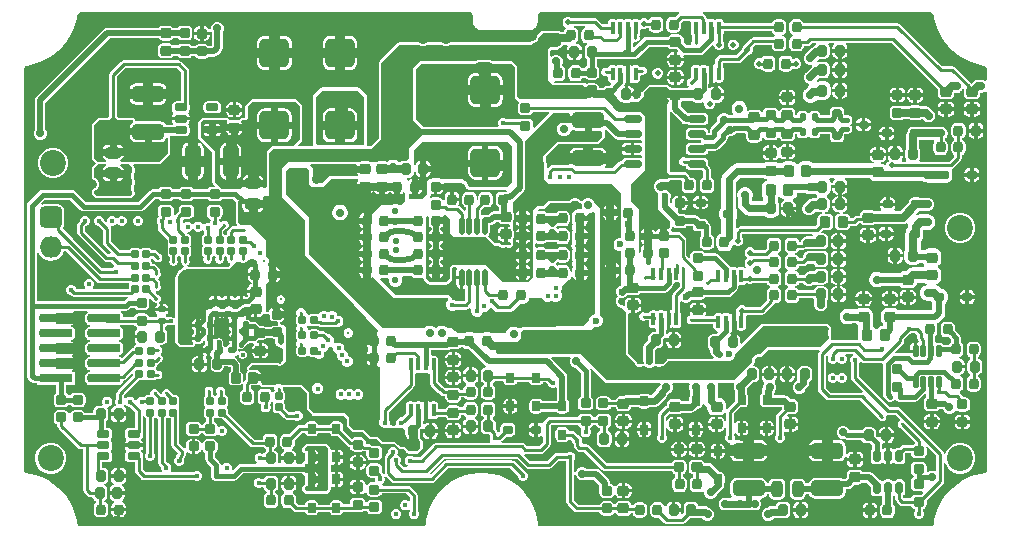
<source format=gbr>
%TF.GenerationSoftware,Altium Limited,Altium Designer,22.6.1 (34)*%
G04 Layer_Physical_Order=6*
G04 Layer_Color=16711680*
%FSLAX45Y45*%
%MOMM*%
%TF.SameCoordinates,07F994AE-BB1C-4BEA-A643-928B9DFDCC76*%
%TF.FilePolarity,Positive*%
%TF.FileFunction,Copper,L6,Bot,Signal*%
%TF.Part,Single*%
G01*
G75*
%TA.AperFunction,Conductor*%
%ADD10C,0.35000*%
%ADD15C,0.40000*%
%ADD16C,0.70000*%
%ADD17C,0.60000*%
%ADD18C,0.45000*%
%ADD19C,0.25000*%
%ADD20C,0.50000*%
%TA.AperFunction,SMDPad,CuDef*%
%ADD22C,1.00000*%
G04:AMPARAMS|DCode=26|XSize=0.6mm|YSize=1mm|CornerRadius=0.15mm|HoleSize=0mm|Usage=FLASHONLY|Rotation=180.000|XOffset=0mm|YOffset=0mm|HoleType=Round|Shape=RoundedRectangle|*
%AMROUNDEDRECTD26*
21,1,0.60000,0.70000,0,0,180.0*
21,1,0.30000,1.00000,0,0,180.0*
1,1,0.30000,-0.15000,0.35000*
1,1,0.30000,0.15000,0.35000*
1,1,0.30000,0.15000,-0.35000*
1,1,0.30000,-0.15000,-0.35000*
%
%ADD26ROUNDEDRECTD26*%
G04:AMPARAMS|DCode=28|XSize=0.75mm|YSize=0.85mm|CornerRadius=0.1875mm|HoleSize=0mm|Usage=FLASHONLY|Rotation=90.000|XOffset=0mm|YOffset=0mm|HoleType=Round|Shape=RoundedRectangle|*
%AMROUNDEDRECTD28*
21,1,0.75000,0.47500,0,0,90.0*
21,1,0.37500,0.85000,0,0,90.0*
1,1,0.37500,0.23750,0.18750*
1,1,0.37500,0.23750,-0.18750*
1,1,0.37500,-0.23750,-0.18750*
1,1,0.37500,-0.23750,0.18750*
%
%ADD28ROUNDEDRECTD28*%
G04:AMPARAMS|DCode=40|XSize=0.95mm|YSize=0.85mm|CornerRadius=0.2125mm|HoleSize=0mm|Usage=FLASHONLY|Rotation=0.000|XOffset=0mm|YOffset=0mm|HoleType=Round|Shape=RoundedRectangle|*
%AMROUNDEDRECTD40*
21,1,0.95000,0.42500,0,0,0.0*
21,1,0.52500,0.85000,0,0,0.0*
1,1,0.42500,0.26250,-0.21250*
1,1,0.42500,-0.26250,-0.21250*
1,1,0.42500,-0.26250,0.21250*
1,1,0.42500,0.26250,0.21250*
%
%ADD40ROUNDEDRECTD40*%
G04:AMPARAMS|DCode=41|XSize=0.95mm|YSize=0.85mm|CornerRadius=0.2125mm|HoleSize=0mm|Usage=FLASHONLY|Rotation=270.000|XOffset=0mm|YOffset=0mm|HoleType=Round|Shape=RoundedRectangle|*
%AMROUNDEDRECTD41*
21,1,0.95000,0.42500,0,0,270.0*
21,1,0.52500,0.85000,0,0,270.0*
1,1,0.42500,-0.21250,-0.26250*
1,1,0.42500,-0.21250,0.26250*
1,1,0.42500,0.21250,0.26250*
1,1,0.42500,0.21250,-0.26250*
%
%ADD41ROUNDEDRECTD41*%
G04:AMPARAMS|DCode=42|XSize=2.5mm|YSize=2.45mm|CornerRadius=0.42875mm|HoleSize=0mm|Usage=FLASHONLY|Rotation=180.000|XOffset=0mm|YOffset=0mm|HoleType=Round|Shape=RoundedRectangle|*
%AMROUNDEDRECTD42*
21,1,2.50000,1.59250,0,0,180.0*
21,1,1.64250,2.45000,0,0,180.0*
1,1,0.85750,-0.82125,0.79625*
1,1,0.85750,0.82125,0.79625*
1,1,0.85750,0.82125,-0.79625*
1,1,0.85750,-0.82125,-0.79625*
%
%ADD42ROUNDEDRECTD42*%
G04:AMPARAMS|DCode=43|XSize=2.7mm|YSize=1.35mm|CornerRadius=0.3375mm|HoleSize=0mm|Usage=FLASHONLY|Rotation=180.000|XOffset=0mm|YOffset=0mm|HoleType=Round|Shape=RoundedRectangle|*
%AMROUNDEDRECTD43*
21,1,2.70000,0.67500,0,0,180.0*
21,1,2.02500,1.35000,0,0,180.0*
1,1,0.67500,-1.01250,0.33750*
1,1,0.67500,1.01250,0.33750*
1,1,0.67500,1.01250,-0.33750*
1,1,0.67500,-1.01250,-0.33750*
%
%ADD43ROUNDEDRECTD43*%
G04:AMPARAMS|DCode=44|XSize=0.65mm|YSize=0.55mm|CornerRadius=0.1375mm|HoleSize=0mm|Usage=FLASHONLY|Rotation=180.000|XOffset=0mm|YOffset=0mm|HoleType=Round|Shape=RoundedRectangle|*
%AMROUNDEDRECTD44*
21,1,0.65000,0.27500,0,0,180.0*
21,1,0.37500,0.55000,0,0,180.0*
1,1,0.27500,-0.18750,0.13750*
1,1,0.27500,0.18750,0.13750*
1,1,0.27500,0.18750,-0.13750*
1,1,0.27500,-0.18750,-0.13750*
%
%ADD44ROUNDEDRECTD44*%
G04:AMPARAMS|DCode=45|XSize=0.65mm|YSize=0.55mm|CornerRadius=0.1375mm|HoleSize=0mm|Usage=FLASHONLY|Rotation=90.000|XOffset=0mm|YOffset=0mm|HoleType=Round|Shape=RoundedRectangle|*
%AMROUNDEDRECTD45*
21,1,0.65000,0.27500,0,0,90.0*
21,1,0.37500,0.55000,0,0,90.0*
1,1,0.27500,0.13750,0.18750*
1,1,0.27500,0.13750,-0.18750*
1,1,0.27500,-0.13750,-0.18750*
1,1,0.27500,-0.13750,0.18750*
%
%ADD45ROUNDEDRECTD45*%
G04:AMPARAMS|DCode=47|XSize=0.65mm|YSize=0.85mm|CornerRadius=0.1625mm|HoleSize=0mm|Usage=FLASHONLY|Rotation=90.000|XOffset=0mm|YOffset=0mm|HoleType=Round|Shape=RoundedRectangle|*
%AMROUNDEDRECTD47*
21,1,0.65000,0.52500,0,0,90.0*
21,1,0.32500,0.85000,0,0,90.0*
1,1,0.32500,0.26250,0.16250*
1,1,0.32500,0.26250,-0.16250*
1,1,0.32500,-0.26250,-0.16250*
1,1,0.32500,-0.26250,0.16250*
%
%ADD47ROUNDEDRECTD47*%
G04:AMPARAMS|DCode=48|XSize=0.75mm|YSize=0.85mm|CornerRadius=0.1875mm|HoleSize=0mm|Usage=FLASHONLY|Rotation=0.000|XOffset=0mm|YOffset=0mm|HoleType=Round|Shape=RoundedRectangle|*
%AMROUNDEDRECTD48*
21,1,0.75000,0.47500,0,0,0.0*
21,1,0.37500,0.85000,0,0,0.0*
1,1,0.37500,0.18750,-0.23750*
1,1,0.37500,-0.18750,-0.23750*
1,1,0.37500,-0.18750,0.23750*
1,1,0.37500,0.18750,0.23750*
%
%ADD48ROUNDEDRECTD48*%
G04:AMPARAMS|DCode=49|XSize=0.98mm|YSize=0.92mm|CornerRadius=0.23mm|HoleSize=0mm|Usage=FLASHONLY|Rotation=270.000|XOffset=0mm|YOffset=0mm|HoleType=Round|Shape=RoundedRectangle|*
%AMROUNDEDRECTD49*
21,1,0.98000,0.46000,0,0,270.0*
21,1,0.52000,0.92000,0,0,270.0*
1,1,0.46000,-0.23000,-0.26000*
1,1,0.46000,-0.23000,0.26000*
1,1,0.46000,0.23000,0.26000*
1,1,0.46000,0.23000,-0.26000*
%
%ADD49ROUNDEDRECTD49*%
G04:AMPARAMS|DCode=50|XSize=0.98mm|YSize=0.92mm|CornerRadius=0.23mm|HoleSize=0mm|Usage=FLASHONLY|Rotation=0.000|XOffset=0mm|YOffset=0mm|HoleType=Round|Shape=RoundedRectangle|*
%AMROUNDEDRECTD50*
21,1,0.98000,0.46000,0,0,0.0*
21,1,0.52000,0.92000,0,0,0.0*
1,1,0.46000,0.26000,-0.23000*
1,1,0.46000,-0.26000,-0.23000*
1,1,0.46000,-0.26000,0.23000*
1,1,0.46000,0.26000,0.23000*
%
%ADD50ROUNDEDRECTD50*%
G04:AMPARAMS|DCode=52|XSize=0.65mm|YSize=0.9mm|CornerRadius=0.1625mm|HoleSize=0mm|Usage=FLASHONLY|Rotation=90.000|XOffset=0mm|YOffset=0mm|HoleType=Round|Shape=RoundedRectangle|*
%AMROUNDEDRECTD52*
21,1,0.65000,0.57500,0,0,90.0*
21,1,0.32500,0.90000,0,0,90.0*
1,1,0.32500,0.28750,0.16250*
1,1,0.32500,0.28750,-0.16250*
1,1,0.32500,-0.28750,-0.16250*
1,1,0.32500,-0.28750,0.16250*
%
%ADD52ROUNDEDRECTD52*%
G04:AMPARAMS|DCode=53|XSize=0.9mm|YSize=0.8mm|CornerRadius=0.2mm|HoleSize=0mm|Usage=FLASHONLY|Rotation=270.000|XOffset=0mm|YOffset=0mm|HoleType=Round|Shape=RoundedRectangle|*
%AMROUNDEDRECTD53*
21,1,0.90000,0.40000,0,0,270.0*
21,1,0.50000,0.80000,0,0,270.0*
1,1,0.40000,-0.20000,-0.25000*
1,1,0.40000,-0.20000,0.25000*
1,1,0.40000,0.20000,0.25000*
1,1,0.40000,0.20000,-0.25000*
%
%ADD53ROUNDEDRECTD53*%
G04:AMPARAMS|DCode=54|XSize=1.35mm|YSize=0.95mm|CornerRadius=0.2375mm|HoleSize=0mm|Usage=FLASHONLY|Rotation=270.000|XOffset=0mm|YOffset=0mm|HoleType=Round|Shape=RoundedRectangle|*
%AMROUNDEDRECTD54*
21,1,1.35000,0.47500,0,0,270.0*
21,1,0.87500,0.95000,0,0,270.0*
1,1,0.47500,-0.23750,-0.43750*
1,1,0.47500,-0.23750,0.43750*
1,1,0.47500,0.23750,0.43750*
1,1,0.47500,0.23750,-0.43750*
%
%ADD54ROUNDEDRECTD54*%
G04:AMPARAMS|DCode=55|XSize=1.35mm|YSize=0.95mm|CornerRadius=0.2375mm|HoleSize=0mm|Usage=FLASHONLY|Rotation=180.000|XOffset=0mm|YOffset=0mm|HoleType=Round|Shape=RoundedRectangle|*
%AMROUNDEDRECTD55*
21,1,1.35000,0.47500,0,0,180.0*
21,1,0.87500,0.95000,0,0,180.0*
1,1,0.47500,-0.43750,0.23750*
1,1,0.47500,0.43750,0.23750*
1,1,0.47500,0.43750,-0.23750*
1,1,0.47500,-0.43750,-0.23750*
%
%ADD55ROUNDEDRECTD55*%
G04:AMPARAMS|DCode=56|XSize=0.9mm|YSize=0.8mm|CornerRadius=0.2mm|HoleSize=0mm|Usage=FLASHONLY|Rotation=0.000|XOffset=0mm|YOffset=0mm|HoleType=Round|Shape=RoundedRectangle|*
%AMROUNDEDRECTD56*
21,1,0.90000,0.40000,0,0,0.0*
21,1,0.50000,0.80000,0,0,0.0*
1,1,0.40000,0.25000,-0.20000*
1,1,0.40000,-0.25000,-0.20000*
1,1,0.40000,-0.25000,0.20000*
1,1,0.40000,0.25000,0.20000*
%
%ADD56ROUNDEDRECTD56*%
G04:AMPARAMS|DCode=57|XSize=0.6mm|YSize=0.6mm|CornerRadius=0.075mm|HoleSize=0mm|Usage=FLASHONLY|Rotation=0.000|XOffset=0mm|YOffset=0mm|HoleType=Round|Shape=RoundedRectangle|*
%AMROUNDEDRECTD57*
21,1,0.60000,0.45000,0,0,0.0*
21,1,0.45000,0.60000,0,0,0.0*
1,1,0.15000,0.22500,-0.22500*
1,1,0.15000,-0.22500,-0.22500*
1,1,0.15000,-0.22500,0.22500*
1,1,0.15000,0.22500,0.22500*
%
%ADD57ROUNDEDRECTD57*%
G04:AMPARAMS|DCode=58|XSize=0.6mm|YSize=0.6mm|CornerRadius=0.075mm|HoleSize=0mm|Usage=FLASHONLY|Rotation=270.000|XOffset=0mm|YOffset=0mm|HoleType=Round|Shape=RoundedRectangle|*
%AMROUNDEDRECTD58*
21,1,0.60000,0.45000,0,0,270.0*
21,1,0.45000,0.60000,0,0,270.0*
1,1,0.15000,-0.22500,-0.22500*
1,1,0.15000,-0.22500,0.22500*
1,1,0.15000,0.22500,0.22500*
1,1,0.15000,0.22500,-0.22500*
%
%ADD58ROUNDEDRECTD58*%
G04:AMPARAMS|DCode=59|XSize=0.65mm|YSize=1.45mm|CornerRadius=0.1625mm|HoleSize=0mm|Usage=FLASHONLY|Rotation=270.000|XOffset=0mm|YOffset=0mm|HoleType=Round|Shape=RoundedRectangle|*
%AMROUNDEDRECTD59*
21,1,0.65000,1.12500,0,0,270.0*
21,1,0.32500,1.45000,0,0,270.0*
1,1,0.32500,-0.56250,-0.16250*
1,1,0.32500,-0.56250,0.16250*
1,1,0.32500,0.56250,0.16250*
1,1,0.32500,0.56250,-0.16250*
%
%ADD59ROUNDEDRECTD59*%
G04:AMPARAMS|DCode=61|XSize=0.4mm|YSize=1.1mm|CornerRadius=0.1mm|HoleSize=0mm|Usage=FLASHONLY|Rotation=0.000|XOffset=0mm|YOffset=0mm|HoleType=Round|Shape=RoundedRectangle|*
%AMROUNDEDRECTD61*
21,1,0.40000,0.90000,0,0,0.0*
21,1,0.20000,1.10000,0,0,0.0*
1,1,0.20000,0.10000,-0.45000*
1,1,0.20000,-0.10000,-0.45000*
1,1,0.20000,-0.10000,0.45000*
1,1,0.20000,0.10000,0.45000*
%
%ADD61ROUNDEDRECTD61*%
%TA.AperFunction,Conductor*%
%ADD62C,0.80000*%
%ADD63C,0.38100*%
%ADD64C,0.15000*%
%ADD65C,0.47000*%
%ADD67C,1.00000*%
%ADD69C,0.55000*%
%TA.AperFunction,ComponentPad*%
%ADD72O,1.90000X1.80000*%
G04:AMPARAMS|DCode=73|XSize=1.8mm|YSize=1.9mm|CornerRadius=0.36mm|HoleSize=0mm|Usage=FLASHONLY|Rotation=270.000|XOffset=0mm|YOffset=0mm|HoleType=Round|Shape=RoundedRectangle|*
%AMROUNDEDRECTD73*
21,1,1.80000,1.18000,0,0,270.0*
21,1,1.08000,1.90000,0,0,270.0*
1,1,0.72000,-0.59000,-0.54000*
1,1,0.72000,-0.59000,0.54000*
1,1,0.72000,0.59000,0.54000*
1,1,0.72000,0.59000,-0.54000*
%
%ADD73ROUNDEDRECTD73*%
%TA.AperFunction,WasherPad*%
%ADD74C,2.20000*%
%TA.AperFunction,ViaPad*%
%ADD75C,0.60000*%
%ADD76C,0.70000*%
%ADD77C,0.55000*%
%ADD78C,0.45000*%
%ADD79C,0.50000*%
%ADD80C,0.56000*%
%ADD81C,0.25000*%
%ADD82C,0.32500*%
%ADD83C,0.20000*%
%ADD84C,0.30000*%
%TA.AperFunction,SMDPad,CuDef*%
G04:AMPARAMS|DCode=88|XSize=0.45mm|YSize=1.45mm|CornerRadius=0.14625mm|HoleSize=0mm|Usage=FLASHONLY|Rotation=0.000|XOffset=0mm|YOffset=0mm|HoleType=Round|Shape=RoundedRectangle|*
%AMROUNDEDRECTD88*
21,1,0.45000,1.15750,0,0,0.0*
21,1,0.15750,1.45000,0,0,0.0*
1,1,0.29250,0.07875,-0.57875*
1,1,0.29250,-0.07875,-0.57875*
1,1,0.29250,-0.07875,0.57875*
1,1,0.29250,0.07875,0.57875*
%
%ADD88ROUNDEDRECTD88*%
G04:AMPARAMS|DCode=89|XSize=0.45mm|YSize=1mm|CornerRadius=0.1125mm|HoleSize=0mm|Usage=FLASHONLY|Rotation=0.000|XOffset=0mm|YOffset=0mm|HoleType=Round|Shape=RoundedRectangle|*
%AMROUNDEDRECTD89*
21,1,0.45000,0.77500,0,0,0.0*
21,1,0.22500,1.00000,0,0,0.0*
1,1,0.22500,0.11250,-0.38750*
1,1,0.22500,-0.11250,-0.38750*
1,1,0.22500,-0.11250,0.38750*
1,1,0.22500,0.11250,0.38750*
%
%ADD89ROUNDEDRECTD89*%
G04:AMPARAMS|DCode=90|XSize=0.6mm|YSize=1.1mm|CornerRadius=0.15mm|HoleSize=0mm|Usage=FLASHONLY|Rotation=90.000|XOffset=0mm|YOffset=0mm|HoleType=Round|Shape=RoundedRectangle|*
%AMROUNDEDRECTD90*
21,1,0.60000,0.80000,0,0,90.0*
21,1,0.30000,1.10000,0,0,90.0*
1,1,0.30000,0.40000,0.15000*
1,1,0.30000,0.40000,-0.15000*
1,1,0.30000,-0.40000,-0.15000*
1,1,0.30000,-0.40000,0.15000*
%
%ADD90ROUNDEDRECTD90*%
G04:AMPARAMS|DCode=91|XSize=2.794mm|YSize=0.7366mm|CornerRadius=0.18415mm|HoleSize=0mm|Usage=FLASHONLY|Rotation=0.000|XOffset=0mm|YOffset=0mm|HoleType=Round|Shape=RoundedRectangle|*
%AMROUNDEDRECTD91*
21,1,2.79400,0.36830,0,0,0.0*
21,1,2.42570,0.73660,0,0,0.0*
1,1,0.36830,1.21285,-0.18415*
1,1,0.36830,-1.21285,-0.18415*
1,1,0.36830,-1.21285,0.18415*
1,1,0.36830,1.21285,0.18415*
%
%ADD91ROUNDEDRECTD91*%
%ADD92R,2.79400X0.73660*%
G04:AMPARAMS|DCode=93|XSize=0.62mm|YSize=0.56mm|CornerRadius=0.14mm|HoleSize=0mm|Usage=FLASHONLY|Rotation=90.000|XOffset=0mm|YOffset=0mm|HoleType=Round|Shape=RoundedRectangle|*
%AMROUNDEDRECTD93*
21,1,0.62000,0.28000,0,0,90.0*
21,1,0.34000,0.56000,0,0,90.0*
1,1,0.28000,0.14000,0.17000*
1,1,0.28000,0.14000,-0.17000*
1,1,0.28000,-0.14000,-0.17000*
1,1,0.28000,-0.14000,0.17000*
%
%ADD93ROUNDEDRECTD93*%
%TA.AperFunction,ConnectorPad*%
G04:AMPARAMS|DCode=94|XSize=0.9mm|YSize=0.8mm|CornerRadius=0.2mm|HoleSize=0mm|Usage=FLASHONLY|Rotation=0.000|XOffset=0mm|YOffset=0mm|HoleType=Round|Shape=RoundedRectangle|*
%AMROUNDEDRECTD94*
21,1,0.90000,0.40000,0,0,0.0*
21,1,0.50000,0.80000,0,0,0.0*
1,1,0.40000,0.25000,-0.20000*
1,1,0.40000,-0.25000,-0.20000*
1,1,0.40000,-0.25000,0.20000*
1,1,0.40000,0.25000,0.20000*
%
%ADD94ROUNDEDRECTD94*%
%TA.AperFunction,SMDPad,CuDef*%
G04:AMPARAMS|DCode=95|XSize=2.7mm|YSize=1.35mm|CornerRadius=0.3375mm|HoleSize=0mm|Usage=FLASHONLY|Rotation=90.000|XOffset=0mm|YOffset=0mm|HoleType=Round|Shape=RoundedRectangle|*
%AMROUNDEDRECTD95*
21,1,2.70000,0.67500,0,0,90.0*
21,1,2.02500,1.35000,0,0,90.0*
1,1,0.67500,0.33750,1.01250*
1,1,0.67500,0.33750,-1.01250*
1,1,0.67500,-0.33750,-1.01250*
1,1,0.67500,-0.33750,1.01250*
%
%ADD95ROUNDEDRECTD95*%
%TA.AperFunction,Conductor*%
%ADD96C,0.90000*%
G36*
X7700000Y4375000D02*
X7704973D01*
X7714161Y4371193D01*
X7721193Y4364161D01*
X7725000Y4354973D01*
X7725000Y4350000D01*
X7729679Y4323597D01*
X7743201Y4271719D01*
X7762140Y4221565D01*
X7786283Y4173699D01*
X7815358Y4128657D01*
X7849040Y4086948D01*
X7886948Y4049040D01*
X7928657Y4015358D01*
X7973699Y3986283D01*
X8021565Y3962140D01*
X8071719Y3943201D01*
X8123597Y3929679D01*
X8150000Y3925000D01*
X8154973D01*
X8164161Y3921194D01*
X8171194Y3914161D01*
X8175000Y3904973D01*
Y3801354D01*
X8171490Y3798306D01*
X8162300Y3795482D01*
X8161155Y3796627D01*
X8156053Y3798740D01*
X8151460Y3801809D01*
X8146043Y3802886D01*
X8140940Y3805000D01*
X8135417D01*
X8130000Y3806077D01*
X8099999D01*
X8078539Y3801809D01*
X8060346Y3789653D01*
X8043274Y3772581D01*
X7907425Y3908431D01*
X7896675Y3915614D01*
X7883994Y3918137D01*
X7798726D01*
X7443431Y4273431D01*
X7432681Y4280614D01*
X7420000Y4283136D01*
X6624164D01*
X6622678Y4290607D01*
X6613837Y4303838D01*
X6600606Y4312679D01*
X6584999Y4315783D01*
X6544999D01*
X6529392Y4312679D01*
X6516160Y4303838D01*
X6507320Y4290607D01*
X6504215Y4275000D01*
Y4225000D01*
X6507320Y4209393D01*
X6516160Y4196162D01*
X6529392Y4187321D01*
X6533647Y4186474D01*
Y4173526D01*
X6529392Y4172679D01*
X6516160Y4163838D01*
X6507320Y4150607D01*
X6504215Y4135000D01*
Y4085000D01*
X6507320Y4069393D01*
X6516160Y4056162D01*
X6529392Y4047321D01*
X6544999Y4044216D01*
X6584999D01*
X6600606Y4047321D01*
X6613837Y4056162D01*
X6622678Y4069393D01*
X6625782Y4085000D01*
Y4091862D01*
X6657499D01*
X6670180Y4094385D01*
X6680930Y4101568D01*
X6696226Y4116863D01*
X6724923D01*
X6728215Y4111429D01*
X6730289Y4104163D01*
X6722392Y4092345D01*
X6722231Y4091535D01*
X6711040Y4089309D01*
X6692847Y4077153D01*
X6642847Y4027152D01*
X6639779Y4022560D01*
X6635873Y4018655D01*
X6633760Y4013552D01*
X6630691Y4008959D01*
X6629614Y4003543D01*
X6627500Y3998440D01*
Y3992916D01*
X6626423Y3987500D01*
X6627500Y3982083D01*
Y3976560D01*
X6629614Y3971457D01*
X6630691Y3966040D01*
X6633760Y3961448D01*
X6635873Y3956345D01*
X6639779Y3952440D01*
X6642847Y3947847D01*
X6647440Y3944778D01*
X6651345Y3940873D01*
X6656448Y3938759D01*
X6661040Y3935691D01*
X6666457Y3934614D01*
X6671560Y3932500D01*
X6677083D01*
X6682500Y3931422D01*
X6687917Y3932500D01*
X6693440D01*
X6695010Y3931372D01*
X6694752Y3915925D01*
X6692847Y3914653D01*
X6642847Y3864653D01*
X6639779Y3860060D01*
X6635873Y3856155D01*
X6633760Y3851052D01*
X6630691Y3846460D01*
X6629614Y3841043D01*
X6627500Y3835940D01*
Y3830417D01*
X6626423Y3825000D01*
X6627500Y3819583D01*
Y3814060D01*
X6629614Y3808957D01*
X6630691Y3803540D01*
X6633760Y3798948D01*
X6635873Y3793845D01*
X6639779Y3789940D01*
X6642847Y3785347D01*
X6647440Y3782279D01*
X6651345Y3778373D01*
X6656448Y3776260D01*
X6661040Y3773191D01*
X6666457Y3772114D01*
X6671560Y3770000D01*
X6673456D01*
X6675950Y3757461D01*
X6675933Y3757280D01*
X6674720Y3756777D01*
X6661142Y3746358D01*
X6636142Y3721358D01*
X6633526Y3717950D01*
X6630487Y3714911D01*
X6628339Y3711189D01*
X6625723Y3707780D01*
X6624078Y3703810D01*
X6621930Y3700089D01*
X6620818Y3695938D01*
X6619173Y3691968D01*
X6618613Y3687709D01*
X6617500Y3683558D01*
Y3679259D01*
X6616940Y3675000D01*
X6617500Y3670741D01*
Y3666443D01*
X6618613Y3662291D01*
X6619173Y3658032D01*
X6620818Y3654062D01*
X6621930Y3649911D01*
X6624078Y3646190D01*
X6625723Y3642220D01*
X6628339Y3638811D01*
X6630487Y3635089D01*
X6633526Y3632050D01*
X6636142Y3628642D01*
X6639550Y3626026D01*
X6642589Y3622987D01*
X6646311Y3620839D01*
X6649720Y3618223D01*
X6653690Y3616578D01*
X6657411Y3614430D01*
X6661562Y3613318D01*
X6665532Y3611673D01*
X6669791Y3611113D01*
X6673942Y3610000D01*
X6678241D01*
X6682500Y3609440D01*
X6686759Y3610000D01*
X6691057D01*
X6695209Y3611113D01*
X6699468Y3611673D01*
X6703438Y3613318D01*
X6707589Y3614430D01*
X6711310Y3616578D01*
X6715280Y3618223D01*
X6718689Y3620839D01*
X6722411Y3622987D01*
X6725450Y3626026D01*
X6728858Y3628642D01*
X6734656Y3634439D01*
X6759019D01*
X6761249Y3633996D01*
X6803749D01*
X6823746Y3637973D01*
X6840698Y3649301D01*
X6852025Y3666253D01*
X6856003Y3686250D01*
Y3738750D01*
X6852025Y3758747D01*
X6840698Y3775699D01*
X6823746Y3787026D01*
X6803749Y3791004D01*
X6761249D01*
X6741926Y3787160D01*
X6741132Y3787706D01*
X6735790Y3798985D01*
X6755728Y3818923D01*
X6775000D01*
X6776352Y3819192D01*
X6803749D01*
X6819844Y3822393D01*
X6833488Y3831510D01*
X6842606Y3845155D01*
X6845807Y3861250D01*
Y3913750D01*
X6842606Y3929845D01*
X6833488Y3943490D01*
X6819844Y3952607D01*
X6803749Y3955808D01*
X6761249D01*
X6745154Y3952607D01*
X6744307Y3952041D01*
X6736211Y3961906D01*
X6755728Y3981423D01*
X6775000D01*
X6776352Y3981692D01*
X6803749D01*
X6819844Y3984893D01*
X6833488Y3994010D01*
X6842606Y4007655D01*
X6845807Y4023750D01*
Y4076250D01*
X6842606Y4092345D01*
X6834709Y4104163D01*
X6836783Y4111429D01*
X6840074Y4116863D01*
X6874924D01*
X6878215Y4111429D01*
X6880289Y4104163D01*
X6872392Y4092345D01*
X6869191Y4076250D01*
Y4064998D01*
X6932497D01*
X6995807D01*
Y4076250D01*
X6992606Y4092345D01*
X6984709Y4104163D01*
X6986783Y4111429D01*
X6990074Y4116863D01*
X7371275D01*
X7761724Y3726414D01*
X7761692Y3726250D01*
Y3683750D01*
X7764893Y3667655D01*
X7774010Y3654010D01*
X7787655Y3644893D01*
X7803750Y3641692D01*
X7856250D01*
X7872345Y3644893D01*
X7885990Y3654010D01*
X7895107Y3667655D01*
X7898308Y3683750D01*
Y3689003D01*
X7901315Y3692009D01*
X7918087D01*
X7939546Y3696278D01*
X7948552Y3702296D01*
X7951155Y3703374D01*
X7953146Y3705365D01*
X7957739Y3708434D01*
X7960808Y3713027D01*
X7966626Y3718845D01*
X7969776Y3726448D01*
X7970675Y3726397D01*
X7971873Y3726046D01*
X7981691Y3722027D01*
Y3683750D01*
X7984892Y3667655D01*
X7994009Y3654010D01*
X8007654Y3644893D01*
X8023749Y3641692D01*
X8076249D01*
X8092344Y3644893D01*
X8105989Y3654010D01*
X8115106Y3667655D01*
X8118307Y3683750D01*
Y3689003D01*
X8123227Y3693923D01*
X8130000D01*
X8135417Y3695000D01*
X8140940D01*
X8146043Y3697114D01*
X8151460Y3698191D01*
X8156053Y3701260D01*
X8161155Y3703374D01*
X8162300Y3704519D01*
X8171490Y3701694D01*
X8175000Y3698646D01*
Y500000D01*
Y495027D01*
X8171194Y485839D01*
X8164161Y478806D01*
X8154973Y475000D01*
X8150000Y475000D01*
X8123596Y470320D01*
X8071719Y456799D01*
X8021565Y437860D01*
X7973698Y413717D01*
X7928657Y384641D01*
X7886948Y350960D01*
X7849039Y313051D01*
X7815358Y271342D01*
X7786283Y226301D01*
X7762140Y178434D01*
X7743201Y128280D01*
X7729679Y76403D01*
X7725000Y50000D01*
Y45027D01*
X7721194Y35838D01*
X7714161Y28806D01*
X7704973Y25000D01*
X4395027D01*
X4385838Y28806D01*
X4378806Y35838D01*
X4376619Y41118D01*
X4374704Y52735D01*
X4374703Y52745D01*
X4374703Y52745D01*
X4370608Y81566D01*
X4357194Y138195D01*
X4336994Y192772D01*
X4310306Y244487D01*
X4277526Y292572D01*
X4239142Y336314D01*
X4195723Y375063D01*
X4147913Y408244D01*
X4096424Y435364D01*
X4042018Y456021D01*
X3985503Y469908D01*
X3927720Y476819D01*
X3869524Y476651D01*
X3811782Y469406D01*
X3755349Y455193D01*
X3701063Y434222D01*
X3649731Y406804D01*
X3602114Y373348D01*
X3558919Y334348D01*
X3520789Y290385D01*
X3488288Y242111D01*
X3461899Y190242D01*
X3442014Y135550D01*
X3428929Y78844D01*
X3425000Y49999D01*
Y45027D01*
X3421194Y35838D01*
X3414161Y28806D01*
X3404973Y25000D01*
X495027D01*
X485839Y28806D01*
X478806Y35838D01*
X477732Y38431D01*
X475000Y49998D01*
Y50000D01*
X475000D01*
X475000Y50000D01*
X470320Y76403D01*
X456798Y128280D01*
X437860Y178434D01*
X413717Y226301D01*
X384641Y271342D01*
X350960Y313051D01*
X313051Y350960D01*
X271342Y384641D01*
X226301Y413717D01*
X178434Y437860D01*
X128280Y456799D01*
X76403Y470320D01*
X50000Y475000D01*
X50000Y475000D01*
X50000Y475000D01*
X38431Y477732D01*
X35838Y478806D01*
X28806Y485839D01*
X25000Y495027D01*
Y500000D01*
Y3900000D01*
Y3904973D01*
X28806Y3914161D01*
X35838Y3921194D01*
X45027Y3925000D01*
X50000Y3925000D01*
X76403Y3929679D01*
X128280Y3943201D01*
X178434Y3962140D01*
X226301Y3986283D01*
X271342Y4015358D01*
X313051Y4049039D01*
X350960Y4086948D01*
X384641Y4128657D01*
X413717Y4173698D01*
X437860Y4221565D01*
X456798Y4271719D01*
X470320Y4323596D01*
X475000Y4350000D01*
Y4354972D01*
X478806Y4364161D01*
X485839Y4371194D01*
X495027Y4375000D01*
X3804973D01*
X3814161Y4371194D01*
X3821194Y4364161D01*
X3825000Y4354972D01*
Y4300000D01*
X3825000D01*
X3825361Y4292649D01*
X3828230Y4278229D01*
X3833856Y4264645D01*
X3842024Y4252421D01*
X3852421Y4242024D01*
X3864645Y4233856D01*
X3878229Y4228230D01*
X3892649Y4225361D01*
X3900000Y4225000D01*
X4300000Y4225000D01*
Y4225000D01*
X4307351Y4225361D01*
X4321771Y4228230D01*
X4335354Y4233856D01*
X4347579Y4242024D01*
X4357975Y4252421D01*
X4366144Y4264645D01*
X4371770Y4278229D01*
X4374638Y4292649D01*
X4375000Y4300000D01*
X4375000Y4354972D01*
X4378806Y4364161D01*
X4385839Y4371194D01*
X4395027Y4375000D01*
X5569290D01*
X5572966Y4362300D01*
X5565344Y4357207D01*
X5543921Y4335784D01*
X5504999D01*
X5489392Y4332679D01*
X5476161Y4323838D01*
X5467320Y4310607D01*
X5464216Y4295000D01*
Y4245000D01*
X5467320Y4229393D01*
X5476161Y4216162D01*
X5489392Y4207321D01*
X5504999Y4204217D01*
X5544999D01*
X5560606Y4207321D01*
X5573837Y4216162D01*
X5582678Y4229393D01*
X5585783Y4245000D01*
Y4283922D01*
X5602501Y4300640D01*
X5661323D01*
X5671912Y4288776D01*
Y4198776D01*
X5674241Y4187071D01*
X5677820Y4181714D01*
Y4132131D01*
X5674228Y4123461D01*
Y4109040D01*
X5674603Y4108135D01*
X5666117Y4095435D01*
X5632919D01*
X5608308Y4120045D01*
Y4146250D01*
X5605107Y4162345D01*
X5595990Y4175990D01*
X5582345Y4185107D01*
X5566250Y4188308D01*
X5513750D01*
X5497655Y4185107D01*
X5484010Y4175990D01*
X5477191Y4165784D01*
X5295001D01*
X5295000Y4165784D01*
X5279393Y4162679D01*
X5266162Y4153839D01*
X5190067Y4077744D01*
X5178334Y4082604D01*
Y4115991D01*
X5191034Y4124477D01*
X5192789Y4123750D01*
X5207211D01*
X5220534Y4129269D01*
X5230731Y4139466D01*
X5236250Y4152790D01*
Y4167211D01*
X5233615Y4173572D01*
Y4176744D01*
X5234179Y4177121D01*
X5240810Y4187045D01*
X5243138Y4198750D01*
Y4228673D01*
X5255838Y4237158D01*
X5261049Y4235000D01*
X5278951D01*
X5295490Y4241851D01*
X5296676Y4243037D01*
X5314606D01*
X5317320Y4229393D01*
X5326161Y4216162D01*
X5339392Y4207321D01*
X5354999Y4204217D01*
X5394999D01*
X5410606Y4207321D01*
X5423838Y4216162D01*
X5432678Y4229393D01*
X5435783Y4245000D01*
Y4295000D01*
X5432678Y4310607D01*
X5423838Y4323838D01*
X5410606Y4332679D01*
X5394999Y4335784D01*
X5354999D01*
X5339392Y4332679D01*
X5326161Y4323838D01*
X5317320Y4310607D01*
X5317062Y4309310D01*
X5304329D01*
X5295490Y4318149D01*
X5278951Y4325000D01*
X5261049D01*
X5244509Y4318149D01*
X5236510Y4310150D01*
X5234179Y4310379D01*
X5224256Y4317009D01*
X5212550Y4319338D01*
X5192550D01*
X5180845Y4317009D01*
X5180277Y4316630D01*
X5170050Y4310870D01*
X5159824Y4316630D01*
X5159256Y4317009D01*
X5147550Y4319338D01*
X5127550D01*
X5115845Y4317009D01*
X5115277Y4316630D01*
X5105050Y4310870D01*
X5094824Y4316630D01*
X5094256Y4317009D01*
X5082550Y4319338D01*
X5062550D01*
X5050845Y4317009D01*
X5050277Y4316630D01*
X5040050Y4310870D01*
X5029824Y4316630D01*
X5029256Y4317009D01*
X5017550Y4319338D01*
X4997550D01*
X4985845Y4317009D01*
X4975921Y4310379D01*
X4969291Y4300455D01*
X4966963Y4288750D01*
Y4276887D01*
X4920980D01*
X4884436Y4313431D01*
X4873686Y4320614D01*
X4861005Y4323137D01*
X4660330D01*
X4655104Y4328362D01*
X4638565Y4335213D01*
X4620663D01*
X4604124Y4328362D01*
X4591465Y4315703D01*
X4584614Y4299164D01*
Y4281262D01*
X4591465Y4264722D01*
X4604124Y4252064D01*
X4608108Y4250414D01*
X4609519Y4236082D01*
X4606161Y4233838D01*
X4597320Y4220607D01*
X4595572Y4211818D01*
X4567021D01*
X4564419Y4214419D01*
X4557804Y4218840D01*
X4550000Y4220392D01*
X4420001D01*
X4420000Y4220392D01*
X4412196Y4218840D01*
X4405581Y4214419D01*
X4370581Y4179419D01*
X4366160Y4172803D01*
X4365420Y4169081D01*
X4358578Y4152564D01*
X4347436Y4141422D01*
X4330919Y4134580D01*
X4327197Y4133840D01*
X4320581Y4129419D01*
X4311553Y4120392D01*
X3634853D01*
X3627049Y4118840D01*
X3625053Y4117506D01*
X3607878Y4110392D01*
X3592121D01*
X3574947Y4117506D01*
X3572951Y4118840D01*
X3565147Y4120392D01*
X3434853D01*
X3427049Y4118840D01*
X3425053Y4117506D01*
X3407878Y4110392D01*
X3392121D01*
X3374947Y4117506D01*
X3372951Y4118840D01*
X3365147Y4120392D01*
X3200000D01*
X3192196Y4118840D01*
X3185581Y4114419D01*
X3185580Y4114418D01*
X3035581Y3964419D01*
X3031160Y3957804D01*
X3029608Y3950000D01*
Y3308447D01*
X2961553Y3240392D01*
X2937090D01*
X2929214Y3253092D01*
X2930588Y3260000D01*
X2930588Y3260001D01*
Y3659999D01*
X2930588Y3660000D01*
X2928259Y3671705D01*
X2921629Y3681629D01*
X2871629Y3731629D01*
X2861705Y3738259D01*
X2850000Y3740588D01*
X2849999Y3740588D01*
X2550000D01*
X2538294Y3738259D01*
X2528371Y3731629D01*
X2528371Y3731628D01*
X2478371Y3681629D01*
X2471741Y3671705D01*
X2469412Y3660000D01*
X2469412Y3659999D01*
X2469412Y3260000D01*
X2470787Y3253092D01*
X2462909Y3240392D01*
X2345824D01*
X2340964Y3252125D01*
X2374419Y3285581D01*
X2378840Y3292197D01*
X2380392Y3300000D01*
Y3579999D01*
X2380392Y3580000D01*
X2378840Y3587804D01*
X2374419Y3594419D01*
X2374419Y3594420D01*
X2334419Y3634419D01*
X2327804Y3638840D01*
X2320000Y3640392D01*
X1960000D01*
X1952196Y3638840D01*
X1945581Y3634419D01*
X1945580Y3634419D01*
X1905581Y3594420D01*
X1901160Y3587804D01*
X1899608Y3580000D01*
Y3488447D01*
X1891553Y3480392D01*
X1868674D01*
X1868611Y3480379D01*
X1868548Y3480392D01*
X1864692Y3479600D01*
X1860870Y3478840D01*
X1860817Y3478804D01*
X1860754Y3478791D01*
X1857514Y3476597D01*
X1854254Y3474419D01*
X1854219Y3474366D01*
X1854166Y3474330D01*
X1852013Y3471065D01*
X1849834Y3467804D01*
X1839047Y3461767D01*
X1831299Y3463308D01*
X1778799D01*
X1771052Y3461767D01*
X1760264Y3467804D01*
X1758086Y3471065D01*
X1755932Y3474330D01*
X1755880Y3474366D01*
X1755844Y3474419D01*
X1752585Y3476597D01*
X1749344Y3478791D01*
X1749281Y3478804D01*
X1749228Y3478840D01*
X1745407Y3479600D01*
X1741550Y3480392D01*
X1741487Y3480379D01*
X1741425Y3480392D01*
X1540000D01*
X1532196Y3478840D01*
X1525581Y3474419D01*
X1505581Y3454419D01*
X1501160Y3447804D01*
X1499608Y3440000D01*
Y3320000D01*
X1501160Y3312196D01*
X1505581Y3305581D01*
X1505581Y3305580D01*
X1619608Y3191553D01*
Y2940001D01*
X1619608Y2940000D01*
X1621160Y2932196D01*
X1625581Y2925581D01*
X1625581Y2925580D01*
X1643645Y2907517D01*
X1638785Y2895783D01*
X1615000D01*
X1599393Y2892679D01*
X1586162Y2883838D01*
X1581615Y2877033D01*
X1460054D01*
X1453837Y2886338D01*
X1440606Y2895179D01*
X1424999Y2898283D01*
X1374999D01*
X1359392Y2895179D01*
X1346161Y2886338D01*
X1340779Y2878283D01*
X1284220D01*
X1278838Y2886338D01*
X1265607Y2895179D01*
X1250000Y2898283D01*
X1200000D01*
X1184393Y2895179D01*
X1171161Y2886338D01*
X1165779Y2878283D01*
X1117501D01*
X1117500Y2878284D01*
X1101893Y2875179D01*
X1088662Y2866338D01*
X1088661Y2866337D01*
X993107Y2770783D01*
X546893D01*
X458839Y2858838D01*
X445607Y2867679D01*
X430000Y2870784D01*
X429999Y2870783D01*
X183431D01*
X167824Y2867679D01*
X154593Y2858838D01*
X154593Y2858838D01*
X61162Y2765407D01*
X52321Y2752176D01*
X49216Y2736569D01*
X49217Y2736567D01*
Y1890000D01*
Y1299433D01*
X49216Y1299431D01*
X52321Y1283824D01*
X61162Y1270593D01*
X84593Y1247162D01*
X84593Y1247162D01*
X97824Y1238321D01*
X113432Y1235216D01*
X137100D01*
Y1219170D01*
X299165D01*
Y1152535D01*
X286110Y1143813D01*
X277269Y1130581D01*
X274165Y1114974D01*
Y1074974D01*
X277269Y1059367D01*
X286110Y1046136D01*
X299341Y1037295D01*
X314948Y1034191D01*
X364948D01*
X380555Y1037295D01*
X393787Y1046136D01*
X399169Y1054191D01*
X420754D01*
X426136Y1046136D01*
X439367Y1037295D01*
X454974Y1034190D01*
X504974D01*
X520581Y1037295D01*
X533812Y1046136D01*
X542653Y1059367D01*
X545758Y1074974D01*
Y1114974D01*
X542653Y1130581D01*
X533812Y1143812D01*
X520581Y1152653D01*
X504974Y1155757D01*
X454974D01*
X439367Y1152653D01*
X426136Y1143812D01*
X420754Y1135758D01*
X399169D01*
X393787Y1143813D01*
X380732Y1152535D01*
Y1219170D01*
X456499D01*
Y1332830D01*
X430153D01*
X428902Y1345530D01*
X433854Y1346515D01*
X447222Y1355447D01*
X448928Y1358000D01*
X296800D01*
Y1448000D01*
X448928D01*
X447222Y1450553D01*
X433854Y1459485D01*
X431136Y1460026D01*
Y1472974D01*
X433854Y1473515D01*
X447222Y1482447D01*
X448928Y1485000D01*
X296800D01*
Y1575000D01*
X448928D01*
X447222Y1577553D01*
X433854Y1586485D01*
X426011Y1588045D01*
Y1600994D01*
X433073Y1602399D01*
X445780Y1610889D01*
X454271Y1623596D01*
X457252Y1638585D01*
Y1675415D01*
X454271Y1690404D01*
X445780Y1703111D01*
X433073Y1711601D01*
X426010Y1713006D01*
Y1725955D01*
X433854Y1727515D01*
X447222Y1736447D01*
X448928Y1739000D01*
X296800D01*
Y1829000D01*
X448928D01*
X447222Y1831553D01*
X439793Y1836517D01*
X443646Y1849217D01*
X560150D01*
X563806Y1836517D01*
X554219Y1830111D01*
X545728Y1817404D01*
X542747Y1802415D01*
Y1765585D01*
X545728Y1750596D01*
X554219Y1737889D01*
X566926Y1729399D01*
X579114Y1726974D01*
Y1714026D01*
X566926Y1711601D01*
X554219Y1703111D01*
X545728Y1690404D01*
X542747Y1675415D01*
Y1638585D01*
X545728Y1623596D01*
X554219Y1610889D01*
X566926Y1602399D01*
X579114Y1599974D01*
Y1587026D01*
X566925Y1584601D01*
X554219Y1576111D01*
X545728Y1563404D01*
X542747Y1548415D01*
Y1511585D01*
X545728Y1496596D01*
X554219Y1483889D01*
X566925Y1475399D01*
X579114Y1472974D01*
Y1460026D01*
X566926Y1457601D01*
X554219Y1449111D01*
X545728Y1436404D01*
X542747Y1421415D01*
Y1384585D01*
X545728Y1369596D01*
X554219Y1356889D01*
X566926Y1348399D01*
X579114Y1345974D01*
Y1333026D01*
X566926Y1330601D01*
X554219Y1322111D01*
X545728Y1309404D01*
X542747Y1294415D01*
Y1257585D01*
X545728Y1242596D01*
X554219Y1229889D01*
X566926Y1221399D01*
X581915Y1218417D01*
X824485D01*
X839473Y1221399D01*
X852180Y1229889D01*
X860671Y1242596D01*
X863535Y1256999D01*
X871972Y1258677D01*
X882722Y1265860D01*
X937051Y1320189D01*
X948838Y1315566D01*
X950042Y1304904D01*
X816569Y1171431D01*
X809386Y1160681D01*
X806864Y1148000D01*
Y1106967D01*
X803970Y1104074D01*
X797500Y1088454D01*
Y1071546D01*
X803970Y1055926D01*
X803917Y1052882D01*
X799477Y1042458D01*
X787655Y1040107D01*
X774010Y1030990D01*
X764893Y1017345D01*
X761691Y1001250D01*
Y990000D01*
X825001D01*
X888308D01*
Y1001250D01*
X885106Y1017345D01*
X875989Y1030990D01*
X871170Y1034210D01*
X870383Y1047404D01*
X881321Y1054123D01*
X888076Y1051821D01*
X895926Y1043970D01*
X911546Y1037500D01*
X915638D01*
X961863Y991274D01*
Y855607D01*
X915005D01*
X901348Y852891D01*
X889771Y845155D01*
X882036Y833578D01*
X879319Y819922D01*
Y789922D01*
X882036Y776265D01*
X889429Y765201D01*
X891142Y761847D01*
Y752997D01*
X889429Y749643D01*
X882036Y738578D01*
X879319Y724923D01*
X955004D01*
X1030690D01*
X1027974Y738578D01*
X1020581Y749643D01*
X1018867Y752997D01*
Y761847D01*
X1020581Y765201D01*
X1027974Y776265D01*
X1030690Y789922D01*
Y819922D01*
X1028068Y833107D01*
Y844570D01*
X1028137Y844917D01*
Y956206D01*
X1040837Y957457D01*
X1041570Y953771D01*
X1047648Y944674D01*
X1056744Y938596D01*
X1056851Y938575D01*
Y646954D01*
X1053970Y644074D01*
X1047500Y628454D01*
Y611546D01*
X1053970Y595926D01*
X1065926Y583970D01*
X1081546Y577500D01*
X1098454D01*
X1114074Y583970D01*
X1126030Y595926D01*
X1132500Y611546D01*
Y628454D01*
X1126030Y644074D01*
X1123124Y646980D01*
Y938580D01*
X1123204Y938596D01*
X1132301Y944674D01*
X1132350Y944748D01*
X1146718D01*
X1156863Y936392D01*
Y596672D01*
X1159385Y583991D01*
X1161863Y580283D01*
Y563077D01*
X1164386Y550396D01*
X1171569Y539646D01*
X1187500Y523714D01*
Y511546D01*
X1193970Y495926D01*
X1194060Y495837D01*
X1188799Y483137D01*
X1053726D01*
X1028137Y508725D01*
Y587084D01*
X1030690Y599922D01*
Y629922D01*
X1027974Y643578D01*
X1020581Y654643D01*
X1018867Y657997D01*
Y666847D01*
X1020581Y670201D01*
X1027974Y681265D01*
X1030690Y694922D01*
Y694923D01*
X955004D01*
X879319D01*
Y694922D01*
X882036Y681265D01*
X889428Y670201D01*
X891142Y666847D01*
Y657997D01*
X889428Y654643D01*
X882036Y643578D01*
X879319Y629922D01*
Y599922D01*
X882036Y586266D01*
X889771Y574688D01*
X901348Y566953D01*
X915005Y564236D01*
X961863D01*
Y495000D01*
X964386Y482319D01*
X971569Y471569D01*
X1016569Y426569D01*
X1027319Y419386D01*
X1040000Y416864D01*
X1463033D01*
X1465926Y413970D01*
X1481546Y407500D01*
X1498454D01*
X1514074Y413970D01*
X1526030Y425926D01*
X1532500Y441546D01*
Y458454D01*
X1526030Y474074D01*
X1514074Y486030D01*
X1498454Y492500D01*
X1481546D01*
X1465926Y486030D01*
X1463033Y483137D01*
X1271201D01*
X1265941Y495837D01*
X1266030Y495926D01*
X1272500Y511546D01*
Y528454D01*
X1266030Y544074D01*
X1254074Y556030D01*
X1245257Y559682D01*
X1228136Y576802D01*
Y591672D01*
X1225614Y604353D01*
X1223136Y608061D01*
Y938577D01*
X1223229Y938596D01*
X1232326Y944674D01*
X1232362Y944728D01*
X1247636D01*
X1247672Y944674D01*
X1256769Y938596D01*
X1267499Y936462D01*
X1271863D01*
Y715001D01*
X1274385Y702320D01*
X1281568Y691570D01*
X1326863Y646275D01*
Y645284D01*
X1319439Y637860D01*
X1312256Y627110D01*
X1309733Y614429D01*
Y607337D01*
X1303970Y601574D01*
X1297500Y585954D01*
Y569047D01*
X1303970Y553426D01*
X1315926Y541471D01*
X1331546Y535000D01*
X1348454D01*
X1364074Y541471D01*
X1376030Y553426D01*
X1382500Y569047D01*
Y585954D01*
X1376278Y600975D01*
X1383431Y608128D01*
X1390613Y618878D01*
X1393136Y631559D01*
Y647756D01*
X1405836Y651609D01*
X1406135Y651162D01*
X1419366Y642321D01*
X1434973Y639217D01*
X1444973D01*
Y700000D01*
Y760784D01*
X1434973D01*
X1419366Y757679D01*
X1406135Y748838D01*
X1397294Y735607D01*
X1394189Y720000D01*
Y690189D01*
X1389161Y687031D01*
X1381489Y685373D01*
X1338136Y728726D01*
Y953371D01*
X1338403Y953771D01*
X1340537Y964500D01*
Y1009500D01*
X1338403Y1020230D01*
X1334139Y1026612D01*
X1333057Y1035000D01*
X1334139Y1043389D01*
X1338403Y1049770D01*
X1340537Y1060500D01*
Y1105500D01*
X1338403Y1116230D01*
X1332325Y1125326D01*
X1323228Y1131404D01*
X1312498Y1133539D01*
X1293324D01*
X1263845Y1163017D01*
X1260731Y1170534D01*
X1250534Y1180731D01*
X1237211Y1186250D01*
X1222790D01*
X1209466Y1180731D01*
X1199269Y1170534D01*
X1193750Y1157211D01*
Y1151073D01*
X1181050Y1145812D01*
X1163845Y1163017D01*
X1160731Y1170534D01*
X1150534Y1180731D01*
X1137211Y1186250D01*
X1122789D01*
X1109466Y1180731D01*
X1099269Y1170534D01*
X1093750Y1157211D01*
Y1142790D01*
X1087569Y1133539D01*
X1067474D01*
X1056744Y1131404D01*
X1047648Y1125326D01*
X1042008Y1116885D01*
X1028454Y1122500D01*
X1011546D01*
X995926Y1116030D01*
X983970Y1104074D01*
X980590Y1095912D01*
X965769Y1090778D01*
X965763Y1090779D01*
X960236Y1093918D01*
X956030Y1104074D01*
X944074Y1116030D01*
X928454Y1122500D01*
X911546D01*
X895926Y1116030D01*
X888076Y1108180D01*
X884671Y1107019D01*
X873137Y1113957D01*
Y1134275D01*
X998324Y1259461D01*
X1024499D01*
X1035229Y1261596D01*
X1041610Y1265860D01*
X1049999Y1266942D01*
X1058388Y1265860D01*
X1064769Y1261596D01*
X1075499Y1259461D01*
X1120499D01*
X1131229Y1261596D01*
X1140325Y1267674D01*
X1143444Y1272342D01*
X1144119D01*
X1152789Y1268750D01*
X1167211D01*
X1180534Y1274269D01*
X1190731Y1284466D01*
X1196250Y1297789D01*
Y1312210D01*
X1190731Y1325534D01*
X1180534Y1335731D01*
X1167211Y1341250D01*
X1152789D01*
X1151278Y1340624D01*
X1146403Y1343230D01*
X1140325Y1352326D01*
X1140270Y1352363D01*
Y1367637D01*
X1140325Y1367674D01*
X1146403Y1376770D01*
X1148537Y1387500D01*
Y1392702D01*
X1157004Y1394386D01*
X1167754Y1401569D01*
X1176863Y1410677D01*
X1185534Y1414269D01*
X1195731Y1424466D01*
X1201250Y1437789D01*
Y1452210D01*
X1195731Y1465534D01*
X1187062Y1474203D01*
X1185543Y1476545D01*
X1185681Y1489416D01*
X1190731Y1494466D01*
X1196250Y1507789D01*
Y1522211D01*
X1190731Y1535534D01*
X1180534Y1545731D01*
X1172662Y1548992D01*
X1175188Y1561692D01*
X1196249D01*
X1212344Y1564893D01*
X1225989Y1574010D01*
X1235106Y1587655D01*
X1238307Y1603750D01*
Y1656250D01*
X1235106Y1672345D01*
X1225989Y1685990D01*
X1215637Y1692907D01*
Y1713209D01*
X1221919Y1714459D01*
X1233082Y1721918D01*
X1236387Y1726863D01*
X1258540D01*
X1263038Y1725000D01*
X1276962D01*
X1289826Y1730329D01*
X1291907Y1732410D01*
X1304608Y1727149D01*
Y1600003D01*
X1304606Y1592543D01*
X1306158Y1584740D01*
X1311866Y1570956D01*
X1311866Y1570955D01*
X1313834Y1568009D01*
X1316285Y1564340D01*
X1316286Y1564340D01*
X1326834Y1553791D01*
X1333449Y1549370D01*
X1347232Y1543661D01*
X1347233Y1543660D01*
X1347233Y1543660D01*
X1355035Y1542108D01*
X1362495Y1542108D01*
X1362497Y1542109D01*
X1362499Y1542108D01*
X1451293D01*
X1454699Y1542786D01*
X1458139Y1543292D01*
X1458587Y1543559D01*
X1459097Y1543660D01*
X1461986Y1545591D01*
X1464969Y1547374D01*
X1465280Y1547791D01*
X1465713Y1548081D01*
X1467645Y1550972D01*
X1469716Y1553759D01*
X1475742Y1566459D01*
X1476356Y1568897D01*
X1477319Y1571221D01*
X1477359Y1571254D01*
X1486250Y1569486D01*
X1513749D01*
X1523992Y1571523D01*
X1532675Y1577325D01*
X1538476Y1586008D01*
X1539702Y1592168D01*
X1552650D01*
X1554458Y1583082D01*
X1557590Y1578393D01*
X1558009Y1567442D01*
X1553922Y1562763D01*
X1546917Y1558083D01*
X1539458Y1546919D01*
X1536839Y1533750D01*
Y1529999D01*
X1585001D01*
Y1515000D01*
X1600001D01*
Y1462088D01*
X1603971Y1462878D01*
X1616428Y1453604D01*
X1616486Y1453475D01*
X1616714Y1447118D01*
X1614416Y1445583D01*
X1606957Y1434419D01*
X1604337Y1421250D01*
Y1368750D01*
X1606957Y1355582D01*
X1614416Y1344418D01*
X1625580Y1336958D01*
X1638749Y1334339D01*
X1681248D01*
X1694417Y1336958D01*
X1705581Y1344418D01*
X1713040Y1355582D01*
X1715660Y1368750D01*
Y1376710D01*
X1755690D01*
X1756053Y1376468D01*
X1766295Y1374430D01*
X1776488D01*
X1777790Y1373128D01*
Y1338435D01*
X1767430Y1331513D01*
X1759584Y1319770D01*
X1756829Y1305919D01*
Y1253919D01*
X1759584Y1240068D01*
X1767430Y1228325D01*
X1779173Y1220479D01*
X1793024Y1217723D01*
X1839024D01*
X1852876Y1220479D01*
X1864618Y1228325D01*
X1868829Y1234626D01*
X1880792Y1229671D01*
X1880528Y1228345D01*
Y1182905D01*
X1879393Y1182679D01*
X1866162Y1173838D01*
X1857321Y1160607D01*
X1854217Y1145000D01*
Y1095000D01*
X1857321Y1079393D01*
X1866162Y1066162D01*
X1879393Y1057321D01*
X1895000Y1054217D01*
X1935000D01*
X1950607Y1057321D01*
X1963839Y1066162D01*
X1972679Y1079393D01*
X1975784Y1095000D01*
Y1145000D01*
X1972679Y1160607D01*
X1963839Y1173838D01*
X1950607Y1182679D01*
X1946801Y1183436D01*
Y1214620D01*
X1949905Y1217723D01*
X1987024D01*
X2000876Y1220479D01*
X2003935Y1222523D01*
X2020640Y1219210D01*
X2023567Y1214252D01*
X2025556Y1212029D01*
X2027313Y1209620D01*
X2032329Y1205000D01*
X2035373Y1203143D01*
X2038340Y1201160D01*
X2038757Y1201077D01*
X2039121Y1200855D01*
X2042647Y1200304D01*
X2046143Y1199608D01*
X2142148D01*
X2143750Y1197210D01*
Y1182789D01*
X2146476Y1176208D01*
X2137674Y1170326D01*
X2133985Y1164806D01*
X2133403Y1164590D01*
X2121545Y1164296D01*
X2119874Y1164806D01*
X2113839Y1173838D01*
X2100607Y1182679D01*
X2085000Y1185784D01*
X2045000D01*
X2029393Y1182679D01*
X2016162Y1173838D01*
X2007321Y1160607D01*
X2004217Y1145000D01*
Y1095000D01*
X2007321Y1079393D01*
X2016162Y1066162D01*
X2024084Y1060868D01*
X2029397Y1057217D01*
X2029909Y1044269D01*
X2027500Y1038454D01*
Y1021546D01*
X2033970Y1005926D01*
X2045926Y993970D01*
X2061546Y987500D01*
X2078454D01*
X2094074Y993970D01*
X2106030Y1005926D01*
X2112500Y1021546D01*
Y1038454D01*
X2106030Y1054074D01*
X2112678Y1065386D01*
X2113839Y1066162D01*
X2118724Y1073474D01*
X2133527Y1075724D01*
X2134190Y1075500D01*
X2136097Y1073451D01*
X2135860Y1071612D01*
X2131596Y1065230D01*
X2129461Y1054500D01*
Y1009500D01*
X2131596Y998770D01*
X2137674Y989674D01*
X2146770Y983596D01*
X2157500Y981462D01*
X2183677D01*
X2228569Y936569D01*
X2239319Y929386D01*
X2252000Y926864D01*
X2313033D01*
X2315926Y923970D01*
X2331546Y917500D01*
X2348454D01*
X2364074Y923970D01*
X2376030Y935926D01*
X2382500Y951546D01*
Y968454D01*
X2376030Y984074D01*
X2364074Y996030D01*
X2348454Y1002500D01*
X2331546D01*
X2315926Y996030D01*
X2313033Y993137D01*
X2265725D01*
X2230539Y1028324D01*
Y1054500D01*
X2228404Y1065230D01*
X2224140Y1071612D01*
X2223058Y1080000D01*
X2224140Y1088389D01*
X2228404Y1094770D01*
X2230539Y1105500D01*
Y1150500D01*
X2228404Y1161230D01*
X2222326Y1170326D01*
X2213524Y1176208D01*
X2216250Y1182789D01*
Y1197210D01*
X2217852Y1199608D01*
X2371553D01*
X2419608Y1151553D01*
Y1020000D01*
X2421160Y1012196D01*
X2425581Y1005581D01*
X2425581Y1005580D01*
X2465581Y965581D01*
X2472196Y961160D01*
X2480000Y959608D01*
X2731553D01*
X2759608Y931553D01*
Y880001D01*
X2759608Y880000D01*
X2761160Y872196D01*
X2765580Y865581D01*
X2765581Y865580D01*
X2805581Y825581D01*
X2812196Y821160D01*
X2820000Y819608D01*
X2891553D01*
X2945581Y765581D01*
X2952196Y761160D01*
X2960000Y759608D01*
X3011553D01*
X3045581Y725580D01*
X3052196Y721160D01*
X3060000Y719608D01*
X3152847D01*
X3204470Y678310D01*
X3207016Y676989D01*
X3209405Y675393D01*
X3210523Y675171D01*
X3211533Y674647D01*
X3214393Y674401D01*
X3217209Y673841D01*
X3218326Y674063D01*
X3219461Y673966D01*
X3221486Y674608D01*
X3236884D01*
X3249604Y669339D01*
X3259339Y659604D01*
X3262407Y652196D01*
X3266828Y645581D01*
X3273443Y641160D01*
X3281247Y639608D01*
X3349999D01*
X3350000Y639608D01*
X3357804Y641160D01*
X3364419Y645581D01*
X3364420Y645581D01*
X3394419Y675581D01*
X3398840Y682196D01*
X3400392Y690000D01*
Y739998D01*
X3400392Y740000D01*
X3398840Y747803D01*
X3394419Y754419D01*
X3394418Y754420D01*
X3375783Y773055D01*
Y791057D01*
X3378308Y803750D01*
Y842662D01*
X3388992Y853345D01*
X3398270Y850895D01*
X3401692Y848506D01*
Y845000D01*
X3449998D01*
Y898308D01*
X3443750D01*
X3427655Y895107D01*
X3416009Y887325D01*
X3408385Y889587D01*
X3403309Y892833D01*
Y918476D01*
X3412525Y926040D01*
Y1006224D01*
Y1082856D01*
X3405040Y1081367D01*
X3394455Y1074295D01*
X3393696Y1073159D01*
X3384231Y1079483D01*
X3372525Y1081812D01*
X3352525D01*
X3340820Y1079483D01*
X3340252Y1079104D01*
X3330025Y1073344D01*
X3319799Y1079104D01*
X3319231Y1079483D01*
X3307525Y1081812D01*
X3287525D01*
X3275820Y1079483D01*
X3265896Y1072853D01*
X3259266Y1062930D01*
X3256938Y1051224D01*
Y977499D01*
X3224439Y945000D01*
X3211546D01*
X3195926Y938530D01*
X3183970Y926574D01*
X3177500Y910954D01*
Y894046D01*
X3178782Y890952D01*
X3176085Y886916D01*
X3169570Y880004D01*
X3163715Y878840D01*
X3155392Y875392D01*
X3144608D01*
X3136285Y878840D01*
X3130430Y880004D01*
X3123917Y886913D01*
X3121218Y890952D01*
X3122500Y894046D01*
Y910954D01*
X3116030Y926574D01*
X3116006Y926597D01*
Y991842D01*
X3320956Y1196791D01*
X3328139Y1207542D01*
X3330662Y1220223D01*
Y1311979D01*
X3334556Y1315232D01*
X3343362Y1319960D01*
X3352525Y1318137D01*
X3372525D01*
X3384231Y1320465D01*
X3384799Y1320845D01*
X3395025Y1326605D01*
X3405252Y1320845D01*
X3405820Y1320465D01*
X3417525Y1318137D01*
X3437525D01*
X3446689Y1319960D01*
X3455494Y1315232D01*
X3459389Y1311979D01*
Y1237475D01*
X3461912Y1224794D01*
X3469095Y1214044D01*
X3521569Y1161569D01*
X3532320Y1154386D01*
X3537228Y1153409D01*
X3555427Y1135211D01*
X3566177Y1128027D01*
X3578858Y1125505D01*
X3591691D01*
Y1113750D01*
X3594893Y1097655D01*
X3604010Y1084010D01*
X3617655Y1074893D01*
X3633750Y1071692D01*
X3686249D01*
X3702344Y1074893D01*
X3715989Y1084010D01*
X3725106Y1097655D01*
X3728308Y1113750D01*
Y1114351D01*
X3750672D01*
X3756161Y1106136D01*
X3769392Y1097295D01*
X3785000Y1094191D01*
X3824999D01*
X3840607Y1097295D01*
X3853838Y1106136D01*
X3862679Y1119367D01*
X3865783Y1134974D01*
Y1184974D01*
X3862679Y1200581D01*
X3853838Y1213812D01*
X3841840Y1221829D01*
X3841410Y1227190D01*
X3842822Y1235161D01*
X3856065Y1244010D01*
X3865182Y1257655D01*
X3868384Y1273750D01*
Y1285002D01*
X3805075D01*
X3741767D01*
Y1273750D01*
X3744969Y1257655D01*
X3754086Y1244010D01*
X3767294Y1235185D01*
X3768637Y1227163D01*
X3768194Y1221852D01*
X3756161Y1213812D01*
X3747320Y1200581D01*
X3744216Y1184974D01*
Y1180624D01*
X3719575D01*
X3715989Y1185990D01*
X3702344Y1195107D01*
X3686249Y1198308D01*
X3633750D01*
X3617655Y1195107D01*
X3612673Y1191778D01*
X3592584D01*
X3575931Y1208431D01*
X3565181Y1215614D01*
X3560272Y1216590D01*
X3525662Y1251200D01*
Y1329353D01*
X3530785Y1337019D01*
X3533113Y1348725D01*
Y1438724D01*
X3530785Y1450430D01*
X3524154Y1460353D01*
X3514231Y1466984D01*
X3502525Y1469312D01*
X3482525D01*
X3481009Y1469010D01*
X3468309Y1479417D01*
Y1514829D01*
X3608210D01*
X3625768Y1518322D01*
X3630702Y1521618D01*
X3642499D01*
X3642869Y1521692D01*
X3686249D01*
X3702344Y1524893D01*
X3715989Y1534010D01*
X3721073Y1541619D01*
X3742515D01*
X3746161Y1536162D01*
X3759392Y1527321D01*
X3775000Y1524217D01*
X3790897D01*
X3927557Y1387557D01*
X3937357Y1381008D01*
X3933991Y1368905D01*
X3933578Y1368259D01*
X3917731Y1365107D01*
X3904086Y1355990D01*
X3894969Y1342345D01*
X3891767Y1326250D01*
Y1273750D01*
X3894969Y1257655D01*
X3904086Y1244010D01*
X3917294Y1235185D01*
X3918637Y1227163D01*
X3918194Y1221852D01*
X3906161Y1213812D01*
X3897320Y1200581D01*
X3894216Y1184974D01*
Y1134974D01*
X3897320Y1119367D01*
X3906161Y1106136D01*
X3919392Y1097295D01*
X3934999Y1094191D01*
X3974999D01*
X3990607Y1097295D01*
X4003838Y1106136D01*
X4012679Y1119367D01*
X4015783Y1134974D01*
Y1184974D01*
X4012679Y1200581D01*
X4003838Y1213812D01*
X3991840Y1221829D01*
X3991410Y1227190D01*
X3992822Y1235161D01*
X4006065Y1244010D01*
X4014653Y1256863D01*
X4081741D01*
Y1256250D01*
X4084748Y1241130D01*
X4093313Y1228313D01*
X4106130Y1219748D01*
X4121250Y1216741D01*
X4158750D01*
X4173870Y1219748D01*
X4186687Y1228313D01*
X4195252Y1241130D01*
X4196392Y1246863D01*
X4303607D01*
X4304747Y1241130D01*
X4313312Y1228313D01*
X4326129Y1219748D01*
X4341249Y1216741D01*
X4378749D01*
X4393869Y1219748D01*
X4406686Y1228313D01*
X4415251Y1241130D01*
X4415397Y1241863D01*
X4447215D01*
X4457500Y1231578D01*
Y1231546D01*
X4463970Y1215926D01*
X4475926Y1203970D01*
X4491546Y1197500D01*
X4508454D01*
X4521418Y1202871D01*
X4534119Y1197422D01*
Y1092226D01*
X4533312Y1091687D01*
X4529432Y1085881D01*
X4410565D01*
X4406686Y1091687D01*
X4393869Y1100252D01*
X4378749Y1103259D01*
X4341249D01*
X4326129Y1100252D01*
X4313312Y1091687D01*
X4304747Y1078870D01*
X4301740Y1063750D01*
Y1016250D01*
X4304747Y1001130D01*
X4313312Y988313D01*
X4326129Y979748D01*
X4341249Y976741D01*
X4378749D01*
X4393869Y979748D01*
X4406686Y988313D01*
X4410565Y994118D01*
X4529432D01*
X4533312Y988313D01*
X4546129Y979748D01*
X4561249Y976741D01*
X4598749D01*
X4613869Y979748D01*
X4626686Y988313D01*
X4635251Y1001130D01*
X4638258Y1016250D01*
Y1063750D01*
X4635251Y1078870D01*
X4626686Y1091687D01*
X4625882Y1092225D01*
Y1290000D01*
X4622389Y1307558D01*
X4612443Y1322443D01*
X4487978Y1446908D01*
X4493239Y1459608D01*
X4645233D01*
X4651614Y1446908D01*
X4645000Y1430940D01*
Y1409060D01*
X4653373Y1388845D01*
X4668845Y1373373D01*
X4689060Y1365000D01*
X4697323D01*
X4739217Y1323107D01*
Y1122561D01*
X4726162Y1113838D01*
X4717321Y1100607D01*
X4714217Y1085000D01*
Y1045000D01*
X4717321Y1029393D01*
X4726162Y1016162D01*
X4739393Y1007321D01*
X4755000Y1004216D01*
X4805000D01*
X4820607Y1007321D01*
X4833838Y1016162D01*
X4842679Y1029393D01*
X4845784Y1045000D01*
Y1085000D01*
X4842679Y1100607D01*
X4833838Y1113838D01*
X4820784Y1122561D01*
Y1340000D01*
X4817679Y1355607D01*
X4827716Y1363446D01*
X4945581Y1245581D01*
X4952196Y1241160D01*
X4960000Y1239608D01*
X5407733D01*
X5414114Y1226908D01*
X5409940Y1216829D01*
X5386452Y1193342D01*
X5375401Y1176803D01*
X5374332Y1171428D01*
X5336384Y1133480D01*
X5322186D01*
X5321713Y1134187D01*
X5308895Y1142752D01*
X5293776Y1145759D01*
X5256275D01*
X5241156Y1142752D01*
X5228338Y1134187D01*
X5227865Y1133480D01*
X5125000D01*
X5105491Y1129599D01*
X5099818Y1125808D01*
X5073750D01*
X5057655Y1122607D01*
X5044010Y1113490D01*
X5034893Y1099845D01*
X5034305Y1096887D01*
X4993418D01*
X4992678Y1100607D01*
X4983837Y1113839D01*
X4970606Y1122679D01*
X4954999Y1125784D01*
X4904999D01*
X4889392Y1122679D01*
X4876161Y1113839D01*
X4867320Y1100607D01*
X4864216Y1085000D01*
Y1045000D01*
X4867320Y1029393D01*
X4876161Y1016162D01*
X4889392Y1007321D01*
X4904999Y1004217D01*
X4954999D01*
X4970606Y1007321D01*
X4983837Y1016162D01*
X4992678Y1029393D01*
X4992921Y1030614D01*
X5033807D01*
X5034893Y1025155D01*
X5044010Y1011510D01*
X5057655Y1002393D01*
X5073750Y999192D01*
X5126250D01*
X5142345Y1002393D01*
X5155990Y1011510D01*
X5165107Y1025155D01*
X5166373Y1031520D01*
X5227865D01*
X5228338Y1030813D01*
X5241156Y1022248D01*
X5256275Y1019241D01*
X5293776D01*
X5308895Y1022248D01*
X5321713Y1030813D01*
X5322186Y1031520D01*
X5357500D01*
X5377009Y1035401D01*
X5393548Y1046452D01*
X5458548Y1111452D01*
X5469599Y1127991D01*
X5470668Y1133366D01*
X5488569Y1151267D01*
X5493655Y1153373D01*
X5509126Y1168845D01*
X5517500Y1189060D01*
Y1210940D01*
X5510886Y1226908D01*
X5517267Y1239608D01*
X5657733D01*
X5664114Y1226908D01*
X5657500Y1210940D01*
Y1189060D01*
X5661546Y1179293D01*
Y1127726D01*
X5657298Y1121370D01*
X5654291Y1106250D01*
Y1091336D01*
X5651435Y1088480D01*
X5593521D01*
X5593514Y1088490D01*
X5579869Y1097607D01*
X5563774Y1100808D01*
X5511274D01*
X5495180Y1097607D01*
X5481535Y1088490D01*
X5472418Y1074845D01*
X5469216Y1058750D01*
Y1047023D01*
X5465486Y1046281D01*
X5454736Y1039098D01*
X5401569Y985931D01*
X5394386Y975181D01*
X5391863Y962500D01*
Y801967D01*
X5388970Y799074D01*
X5382500Y783454D01*
Y766546D01*
X5388970Y750926D01*
X5400926Y738970D01*
X5416546Y732500D01*
X5433453D01*
X5449074Y738970D01*
X5461029Y750926D01*
X5467500Y766546D01*
Y783454D01*
X5461029Y799074D01*
X5458136Y801967D01*
Y856853D01*
X5470836Y858104D01*
X5472418Y850155D01*
X5481535Y836510D01*
X5495180Y827393D01*
X5511274Y824192D01*
X5522524D01*
Y887500D01*
Y950808D01*
X5511274D01*
X5495180Y947607D01*
X5481535Y938490D01*
X5472418Y924845D01*
X5470836Y916896D01*
X5458136Y918146D01*
Y948775D01*
X5490129Y980767D01*
X5495180Y977393D01*
X5511274Y974192D01*
X5563774D01*
X5579869Y977393D01*
X5593514Y986510D01*
X5593521Y986521D01*
X5672551D01*
X5692060Y990401D01*
X5708599Y1001452D01*
X5726388Y1019241D01*
X5731300D01*
X5746420Y1022248D01*
X5759237Y1030813D01*
X5767802Y1043630D01*
X5770809Y1058750D01*
X5782588Y1061444D01*
X5783509Y1061332D01*
X5796156Y1042406D01*
X5809071Y1029490D01*
Y1016250D01*
X5813049Y996253D01*
X5824376Y979301D01*
X5841329Y967974D01*
X5861326Y963996D01*
X5913825D01*
X5933822Y967974D01*
X5950775Y979301D01*
X5954163Y984372D01*
X5966863Y980520D01*
Y918650D01*
X5954163Y917399D01*
X5952682Y924845D01*
X5943565Y938490D01*
X5929920Y947607D01*
X5913825Y950808D01*
X5902572D01*
Y887501D01*
Y824192D01*
X5913825D01*
X5929920Y827393D01*
X5943565Y836510D01*
X5952682Y850155D01*
X5954163Y857601D01*
X5966863Y856350D01*
Y801967D01*
X5963970Y799074D01*
X5957500Y783454D01*
Y766546D01*
X5963970Y750926D01*
X5975926Y738970D01*
X5991546Y732500D01*
X5998968D01*
X6006103Y720652D01*
X6006074Y719800D01*
X6004120Y709975D01*
X6114974D01*
Y755567D01*
X6058724D01*
X6051068Y754044D01*
X6041932Y765176D01*
X6042500Y766546D01*
Y783454D01*
X6036030Y799074D01*
X6034607Y800496D01*
X6035450Y807185D01*
X6048643Y810300D01*
X6053312Y803313D01*
X6066129Y794748D01*
X6081249Y791741D01*
X6084999D01*
Y855002D01*
Y918259D01*
X6081249D01*
X6066129Y915252D01*
X6053312Y906687D01*
X6045837Y895500D01*
X6039469Y895571D01*
X6033137Y897613D01*
Y976275D01*
X6088603Y1031741D01*
X6118749D01*
X6133869Y1034748D01*
X6146686Y1043313D01*
X6155251Y1056130D01*
X6158258Y1071250D01*
Y1118750D01*
X6155251Y1133870D01*
X6146686Y1146687D01*
X6143479Y1148830D01*
Y1189413D01*
X6143153Y1191057D01*
X6193787Y1241692D01*
X6206249D01*
X6222344Y1244893D01*
X6235989Y1254010D01*
X6245106Y1267655D01*
X6248307Y1283750D01*
Y1336250D01*
X6245106Y1352345D01*
X6235989Y1365990D01*
X6222344Y1375107D01*
X6206249Y1378308D01*
X6203740D01*
X6198880Y1390041D01*
X6204419Y1395581D01*
X6208840Y1402196D01*
X6210392Y1410000D01*
Y1427879D01*
X6216422Y1442436D01*
X6227564Y1453578D01*
X6242122Y1459608D01*
X6260000D01*
X6267804Y1461160D01*
X6274419Y1465581D01*
X6274420Y1465581D01*
X6328447Y1519608D01*
X6754785Y1519608D01*
X6760078Y1506940D01*
X6756569Y1503431D01*
X6749386Y1492681D01*
X6746863Y1480000D01*
Y1182500D01*
X6749386Y1169819D01*
X6756569Y1159069D01*
X6816199Y1099439D01*
X6826949Y1092256D01*
X6839630Y1089733D01*
X7103404D01*
X7256155Y936983D01*
X7259269Y929466D01*
X7269466Y919269D01*
X7282789Y913750D01*
X7297210D01*
X7310534Y919269D01*
X7320731Y929466D01*
X7326250Y942789D01*
Y956650D01*
X7326323Y957293D01*
X7335638Y967731D01*
X7340000Y966863D01*
X7405980D01*
X7440900Y931943D01*
X7438423Y919487D01*
X7438080Y919345D01*
X7427882Y909147D01*
X7422364Y895824D01*
Y881403D01*
X7427882Y868080D01*
X7438080Y857882D01*
X7448614Y853519D01*
X7566888Y735244D01*
Y719191D01*
X7559418Y717705D01*
X7552581Y713136D01*
X7475000D01*
X7462319Y710614D01*
X7451569Y703431D01*
X7438823Y690686D01*
X7419999D01*
X7406343Y687969D01*
X7394765Y680234D01*
X7393849Y678862D01*
X7381149D01*
X7380233Y680234D01*
X7368655Y687969D01*
X7354999Y690686D01*
X7354998D01*
Y620000D01*
Y549314D01*
X7354999D01*
X7368655Y552031D01*
X7379720Y559424D01*
X7383074Y561138D01*
X7391924D01*
X7395278Y559424D01*
X7406343Y552031D01*
X7419999Y549314D01*
X7449999D01*
X7463655Y552031D01*
X7475233Y559766D01*
X7482968Y571344D01*
X7485685Y585000D01*
Y643823D01*
X7488725Y646863D01*
X7534241D01*
Y640026D01*
X7537346Y624418D01*
X7546187Y611187D01*
X7559418Y602347D01*
X7575025Y599242D01*
X7625025D01*
X7640632Y602347D01*
X7653863Y611187D01*
X7662704Y624418D01*
X7665808Y640026D01*
Y680026D01*
X7663562Y691321D01*
X7675266Y697577D01*
X7746864Y625979D01*
Y497511D01*
X7734163Y489523D01*
X7720940Y495000D01*
X7699060D01*
X7678845Y486626D01*
X7677891Y485673D01*
X7669392Y488735D01*
X7665808Y491550D01*
Y530026D01*
X7662704Y545633D01*
X7653863Y558864D01*
X7640632Y567705D01*
X7625025Y570809D01*
X7575025D01*
X7559418Y567705D01*
X7546187Y558864D01*
X7537346Y545633D01*
X7534241Y530026D01*
Y490026D01*
X7537346Y474418D01*
X7546187Y461187D01*
X7559241Y452464D01*
Y450001D01*
X7559241Y450000D01*
X7559241Y449999D01*
Y437561D01*
X7546187Y428838D01*
X7537346Y415607D01*
X7534241Y400000D01*
Y360000D01*
X7537346Y344393D01*
X7546187Y331162D01*
X7559418Y322321D01*
X7575025Y319217D01*
X7625025D01*
X7630510Y320307D01*
X7636766Y308603D01*
X7618946Y290784D01*
X7575025D01*
X7559418Y287679D01*
X7546187Y278838D01*
X7537346Y265607D01*
X7536854Y263137D01*
X7473726D01*
X7468136Y268726D01*
Y285025D01*
X7475233Y289767D01*
X7482968Y301344D01*
X7485685Y315000D01*
Y385000D01*
X7482968Y398656D01*
X7475233Y410234D01*
X7463655Y417969D01*
X7449999Y420686D01*
X7419999D01*
X7406343Y417969D01*
X7394765Y410234D01*
X7393849Y408862D01*
X7381149D01*
X7380233Y410234D01*
X7368655Y417969D01*
X7354999Y420686D01*
X7324999D01*
X7311343Y417969D01*
X7299765Y410234D01*
X7298849Y408862D01*
X7286149D01*
X7285233Y410234D01*
X7273655Y417969D01*
X7259999Y420686D01*
X7259200D01*
X7207443Y472443D01*
X7192558Y482389D01*
X7175000Y485882D01*
X7119452D01*
X7116038Y490990D01*
X7102393Y500107D01*
X7086299Y503308D01*
X7033799D01*
X7017704Y500107D01*
X7004059Y490990D01*
X6994942Y477345D01*
X6991740Y461250D01*
Y441577D01*
X6978143Y427980D01*
X6949343D01*
X6947246Y429382D01*
X6926273Y433553D01*
X6723773D01*
X6702801Y429382D01*
X6685022Y417502D01*
X6673142Y399723D01*
X6670638Y387132D01*
X6642186D01*
X6639961Y398320D01*
X6630291Y412792D01*
X6615820Y422461D01*
X6598749Y425857D01*
X6551249D01*
X6534179Y422461D01*
X6519707Y412792D01*
X6510038Y398320D01*
X6506642Y381250D01*
Y293750D01*
X6510038Y276680D01*
X6519707Y262208D01*
X6534179Y252538D01*
X6551249Y249143D01*
X6598749D01*
X6615820Y252538D01*
X6630291Y262208D01*
X6639961Y276680D01*
X6643356Y293750D01*
Y295369D01*
X6672129D01*
X6673142Y290278D01*
X6685022Y272499D01*
X6702801Y260619D01*
X6723773Y256447D01*
X6926273D01*
X6947246Y260619D01*
X6965025Y272499D01*
X6976905Y290278D01*
X6981076Y311250D01*
Y336217D01*
X6997148D01*
X7014706Y339710D01*
X7029591Y349655D01*
X7056628Y376692D01*
X7086299D01*
X7102393Y379893D01*
X7116038Y389010D01*
X7119452Y394119D01*
X7155995D01*
X7194313Y355800D01*
Y315000D01*
X7197030Y301344D01*
X7204765Y289767D01*
X7216343Y282031D01*
X7229999Y279314D01*
X7259999D01*
X7273655Y282031D01*
X7278918Y285547D01*
X7291618Y278759D01*
Y217485D01*
X7286160Y213838D01*
X7277320Y200607D01*
X7274215Y185000D01*
Y135000D01*
X7277320Y119393D01*
X7286160Y106162D01*
X7299392Y97321D01*
X7314999Y94216D01*
X7354999D01*
X7370606Y97321D01*
X7383837Y106162D01*
X7392678Y119393D01*
X7395782Y135000D01*
Y185000D01*
X7392678Y200607D01*
X7383837Y213838D01*
X7383381Y214143D01*
Y276583D01*
X7396081Y282918D01*
X7401863Y278564D01*
Y255001D01*
X7404385Y242320D01*
X7411569Y231570D01*
X7436569Y206569D01*
X7447319Y199386D01*
X7460000Y196863D01*
X7536854D01*
X7537346Y194393D01*
X7546187Y181162D01*
X7559418Y172321D01*
X7566876Y170838D01*
Y156980D01*
X7563970Y154074D01*
X7557500Y138454D01*
Y121546D01*
X7563970Y105926D01*
X7575926Y93970D01*
X7591546Y87500D01*
X7608454D01*
X7624074Y93970D01*
X7636030Y105926D01*
X7642500Y121546D01*
Y138454D01*
X7636030Y154074D01*
X7633149Y156955D01*
Y170833D01*
X7640632Y172321D01*
X7653863Y181162D01*
X7662704Y194393D01*
X7665808Y210000D01*
Y243922D01*
X7803431Y381544D01*
X7810614Y392294D01*
X7813137Y404975D01*
Y559415D01*
X7825837Y561087D01*
X7828856Y549819D01*
X7845971Y520175D01*
X7870175Y495971D01*
X7899819Y478856D01*
X7932882Y469997D01*
X7967112D01*
X8000175Y478856D01*
X8029819Y495971D01*
X8054023Y520175D01*
X8071138Y549819D01*
X8079997Y582882D01*
Y617112D01*
X8071138Y650175D01*
X8054023Y679819D01*
X8029819Y704023D01*
X8000175Y721138D01*
X7967112Y729997D01*
X7932882D01*
X7899819Y721138D01*
X7870175Y704023D01*
X7845971Y679819D01*
X7828856Y650175D01*
X7825837Y638907D01*
X7813137Y639705D01*
X7810614Y652386D01*
X7803431Y663136D01*
X7443136Y1023431D01*
X7432386Y1030614D01*
X7419705Y1033137D01*
X7353726D01*
X7093137Y1293726D01*
Y1405533D01*
X7096030Y1408426D01*
X7099170Y1416007D01*
X7114151Y1418987D01*
X7116569Y1416569D01*
X7127319Y1409386D01*
X7140000Y1406863D01*
X7284659D01*
X7292720Y1401662D01*
X7296135Y1395135D01*
Y1145918D01*
X7299165Y1130681D01*
X7307796Y1117764D01*
X7319965Y1105595D01*
X7323970Y1095926D01*
X7335926Y1083970D01*
X7351546Y1077500D01*
X7368454D01*
X7384074Y1083970D01*
X7391925Y1091821D01*
X7400000Y1094573D01*
X7408076Y1091821D01*
X7415926Y1083970D01*
X7431546Y1077500D01*
X7448454D01*
X7454936Y1080185D01*
X7568634D01*
X7583871Y1083216D01*
X7596787Y1091847D01*
X7651516Y1146575D01*
X7664216Y1141314D01*
Y1117785D01*
X7654008Y1110965D01*
X7644891Y1097320D01*
X7641690Y1081225D01*
Y1038725D01*
X7644891Y1022630D01*
X7654008Y1008986D01*
X7667653Y999868D01*
X7683748Y996667D01*
X7736248D01*
X7752343Y999868D01*
X7765988Y1008986D01*
X7769401Y1014094D01*
X7807057D01*
X7813374Y998845D01*
X7828845Y983373D01*
X7849060Y975000D01*
X7870940D01*
X7891155Y983373D01*
X7906372Y998591D01*
X7907199Y999230D01*
X7921834Y1002371D01*
X7929392Y997321D01*
X7945000Y994216D01*
X7995000D01*
X8010607Y997321D01*
X8023838Y1006162D01*
X8032679Y1019393D01*
X8035783Y1035000D01*
Y1075000D01*
X8032679Y1090607D01*
X8023838Y1103838D01*
X8010607Y1112679D01*
X7995000Y1115783D01*
X7976507D01*
X7974652Y1125107D01*
X7967469Y1135857D01*
X7949895Y1153431D01*
X7948133Y1154609D01*
X7950631Y1168054D01*
X7963862Y1176895D01*
X7972702Y1190126D01*
X7975807Y1205733D01*
Y1255733D01*
X7972702Y1271341D01*
X7963862Y1284572D01*
X7950631Y1293412D01*
X7943902Y1294751D01*
X7945153Y1307451D01*
X7946273D01*
X7962368Y1310652D01*
X7976013Y1319769D01*
X7985130Y1333414D01*
X7988331Y1349509D01*
Y1360760D01*
X7925024D01*
Y1390759D01*
X7988331D01*
Y1402009D01*
X7985130Y1418104D01*
X7976013Y1431749D01*
X7962368Y1440866D01*
X7946273Y1444067D01*
X7945154D01*
X7943903Y1456767D01*
X7950631Y1458106D01*
X7963862Y1466946D01*
X7972703Y1480177D01*
X7975807Y1495785D01*
Y1545785D01*
X7972703Y1561392D01*
X7963862Y1574623D01*
X7954839Y1580652D01*
Y1619975D01*
X7951808Y1635212D01*
X7943178Y1648129D01*
X7905783Y1685523D01*
Y1715000D01*
X7902679Y1730607D01*
X7893838Y1743838D01*
X7880607Y1752679D01*
X7865000Y1755783D01*
X7825000D01*
X7809392Y1752679D01*
X7796161Y1743838D01*
X7787320Y1730607D01*
X7784216Y1715000D01*
Y1665000D01*
X7787320Y1649393D01*
X7796161Y1636162D01*
X7809392Y1627321D01*
X7825000Y1624216D01*
X7854476D01*
X7875209Y1603483D01*
Y1580652D01*
X7866185Y1574623D01*
X7857345Y1561392D01*
X7857187Y1560600D01*
X7805073D01*
X7801278Y1566280D01*
X7790941Y1573187D01*
X7778748Y1575612D01*
X7756248D01*
X7751565Y1574681D01*
X7738864Y1583830D01*
Y1632838D01*
X7743838Y1636162D01*
X7752679Y1649393D01*
X7755783Y1665000D01*
Y1715000D01*
X7752679Y1730607D01*
X7751059Y1733032D01*
X7756904Y1747144D01*
X7762170Y1748191D01*
X7780363Y1760347D01*
X7809652Y1789637D01*
X7821808Y1807829D01*
X7826077Y1829289D01*
Y1909194D01*
X7828896Y1911077D01*
X7839671Y1927203D01*
X7843454Y1946224D01*
Y1983724D01*
X7839671Y2002745D01*
X7828896Y2018871D01*
X7812771Y2029645D01*
X7793749Y2033429D01*
X7789261D01*
X7776332Y2046359D01*
X7762754Y2056778D01*
X7746942Y2063327D01*
X7746952Y2076135D01*
X7756704Y2078075D01*
X7774235Y2089789D01*
X7785949Y2107320D01*
X7790062Y2128000D01*
Y2174000D01*
X7785949Y2194679D01*
X7774235Y2212210D01*
X7766524Y2217363D01*
Y2232637D01*
X7774235Y2237789D01*
X7785949Y2255320D01*
X7790062Y2276000D01*
Y2322000D01*
X7785949Y2342679D01*
X7774235Y2360210D01*
X7756704Y2371924D01*
X7736024Y2376038D01*
X7684024D01*
X7663345Y2371924D01*
X7650047Y2363039D01*
X7618277D01*
X7615560Y2367106D01*
Y2440533D01*
X7623897Y2446103D01*
X7634671Y2462229D01*
X7638455Y2481250D01*
Y2518750D01*
X7638060Y2520733D01*
Y2533383D01*
X7638161Y2533483D01*
X7674043D01*
X7691011Y2535717D01*
X7699769Y2539344D01*
X7700088Y2539430D01*
X7700375Y2539595D01*
X7706823Y2542266D01*
X7712360Y2546515D01*
X7714910Y2547987D01*
X7716993Y2550070D01*
X7720401Y2552685D01*
X7721358Y2553642D01*
X7723974Y2557051D01*
X7727012Y2560089D01*
X7729161Y2563810D01*
X7731777Y2567220D01*
X7733421Y2571190D01*
X7735569Y2574911D01*
X7736682Y2579062D01*
X7738326Y2583032D01*
X7738887Y2587291D01*
X7739999Y2591443D01*
Y2595742D01*
X7740560Y2600000D01*
X7739999Y2604258D01*
Y2608558D01*
X7738886Y2612710D01*
X7738326Y2616969D01*
X7736682Y2620938D01*
X7735569Y2625089D01*
X7733421Y2628810D01*
X7731777Y2632780D01*
X7729161Y2636190D01*
X7727012Y2639911D01*
X7723975Y2642948D01*
X7721358Y2646359D01*
X7717948Y2648975D01*
X7714910Y2652013D01*
X7711189Y2654161D01*
X7707780Y2656778D01*
X7703810Y2658422D01*
X7700088Y2660570D01*
X7695937Y2661683D01*
X7691968Y2663327D01*
X7687710Y2663887D01*
X7683557Y2665000D01*
X7679257D01*
X7674999Y2665561D01*
X7670741Y2665000D01*
X7666442D01*
X7664965Y2664604D01*
X7611005D01*
X7594036Y2662370D01*
X7582258Y2657492D01*
X7575064Y2668258D01*
X7598546Y2691741D01*
X7601249D01*
X7612220Y2693923D01*
X7674999D01*
X7680416Y2695000D01*
X7685939D01*
X7691042Y2697114D01*
X7696459Y2698191D01*
X7701052Y2701260D01*
X7706154Y2703374D01*
X7710059Y2707279D01*
X7714652Y2710347D01*
X7717721Y2714940D01*
X7721626Y2718845D01*
X7723739Y2723948D01*
X7726808Y2728540D01*
X7727885Y2733957D01*
X7729999Y2739060D01*
Y2744583D01*
X7731077Y2750000D01*
X7729999Y2755417D01*
Y2760940D01*
X7727885Y2766043D01*
X7726808Y2771460D01*
X7723739Y2776053D01*
X7721626Y2781155D01*
X7717721Y2785060D01*
X7714652Y2789653D01*
X7710059Y2792722D01*
X7706154Y2796627D01*
X7701052Y2798740D01*
X7696459Y2801809D01*
X7691042Y2802886D01*
X7685939Y2805000D01*
X7680416D01*
X7674999Y2806077D01*
X7612217D01*
X7601249Y2808259D01*
X7553749D01*
X7538629Y2805252D01*
X7525812Y2796687D01*
X7517247Y2783869D01*
X7514240Y2768750D01*
Y2766045D01*
X7441772Y2693577D01*
X7396793D01*
X7394834Y2696085D01*
X7391167Y2706277D01*
X7397751Y2716130D01*
X7400758Y2731250D01*
Y2734999D01*
X7337499D01*
X7274240D01*
Y2731250D01*
X7277247Y2716130D01*
X7283831Y2706277D01*
X7280164Y2696085D01*
X7278205Y2693577D01*
X7218375D01*
X7212345Y2697607D01*
X7196250Y2700808D01*
X7143750D01*
X7127655Y2697607D01*
X7114010Y2688490D01*
X7104893Y2674845D01*
X7101692Y2658750D01*
Y2655133D01*
X7077500D01*
X7064819Y2652610D01*
X7054069Y2645428D01*
X7041778Y2633136D01*
X7021922D01*
X7020005Y2642778D01*
X7010501Y2657001D01*
X6996277Y2666505D01*
X6979500Y2669842D01*
X6959276D01*
X6958026Y2682542D01*
X6969844Y2684893D01*
X6983489Y2694010D01*
X6992606Y2707655D01*
X6995807Y2723750D01*
Y2735001D01*
X6932497D01*
X6869191D01*
Y2723750D01*
X6872392Y2707655D01*
X6881509Y2694010D01*
X6895154Y2684893D01*
X6911249Y2681692D01*
X6927972D01*
X6929223Y2668992D01*
X6916722Y2666505D01*
X6902499Y2657001D01*
X6892995Y2642778D01*
X6889657Y2626000D01*
Y2574000D01*
X6892995Y2557222D01*
X6902499Y2542999D01*
X6916722Y2533495D01*
X6933500Y2530157D01*
X6979500D01*
X6996277Y2533495D01*
X7010501Y2542999D01*
X7020005Y2557222D01*
X7021922Y2566863D01*
X7055504D01*
X7068184Y2569386D01*
X7078935Y2576569D01*
X7091226Y2588860D01*
X7112440D01*
X7114010Y2586510D01*
X7127655Y2577393D01*
X7143750Y2574192D01*
X7196250D01*
X7212345Y2577393D01*
X7218375Y2581423D01*
X7465000D01*
X7486460Y2585691D01*
X7493966Y2590707D01*
X7510909Y2587008D01*
X7512231Y2584890D01*
X7509173Y2577507D01*
X7506939Y2560538D01*
Y2554455D01*
X7506103Y2553897D01*
X7495328Y2537771D01*
X7491545Y2518750D01*
Y2518730D01*
X7486673Y2506968D01*
X7484439Y2490000D01*
Y2367106D01*
X7480473Y2361170D01*
X7476496Y2341173D01*
Y2288674D01*
X7480473Y2268677D01*
X7491800Y2251724D01*
X7508753Y2240397D01*
X7528750Y2236419D01*
X7571250D01*
X7591246Y2240397D01*
X7606942Y2250884D01*
X7637063D01*
X7645814Y2237789D01*
X7646701Y2222031D01*
X7641156Y2216560D01*
X7551000D01*
X7534031Y2214327D01*
X7518219Y2207777D01*
X7504641Y2197358D01*
X7493287Y2186004D01*
X7481250D01*
X7461253Y2182026D01*
X7444301Y2170699D01*
X7442883Y2168577D01*
X7277871D01*
X7270089Y2173070D01*
X7253558Y2177500D01*
X7236442D01*
X7219911Y2173070D01*
X7205089Y2164513D01*
X7192987Y2152411D01*
X7184430Y2137589D01*
X7180000Y2121057D01*
Y2103942D01*
X7184430Y2087411D01*
X7192987Y2072589D01*
X7205089Y2060487D01*
X7219911Y2051930D01*
X7236442Y2047500D01*
X7253558D01*
X7270089Y2051930D01*
X7277871Y2056423D01*
X7442883D01*
X7444301Y2054301D01*
X7461253Y2042974D01*
X7481250Y2038996D01*
X7533750D01*
X7553747Y2042974D01*
X7570699Y2054301D01*
X7582026Y2071253D01*
X7584848Y2085439D01*
X7652324D01*
X7663345Y2078075D01*
X7666048Y2077537D01*
X7666442Y2065000D01*
X7662291Y2063888D01*
X7658031Y2063327D01*
X7654061Y2061683D01*
X7649910Y2060570D01*
X7646189Y2058422D01*
X7642219Y2056777D01*
X7638810Y2054162D01*
X7635089Y2052013D01*
X7632050Y2048974D01*
X7628641Y2046359D01*
X7626026Y2042950D01*
X7622987Y2039911D01*
X7620837Y2036189D01*
X7618222Y2032781D01*
X7616578Y2028811D01*
X7614429Y2025089D01*
X7613317Y2020939D01*
X7611673Y2016969D01*
X7611112Y2012709D01*
X7610000Y2008558D01*
Y2004260D01*
X7609439Y2000000D01*
X7610000Y1995740D01*
Y1991443D01*
X7611112Y1987292D01*
X7611673Y1983032D01*
X7613317Y1979062D01*
X7614429Y1974911D01*
X7616578Y1971189D01*
X7618222Y1967220D01*
X7620837Y1963812D01*
X7622987Y1960090D01*
X7626026Y1957050D01*
X7628641Y1953642D01*
X7632050Y1951027D01*
X7635089Y1947987D01*
X7638810Y1945839D01*
X7642219Y1943223D01*
X7646189Y1941579D01*
X7649910Y1939430D01*
X7654061Y1938318D01*
X7658031Y1936674D01*
X7662291Y1936113D01*
X7666442Y1935000D01*
X7670739D01*
X7674999Y1934440D01*
X7698889D01*
X7700328Y1927203D01*
X7711103Y1911077D01*
X7713922Y1909193D01*
Y1856077D01*
X7422116D01*
X7420698Y1858199D01*
X7403746Y1869526D01*
X7383749Y1873504D01*
X7331249D01*
X7311252Y1869526D01*
X7294300Y1858199D01*
X7282972Y1841247D01*
X7278995Y1821250D01*
Y1778750D01*
X7282972Y1758753D01*
X7294300Y1741800D01*
X7301423Y1737041D01*
Y1720013D01*
X7290999D01*
X7270319Y1715899D01*
X7252788Y1704185D01*
X7247636Y1696474D01*
X7232362D01*
X7227210Y1704185D01*
X7210425Y1715400D01*
Y1775841D01*
X7211004Y1778750D01*
Y1821250D01*
X7207026Y1841247D01*
X7195699Y1858199D01*
X7178747Y1869526D01*
X7158750Y1873504D01*
X7106250D01*
X7086253Y1869526D01*
X7073755Y1861175D01*
X7017830D01*
X7003557Y1865000D01*
X6986442D01*
X6969911Y1860570D01*
X6955089Y1852013D01*
X6942987Y1839911D01*
X6934430Y1825089D01*
X6930000Y1808557D01*
Y1791442D01*
X6934430Y1774911D01*
X6942987Y1760089D01*
X6955089Y1747987D01*
X6969911Y1739430D01*
X6986442Y1735000D01*
X7003557D01*
X7017830Y1738825D01*
X7073754D01*
X7086253Y1730473D01*
X7088074Y1730111D01*
Y1656724D01*
X7088961Y1652269D01*
Y1613974D01*
X7089661Y1610454D01*
X7081604Y1600636D01*
X6867500D01*
X6866220Y1600382D01*
X6858583Y1611812D01*
X6858840Y1612196D01*
X6860392Y1620000D01*
Y1625146D01*
X6860392Y1625147D01*
X6858840Y1632951D01*
X6857505Y1634947D01*
X6853330Y1645028D01*
X6855000Y1649060D01*
Y1654583D01*
X6856077Y1660000D01*
X6855000Y1665417D01*
Y1670940D01*
X6853330Y1674972D01*
X6857505Y1685053D01*
X6858840Y1687049D01*
X6860392Y1694853D01*
Y1699999D01*
X6860392Y1700000D01*
X6858840Y1707804D01*
X6854419Y1714419D01*
X6854419Y1714420D01*
X6834419Y1734419D01*
X6827803Y1738840D01*
X6820000Y1740392D01*
X6280000D01*
X6272196Y1738840D01*
X6265581Y1734419D01*
X6100042Y1568881D01*
X6088308Y1573741D01*
Y1606250D01*
X6085107Y1622345D01*
X6075990Y1635990D01*
X6062345Y1645107D01*
X6046250Y1648308D01*
X6040002D01*
Y1580002D01*
X6010002D01*
Y1650880D01*
X6004588Y1661008D01*
X6005179Y1661893D01*
X6006642Y1669248D01*
X6017500Y1677333D01*
Y1756250D01*
Y1832882D01*
X6010014Y1831393D01*
X5999429Y1824320D01*
X5998671Y1823185D01*
X5989205Y1829509D01*
X5977500Y1831838D01*
X5957500D01*
X5945795Y1829509D01*
X5945226Y1829129D01*
X5935000Y1823370D01*
X5924773Y1829129D01*
X5924205Y1829509D01*
X5912500Y1831838D01*
X5892500D01*
X5880794Y1829509D01*
X5870871Y1822879D01*
X5864240Y1812955D01*
X5862287Y1803137D01*
X5800680D01*
X5793892Y1815837D01*
X5795107Y1817655D01*
X5798308Y1833750D01*
Y1839998D01*
X5730000D01*
X5661692D01*
Y1833750D01*
X5664636Y1818950D01*
X5664258Y1816356D01*
X5658443Y1804449D01*
X5649466Y1800731D01*
X5639269Y1790534D01*
X5633750Y1777211D01*
Y1762789D01*
X5639269Y1749466D01*
X5649466Y1739269D01*
X5662790Y1733750D01*
X5677211D01*
X5684727Y1736863D01*
X5861912D01*
Y1711250D01*
X5864240Y1699545D01*
X5870871Y1689621D01*
X5880794Y1682991D01*
X5892500Y1680662D01*
X5895025D01*
X5900286Y1667962D01*
X5880631Y1648308D01*
X5853750D01*
X5837655Y1645107D01*
X5824010Y1635990D01*
X5814893Y1622345D01*
X5811692Y1606250D01*
Y1553750D01*
X5814893Y1537655D01*
X5824010Y1524010D01*
X5836520Y1515651D01*
Y1502500D01*
X5840401Y1482991D01*
X5851452Y1466452D01*
X5864813Y1453092D01*
X5859552Y1440392D01*
X5480001Y1440392D01*
X5480000Y1440392D01*
X5472196Y1438839D01*
X5465580Y1434419D01*
X5431553Y1400392D01*
X5423011D01*
X5415207Y1398840D01*
X5406884Y1395392D01*
X5393117D01*
X5384793Y1398840D01*
X5379913Y1399811D01*
X5378896Y1400292D01*
X5370000Y1410055D01*
Y1415075D01*
X5370980Y1420000D01*
Y1518884D01*
X5383788Y1531692D01*
X5396250D01*
X5412345Y1534893D01*
X5425990Y1544010D01*
X5435107Y1557655D01*
X5438308Y1573750D01*
Y1611308D01*
X5446338Y1619338D01*
X5446338Y1619338D01*
X5448992Y1623310D01*
X5461692Y1619457D01*
Y1614999D01*
X5510001D01*
Y1668308D01*
X5503750D01*
X5487655Y1665107D01*
X5474010Y1655990D01*
X5470983Y1651460D01*
X5458283Y1655312D01*
Y1688502D01*
X5467500Y1696066D01*
Y1776250D01*
Y1852882D01*
X5460014Y1851393D01*
X5449429Y1844321D01*
X5448671Y1843185D01*
X5439205Y1849509D01*
X5427500Y1851838D01*
X5407500D01*
X5395795Y1849509D01*
X5395226Y1849130D01*
X5385000Y1843370D01*
X5374773Y1849130D01*
X5374205Y1849509D01*
X5362500Y1851838D01*
X5342500D01*
X5330795Y1849509D01*
X5320871Y1842879D01*
X5314361Y1833137D01*
X5284727D01*
X5277210Y1836250D01*
X5262789D01*
X5249466Y1830731D01*
X5239269Y1820534D01*
X5233750Y1807211D01*
Y1792789D01*
X5239269Y1779466D01*
X5249466Y1769269D01*
X5262789Y1763750D01*
X5277210D01*
X5284727Y1766863D01*
X5311912D01*
Y1731250D01*
X5314241Y1719545D01*
X5320871Y1709621D01*
X5330795Y1702991D01*
X5342500Y1700663D01*
X5362500D01*
X5364016Y1700964D01*
X5376716Y1690557D01*
Y1668308D01*
X5353750D01*
X5337655Y1665107D01*
X5324010Y1655990D01*
X5314893Y1642345D01*
X5311692Y1626250D01*
Y1603788D01*
X5283952Y1576048D01*
X5272901Y1559509D01*
X5269020Y1540000D01*
Y1420000D01*
X5270000Y1415075D01*
Y1410055D01*
X5261104Y1400292D01*
X5260088Y1399811D01*
X5255207Y1398840D01*
X5246884Y1395392D01*
X5233116D01*
X5220396Y1400661D01*
X5210661Y1410396D01*
X5206711Y1419933D01*
X5202290Y1426548D01*
X5202290Y1426549D01*
X5140392Y1488447D01*
Y1824339D01*
X5150209Y1832396D01*
X5153750Y1831692D01*
X5164998D01*
Y1895002D01*
Y1958308D01*
X5153750D01*
X5137655Y1955107D01*
X5124010Y1945990D01*
X5114893Y1932345D01*
X5111692Y1916250D01*
Y1893740D01*
X5104562Y1890787D01*
X5098992Y1889705D01*
X5092804Y1893840D01*
X5085000Y1895392D01*
X5083116D01*
X5070396Y1900661D01*
X5060661Y1910396D01*
X5055392Y1923116D01*
Y1936884D01*
X5060661Y1949603D01*
X5066638Y1955581D01*
X5071058Y1962196D01*
X5080055Y1960000D01*
X5085075D01*
X5090000Y1959020D01*
X5094925Y1960000D01*
X5099946D01*
X5104584Y1961921D01*
X5109509Y1962901D01*
X5113683Y1965691D01*
X5118323Y1967612D01*
X5121874Y1971163D01*
X5126048Y1973952D01*
X5133616Y1981521D01*
X5167500D01*
X5168362Y1981692D01*
X5206250D01*
X5222345Y1984893D01*
X5235990Y1994010D01*
X5239468Y1999216D01*
X5439999D01*
X5440000Y1999216D01*
X5455607Y2002321D01*
X5468838Y2011162D01*
X5511338Y2053661D01*
X5520179Y2066892D01*
X5522619Y2079159D01*
X5523597Y2082648D01*
X5535984Y2088464D01*
X5537500Y2088163D01*
X5557500D01*
X5561962Y2089050D01*
X5574662Y2080026D01*
Y2055562D01*
X5524069Y2004968D01*
X5516886Y1994218D01*
X5514363Y1981537D01*
Y1859239D01*
X5501663Y1852054D01*
X5497500Y1852882D01*
Y1776250D01*
Y1699618D01*
X5504985Y1701107D01*
X5515570Y1708180D01*
X5516329Y1709315D01*
X5525795Y1702991D01*
X5537500Y1700663D01*
X5557500D01*
X5569205Y1702991D01*
X5579129Y1709621D01*
X5585759Y1719545D01*
X5588088Y1731250D01*
Y1821250D01*
X5585759Y1832955D01*
X5580637Y1840622D01*
Y1925692D01*
X5593337Y1930953D01*
X5601677Y1922612D01*
X5620054Y1915000D01*
X5639946D01*
X5658323Y1922612D01*
X5672388Y1936677D01*
X5674434Y1941618D01*
X5712500D01*
X5712869Y1941692D01*
X5756250D01*
X5772345Y1944893D01*
X5785990Y1954010D01*
X5792809Y1964217D01*
X5984484D01*
X5984485Y1964216D01*
X6000093Y1967321D01*
X6013324Y1976162D01*
X6061338Y2024176D01*
X6070179Y2037407D01*
X6073284Y2053014D01*
X6073283Y2053016D01*
Y2058057D01*
X6085984Y2068464D01*
X6087500Y2068162D01*
X6107500D01*
X6119205Y2070491D01*
X6129129Y2077121D01*
X6130199Y2078723D01*
X6144510Y2081851D01*
X6161049Y2075000D01*
X6178951D01*
X6195491Y2081851D01*
X6200452Y2086812D01*
X6315834D01*
X6317320Y2079342D01*
X6326161Y2066110D01*
X6339392Y2057270D01*
X6343712Y2056410D01*
Y2043461D01*
X6339392Y2042602D01*
X6326161Y2033761D01*
X6317320Y2020530D01*
X6314216Y2004923D01*
Y1954923D01*
X6317320Y1939316D01*
X6317374Y1939236D01*
X6261275Y1883137D01*
X6129053D01*
X6125490Y1886700D01*
X6108951Y1893550D01*
X6091049D01*
X6074510Y1886700D01*
X6061851Y1874041D01*
X6055000Y1857501D01*
Y1844339D01*
X6047500Y1836248D01*
Y1756250D01*
Y1679618D01*
X6054985Y1681107D01*
X6065570Y1688180D01*
X6066329Y1689315D01*
X6075795Y1682991D01*
X6087500Y1680662D01*
X6107500D01*
X6119205Y1682991D01*
X6129129Y1689621D01*
X6135759Y1699545D01*
X6138088Y1711250D01*
Y1801250D01*
X6137508Y1804163D01*
X6147259Y1816864D01*
X6275000D01*
X6287681Y1819386D01*
X6298431Y1826569D01*
X6376518Y1904656D01*
X6382855Y1914140D01*
X6394999D01*
X6410606Y1917244D01*
X6423838Y1926085D01*
X6432678Y1939316D01*
X6435783Y1954923D01*
Y2004923D01*
X6432678Y2020530D01*
X6423838Y2033761D01*
X6410606Y2042602D01*
X6406286Y2043461D01*
Y2056410D01*
X6410606Y2057270D01*
X6423838Y2066110D01*
X6432678Y2079342D01*
X6435783Y2094949D01*
Y2144949D01*
X6432678Y2160556D01*
X6423838Y2173787D01*
X6410606Y2182628D01*
X6406286Y2183487D01*
Y2196436D01*
X6410606Y2197295D01*
X6423838Y2206136D01*
X6432678Y2219367D01*
X6435783Y2234974D01*
Y2284974D01*
X6432678Y2300582D01*
X6423838Y2313813D01*
X6410606Y2322653D01*
X6406286Y2323513D01*
Y2336462D01*
X6410606Y2337321D01*
X6423838Y2346162D01*
X6432678Y2359393D01*
X6435783Y2375000D01*
Y2425000D01*
X6432678Y2440607D01*
X6423838Y2453838D01*
X6410606Y2462679D01*
X6394999Y2465783D01*
X6354999D01*
X6339392Y2462679D01*
X6326161Y2453838D01*
X6317320Y2440607D01*
X6314216Y2425000D01*
Y2383001D01*
X6294351Y2363136D01*
X6209124D01*
X6208149Y2365490D01*
X6195491Y2378149D01*
X6178951Y2385000D01*
X6161049D01*
X6144510Y2378149D01*
X6131851Y2365490D01*
X6125000Y2348951D01*
Y2331049D01*
X6131851Y2314509D01*
X6144510Y2301851D01*
X6145719Y2301350D01*
Y2288650D01*
X6144510Y2288149D01*
X6131851Y2275490D01*
X6125000Y2258951D01*
Y2241049D01*
X6131851Y2224510D01*
X6133887Y2222473D01*
X6125792Y2212608D01*
X6119205Y2217009D01*
X6107500Y2219338D01*
X6087500D01*
X6075795Y2217009D01*
X6075226Y2216630D01*
X6065000Y2210870D01*
X6054773Y2216630D01*
X6054205Y2217009D01*
X6042500Y2219338D01*
X6022500D01*
X6018434Y2218529D01*
X6005179Y2220068D01*
X5996338Y2233299D01*
X5996338Y2233299D01*
X5905799Y2323838D01*
X5892568Y2332679D01*
X5876960Y2335784D01*
X5876959Y2335783D01*
X5789220D01*
X5783838Y2343838D01*
X5770607Y2352679D01*
X5755000Y2355783D01*
X5705000D01*
X5689393Y2352679D01*
X5676162Y2343838D01*
X5667321Y2330607D01*
X5664217Y2315000D01*
Y2299239D01*
X5652483Y2294379D01*
X5633137Y2313726D01*
Y2450000D01*
X5630614Y2462681D01*
X5623431Y2473431D01*
X5588431Y2508431D01*
X5577681Y2515614D01*
X5565000Y2518136D01*
X5512723D01*
X5503270Y2530837D01*
X5504419Y2536096D01*
X5505114Y2537136D01*
X5506063Y2537953D01*
X5507306Y2540417D01*
X5508839Y2542711D01*
X5509084Y2543939D01*
X5509648Y2545057D01*
X5509853Y2547809D01*
X5510392Y2550515D01*
Y2558122D01*
X5523092Y2561974D01*
X5523635Y2561161D01*
X5536866Y2552321D01*
X5552473Y2549216D01*
X5602473D01*
X5618080Y2552321D01*
X5631312Y2561161D01*
X5633287Y2564118D01*
X5685995D01*
X5686790Y2563324D01*
Y2558750D01*
X5689603Y2544606D01*
X5697615Y2532615D01*
X5709606Y2524603D01*
X5723750Y2521790D01*
X5756716D01*
Y2484209D01*
X5756161Y2483838D01*
X5747321Y2470607D01*
X5744216Y2455000D01*
Y2405000D01*
X5747321Y2389393D01*
X5756161Y2376162D01*
X5769393Y2367321D01*
X5785000Y2364217D01*
X5825000D01*
X5840607Y2367321D01*
X5853838Y2376162D01*
X5862679Y2389393D01*
X5865783Y2405000D01*
Y2455000D01*
X5862679Y2470607D01*
X5853838Y2483838D01*
X5840607Y2492679D01*
X5838283Y2493141D01*
Y2560000D01*
X5835178Y2575607D01*
X5826338Y2588839D01*
X5826337Y2588839D01*
X5823838Y2591338D01*
X5817327Y2595688D01*
X5815397Y2605394D01*
X5807385Y2617385D01*
X5795394Y2625397D01*
X5781250Y2628210D01*
X5751676D01*
X5737443Y2642443D01*
X5722559Y2652389D01*
X5705000Y2655881D01*
X5633287D01*
X5631312Y2658838D01*
X5618080Y2667679D01*
X5602473Y2670783D01*
X5576576D01*
X5560843Y2686516D01*
X5562475Y2690456D01*
Y2759998D01*
Y2820783D01*
X5552473D01*
X5536866Y2817679D01*
X5523635Y2808838D01*
X5514794Y2795607D01*
X5511690Y2780000D01*
Y2767611D01*
X5498990Y2760823D01*
X5497795Y2761621D01*
Y2804730D01*
X5500000Y2810054D01*
Y2829946D01*
X5492388Y2848323D01*
X5478323Y2862388D01*
X5459946Y2870000D01*
X5440054D01*
X5421677Y2862388D01*
X5419981Y2860691D01*
X5404452Y2863123D01*
X5404419Y2863172D01*
X5397804Y2867593D01*
X5390396Y2870661D01*
X5380661Y2880396D01*
X5375392Y2893116D01*
Y2906884D01*
X5380661Y2919604D01*
X5390396Y2929339D01*
X5399933Y2933289D01*
X5406548Y2937710D01*
X5408446Y2939608D01*
X5469999D01*
X5470000Y2939608D01*
X5477804Y2941160D01*
X5484419Y2945581D01*
X5484420Y2945581D01*
X5495702Y2956864D01*
X5586602D01*
X5587909Y2956101D01*
X5596039Y2944163D01*
X5594217Y2935000D01*
Y2885000D01*
X5597321Y2869393D01*
X5606162Y2856162D01*
X5619393Y2847321D01*
X5635000Y2844217D01*
X5675000D01*
X5690607Y2847321D01*
X5703838Y2856162D01*
X5712679Y2869393D01*
X5715784Y2885000D01*
Y2935000D01*
X5712679Y2950607D01*
X5703838Y2963838D01*
X5690607Y2972679D01*
X5675000Y2975783D01*
X5666976D01*
X5666116Y2980107D01*
X5658934Y2990857D01*
X5636359Y3013431D01*
X5625609Y3020614D01*
X5612928Y3023137D01*
X5495702D01*
X5490392Y3028447D01*
Y3530386D01*
X5503092Y3534239D01*
X5507557Y3527557D01*
X5592783Y3442330D01*
X5607668Y3432384D01*
X5625226Y3428892D01*
X5639596D01*
X5640115Y3428115D01*
X5652106Y3420103D01*
X5666250Y3417290D01*
X5778750D01*
X5792894Y3420103D01*
X5804885Y3428115D01*
X5812897Y3440106D01*
X5815710Y3454250D01*
Y3486750D01*
X5812897Y3500894D01*
X5804885Y3512885D01*
X5792894Y3520897D01*
X5778750Y3523710D01*
X5666250D01*
X5652106Y3520897D01*
X5651744Y3520655D01*
X5644231D01*
X5585882Y3579005D01*
Y3617256D01*
X5595859Y3623923D01*
X5684141D01*
X5697655Y3614893D01*
X5713750Y3611692D01*
X5756250D01*
X5772345Y3614893D01*
X5773543Y3615694D01*
X5783802Y3607274D01*
X5783521Y3606595D01*
Y3588693D01*
X5790371Y3572153D01*
X5803030Y3559495D01*
X5819570Y3552644D01*
X5837471D01*
X5854011Y3559495D01*
X5866669Y3572153D01*
X5873520Y3588693D01*
Y3606594D01*
X5876927Y3611692D01*
X5906250D01*
X5922345Y3614893D01*
X5935990Y3624010D01*
X5945107Y3637655D01*
X5948308Y3653750D01*
Y3665000D01*
X5885002D01*
Y3680000D01*
X5870002D01*
Y3748308D01*
X5863750D01*
X5847655Y3745107D01*
X5834010Y3735990D01*
X5830984Y3731460D01*
X5818284Y3735312D01*
Y3768528D01*
X5827500Y3776092D01*
Y3856276D01*
Y3932908D01*
X5820014Y3931419D01*
X5809429Y3924346D01*
X5808671Y3923211D01*
X5799205Y3929535D01*
X5787500Y3931864D01*
X5767500D01*
X5755795Y3929535D01*
X5755226Y3929155D01*
X5745000Y3923396D01*
X5734773Y3929155D01*
X5734205Y3929535D01*
X5722500Y3931864D01*
X5702500D01*
X5690795Y3929535D01*
X5680871Y3922905D01*
X5674241Y3912981D01*
X5671912Y3901276D01*
Y3827550D01*
X5659072Y3814710D01*
X5649466Y3810731D01*
X5639269Y3800534D01*
X5633750Y3787211D01*
Y3772790D01*
X5639269Y3759466D01*
X5649466Y3749269D01*
X5650653Y3748777D01*
X5648126Y3736077D01*
X5577466D01*
X5566250Y3738308D01*
X5533853D01*
X5532500Y3738577D01*
X5514515D01*
X5501946Y3741077D01*
X5497761D01*
X5484419Y3754419D01*
X5477804Y3758840D01*
X5470000Y3760392D01*
X5320000D01*
X5312196Y3758840D01*
X5305581Y3754419D01*
X5305580Y3754418D01*
X5255581Y3704419D01*
X5251160Y3697803D01*
X5249608Y3690000D01*
Y3672121D01*
X5243578Y3657564D01*
X5232436Y3646422D01*
X5217878Y3640392D01*
X5195661D01*
X5187604Y3650209D01*
X5188308Y3653750D01*
Y3665000D01*
X5125002D01*
Y3679999D01*
X5110002D01*
Y3754016D01*
X5106264Y3761008D01*
X5110230Y3766943D01*
X5112866Y3780196D01*
X5115065Y3781107D01*
X5122550Y3779618D01*
Y3856250D01*
Y3932882D01*
X5115065Y3931393D01*
X5104480Y3924321D01*
X5103721Y3923185D01*
X5094256Y3929509D01*
X5082550Y3931838D01*
X5062550D01*
X5050845Y3929509D01*
X5050277Y3929130D01*
X5040050Y3923370D01*
X5029824Y3929130D01*
X5029256Y3929509D01*
X5017550Y3931838D01*
X4997550D01*
X4985845Y3929509D01*
X4975921Y3922879D01*
X4969291Y3912956D01*
X4957210Y3906250D01*
X4942789D01*
X4929466Y3900731D01*
X4919269Y3890534D01*
X4913750Y3877210D01*
Y3862789D01*
X4919269Y3849466D01*
X4929466Y3839269D01*
X4942789Y3833750D01*
X4957210D01*
X4966963Y3824043D01*
Y3811250D01*
X4969291Y3799545D01*
X4975921Y3789621D01*
X4985845Y3782991D01*
X4995444Y3781081D01*
X5001885Y3769561D01*
X4980631Y3748308D01*
X4953750D01*
X4937655Y3745107D01*
X4924141Y3736077D01*
X4895568D01*
X4892678Y3750607D01*
X4883837Y3763838D01*
X4870606Y3772679D01*
X4854999Y3775783D01*
X4804999D01*
X4789392Y3772679D01*
X4787537Y3771440D01*
X4773904Y3774420D01*
X4772863Y3775115D01*
X4772047Y3776063D01*
X4769583Y3777307D01*
X4767288Y3778840D01*
X4766061Y3779084D01*
X4764943Y3779648D01*
X4762191Y3779854D01*
X4759485Y3780392D01*
X4512288D01*
X4509745Y3784302D01*
X4517473Y3795714D01*
X4524999Y3794216D01*
X4564999D01*
X4580607Y3797321D01*
X4593838Y3806162D01*
X4602678Y3819393D01*
X4605783Y3835000D01*
Y3885000D01*
X4602678Y3900607D01*
X4593838Y3913838D01*
X4580607Y3922679D01*
X4579708Y3922858D01*
Y3936285D01*
X4585000Y3949060D01*
Y3970940D01*
X4576627Y3991155D01*
X4561155Y4006626D01*
X4540940Y4015000D01*
X4519060D01*
X4498845Y4006626D01*
X4493092Y4000873D01*
X4480392Y4006134D01*
Y4051553D01*
X4488447Y4059608D01*
X4535147D01*
X4542951Y4061160D01*
X4549566Y4065581D01*
X4549567Y4065581D01*
X4557564Y4073578D01*
X4562101Y4075457D01*
X4568717Y4079878D01*
X4568717Y4079879D01*
X4584419Y4095581D01*
X4587147Y4099663D01*
X4621189D01*
X4627978Y4086963D01*
X4624892Y4082345D01*
X4621691Y4066250D01*
Y4055000D01*
X4685000D01*
X4748307D01*
Y4066250D01*
X4745106Y4082345D01*
X4735988Y4095990D01*
X4722344Y4105107D01*
X4706249Y4108308D01*
X4699977D01*
X4696125Y4121008D01*
X4703837Y4126162D01*
X4712678Y4139393D01*
X4715783Y4155000D01*
Y4205000D01*
X4712678Y4220607D01*
X4703837Y4233838D01*
X4690606Y4242679D01*
X4683144Y4244163D01*
X4684394Y4256863D01*
X4775604D01*
X4776854Y4244163D01*
X4769392Y4242679D01*
X4756161Y4233838D01*
X4747320Y4220607D01*
X4744216Y4205000D01*
Y4155000D01*
X4747320Y4139393D01*
X4756161Y4126162D01*
X4769392Y4117321D01*
X4784999Y4114217D01*
X4788428D01*
X4792281Y4101517D01*
X4784009Y4095990D01*
X4774892Y4082345D01*
X4771691Y4066250D01*
Y4013750D01*
X4774892Y3997655D01*
X4784009Y3984010D01*
X4791716Y3978861D01*
Y3923141D01*
X4789392Y3922679D01*
X4776161Y3913838D01*
X4769108Y3903283D01*
X4750890D01*
X4743838Y3913838D01*
X4730606Y3922679D01*
X4714999Y3925783D01*
X4674999D01*
X4659392Y3922679D01*
X4646161Y3913838D01*
X4637320Y3900607D01*
X4634216Y3885000D01*
Y3835000D01*
X4637320Y3819393D01*
X4646161Y3806162D01*
X4659392Y3797321D01*
X4674999Y3794216D01*
X4714999D01*
X4730606Y3797321D01*
X4743838Y3806162D01*
X4752678Y3819393D01*
X4753141Y3821716D01*
X4772449D01*
X4776161Y3816162D01*
X4789392Y3807321D01*
X4804999Y3804216D01*
X4854999D01*
X4870606Y3807321D01*
X4883837Y3816162D01*
X4892678Y3829393D01*
X4895782Y3845000D01*
Y3885000D01*
X4892678Y3900607D01*
X4883837Y3913838D01*
X4873283Y3920890D01*
Y3975521D01*
X4878814Y3979217D01*
X5097549D01*
X5097551Y3979216D01*
X5097552Y3979217D01*
X5189999D01*
X5190000Y3979216D01*
X5205607Y3982321D01*
X5218838Y3991162D01*
X5311893Y4084217D01*
X5477191D01*
X5484010Y4074010D01*
X5497655Y4064893D01*
X5513750Y4061692D01*
X5551308D01*
X5561992Y4051008D01*
X5556731Y4038308D01*
X5555000D01*
Y3990001D01*
X5608308D01*
Y3996250D01*
X5607024Y4002709D01*
X5614447Y4011910D01*
X5617753Y4013868D01*
X5751731D01*
X5751732Y4013867D01*
X5767340Y4016972D01*
X5780571Y4025813D01*
X5852300Y4097542D01*
X5865000Y4092282D01*
Y4091049D01*
X5871851Y4074510D01*
X5884510Y4061851D01*
X5901049Y4055000D01*
X5918951D01*
X5935491Y4061851D01*
X5948149Y4074510D01*
X5955000Y4091049D01*
Y4108951D01*
X5948149Y4125490D01*
X5941887Y4131753D01*
Y4181275D01*
X5945759Y4187071D01*
X5948088Y4198776D01*
Y4216863D01*
X6355834D01*
X6357320Y4209393D01*
X6366160Y4196162D01*
X6379392Y4187321D01*
X6383647Y4186474D01*
Y4173526D01*
X6379392Y4172679D01*
X6366160Y4163838D01*
X6365686Y4163129D01*
X6200204D01*
X6187523Y4160606D01*
X6176773Y4153423D01*
X6130383Y4107033D01*
X6124345Y4097997D01*
X6111838Y4085490D01*
X6104988Y4068951D01*
Y4061862D01*
X6056262Y4013136D01*
X5925074D01*
X5912394Y4010614D01*
X5901643Y4003431D01*
X5884070Y3985857D01*
X5876886Y3975107D01*
X5874364Y3962426D01*
Y3939264D01*
X5861664Y3932080D01*
X5857500Y3932908D01*
Y3856276D01*
Y3779644D01*
X5864985Y3781133D01*
X5875570Y3788206D01*
X5876329Y3789341D01*
X5885795Y3783017D01*
X5897500Y3780688D01*
X5917500D01*
X5929205Y3783017D01*
X5939129Y3789647D01*
X5945759Y3799571D01*
X5948088Y3811276D01*
Y3901276D01*
X5945759Y3912981D01*
X5940637Y3920647D01*
Y3946863D01*
X6069987D01*
X6082668Y3949386D01*
X6093418Y3956569D01*
X6151850Y4015000D01*
X6158938D01*
X6175478Y4021851D01*
X6188136Y4034510D01*
X6194987Y4051049D01*
Y4068951D01*
X6192362Y4075289D01*
X6213929Y4096855D01*
X6354215D01*
Y4085000D01*
X6357320Y4069393D01*
X6366160Y4056162D01*
X6379392Y4047321D01*
X6394999Y4044216D01*
X6434999D01*
X6450606Y4047321D01*
X6463837Y4056162D01*
X6472678Y4069393D01*
X6475782Y4085000D01*
Y4135000D01*
X6472678Y4150607D01*
X6463837Y4163838D01*
X6450606Y4172679D01*
X6446350Y4173526D01*
Y4186474D01*
X6450606Y4187321D01*
X6463837Y4196162D01*
X6472678Y4209393D01*
X6475782Y4225000D01*
Y4275000D01*
X6472678Y4290607D01*
X6463837Y4303838D01*
X6450606Y4312679D01*
X6434999Y4315783D01*
X6394999D01*
X6379392Y4312679D01*
X6366160Y4303838D01*
X6357320Y4290607D01*
X6355834Y4283136D01*
X5948088D01*
Y4288776D01*
X5945759Y4300481D01*
X5939129Y4310405D01*
X5929205Y4317035D01*
X5917500Y4319364D01*
X5897500D01*
X5885795Y4317035D01*
X5885226Y4316656D01*
X5875000Y4310896D01*
X5864773Y4316656D01*
X5864205Y4317035D01*
X5852500Y4319364D01*
X5832500D01*
X5820795Y4317035D01*
X5820226Y4316656D01*
X5818021Y4315413D01*
X5815687Y4315562D01*
X5804587Y4321480D01*
X5803114Y4328883D01*
X5795931Y4339633D01*
X5778357Y4357207D01*
X5770736Y4362300D01*
X5774412Y4375000D01*
X7700000D01*
Y4375000D01*
D02*
G37*
G36*
X4570000Y4180000D02*
Y4110000D01*
X4554297Y4094297D01*
X4546013Y4090866D01*
X4535147Y4080000D01*
X4480000D01*
X4460000Y4060000D01*
Y3800000D01*
X4500000Y3760000D01*
X4759485D01*
X4766662Y3747300D01*
X4766205Y3745000D01*
X4829999D01*
Y3685000D01*
X4766205D01*
X4767320Y3679393D01*
X4776161Y3666162D01*
X4787272Y3658737D01*
X4790272Y3652839D01*
X4792039Y3643845D01*
X4789187Y3640000D01*
X4220000D01*
X4200000Y3660000D01*
Y3920000D01*
X4160000Y3960000D01*
X3991794D01*
X3990302Y3961145D01*
X3973273Y3968198D01*
X3955000Y3970604D01*
X3885000D01*
X3866727Y3968198D01*
X3849698Y3961145D01*
X3848206Y3960000D01*
X3380000Y3960000D01*
X3320000Y3900000D01*
Y3460000D01*
X3420000Y3360000D01*
X3280000Y3220000D01*
Y3140000D01*
X3258308Y3118308D01*
X3233750D01*
X3217655Y3115107D01*
X3210012Y3110000D01*
X3194853D01*
X3183987Y3120865D01*
X3161935Y3130000D01*
X3138065D01*
X3116013Y3120865D01*
X3105147Y3110000D01*
X3095108D01*
X3094870Y3110159D01*
X3078775Y3113360D01*
X3026276D01*
X3010181Y3110159D01*
X3009943Y3110000D01*
X2955083D01*
X2954845Y3110159D01*
X2938750Y3113360D01*
X2886251D01*
X2870156Y3110159D01*
X2869918Y3110000D01*
X2260000D01*
X2210000Y3059999D01*
Y3032955D01*
X2209412Y3030000D01*
X2209412Y3029999D01*
Y2840001D01*
X2209412Y2840000D01*
X2210000Y2837045D01*
Y2810000D01*
X2400000Y2620000D01*
Y2320000D01*
X2820000Y1900000D01*
X3023956Y1677503D01*
X3015000Y1661590D01*
Y1590000D01*
X2985000D01*
Y1560000D01*
X2925210D01*
X2927320Y1549393D01*
X2936161Y1536162D01*
X2939119Y1534185D01*
X2939120Y1505815D01*
X2936162Y1503838D01*
X2927321Y1490607D01*
X2925211Y1480001D01*
X2985001D01*
Y1450001D01*
X3015001D01*
Y1386205D01*
X3033149Y1376256D01*
X3040000Y1370211D01*
Y929675D01*
X3039732Y929407D01*
X3032500Y911948D01*
Y893052D01*
X3039732Y875594D01*
X3053093Y862232D01*
X3070552Y855000D01*
X3089448D01*
X3101519Y860000D01*
X3128481D01*
X3140552Y855000D01*
X3159448D01*
X3171519Y860000D01*
X3198481D01*
X3210552Y855000D01*
X3229448D01*
X3251692Y837509D01*
Y803750D01*
X3254893Y787655D01*
X3264010Y774010D01*
X3277655Y764893D01*
X3285000Y763432D01*
Y830002D01*
X3345000D01*
Y763432D01*
X3352345Y764893D01*
X3354000Y765999D01*
X3380000Y740000D01*
Y690000D01*
X3350000Y660000D01*
X3281247D01*
X3276626Y671155D01*
X3261155Y686627D01*
X3240940Y695000D01*
X3219060D01*
X3217209Y694233D01*
X3160000Y740000D01*
X3060000D01*
X3020000Y780000D01*
X2960000D01*
X2900000Y840000D01*
X2820000D01*
X2780000Y880000D01*
Y940000D01*
X2740000Y980000D01*
X2480000D01*
X2440000Y1020000D01*
Y1160000D01*
X2380000Y1220000D01*
X2208336D01*
X2203366Y1224970D01*
X2188205Y1231250D01*
X2171795D01*
X2156634Y1224970D01*
X2151664Y1220000D01*
X2046143D01*
X2041127Y1224620D01*
X2029092Y1245000D01*
X2030071Y1249920D01*
X1964026D01*
Y1309920D01*
X2030071D01*
X2027529Y1322697D01*
X2018025Y1336920D01*
X2003802Y1346424D01*
X1987024Y1349761D01*
X1941025D01*
X1933279Y1357218D01*
X1933170Y1364986D01*
X1955427Y1387500D01*
X2178992D01*
X2185027Y1385000D01*
X2194973D01*
X2201008Y1387500D01*
X2207500D01*
X2240000Y1420000D01*
Y1558481D01*
X2245000Y1570552D01*
Y1589448D01*
X2243382Y1593355D01*
Y1632551D01*
X2242751Y1635723D01*
X2240507Y1652769D01*
X2240000Y1653992D01*
Y1710000D01*
X2220000Y1730000D01*
X2196451D01*
X2193989Y1755000D01*
X2205658Y1757321D01*
X2218889Y1766162D01*
X2227730Y1779393D01*
X2228845Y1785000D01*
X2165051D01*
Y1815000D01*
X2135051D01*
Y1874789D01*
X2124444Y1872679D01*
X2111212Y1863839D01*
X2102372Y1850607D01*
X2099999Y1838680D01*
X2074999Y1841143D01*
Y2075236D01*
X2081850Y2081281D01*
X2099999Y2091231D01*
Y2155027D01*
Y2218820D01*
D01*
X2097251Y2220327D01*
X2088910Y2247342D01*
X2095000Y2262043D01*
Y2277957D01*
X2088910Y2292658D01*
X2077658Y2303910D01*
X2074999Y2305012D01*
Y2445000D01*
X1945000Y2575000D01*
X1896223D01*
X1893205Y2576250D01*
X1876795D01*
X1873777Y2575000D01*
X1865000D01*
X1840000Y2600000D01*
Y2778573D01*
X1858398Y2794490D01*
X1871643Y2776250D01*
Y2728750D01*
X1875038Y2711680D01*
X1884708Y2697208D01*
X1899180Y2687538D01*
X1916250Y2684143D01*
X1929996D01*
Y2752501D01*
X1959996D01*
Y2782501D01*
X2047113D01*
X2044961Y2793320D01*
X2043839Y2795000D01*
X2057202Y2820000D01*
X2100000D01*
Y2898031D01*
X2100392Y2900000D01*
Y3180392D01*
X2139608Y3219608D01*
X2299999D01*
X2300000Y3219608D01*
X2301970Y3220000D01*
X2970000D01*
X3050000Y3300000D01*
Y3950000D01*
X3200000Y4100000D01*
X3365147D01*
X3366013Y4099135D01*
X3388065Y4090000D01*
X3411935D01*
X3433987Y4099135D01*
X3434853Y4100000D01*
X3565147D01*
X3566013Y4099135D01*
X3588065Y4090000D01*
X3611935D01*
X3633987Y4099135D01*
X3634853Y4100000D01*
X4320000D01*
X4335000Y4115000D01*
X4336935D01*
X4358987Y4124135D01*
X4375866Y4141013D01*
X4385000Y4163065D01*
Y4165000D01*
X4420000Y4200000D01*
X4550000D01*
X4570000Y4180000D01*
D02*
G37*
G36*
X3967950Y3948331D02*
X3981916Y3942546D01*
X3983991Y3941160D01*
X3985310Y3940898D01*
X3986517Y3940303D01*
X3989179Y3940128D01*
X3991794Y3939608D01*
X4151554D01*
X4179608Y3911553D01*
Y3660000D01*
X4181160Y3652196D01*
X4185581Y3645581D01*
X4205581Y3625581D01*
X4208564Y3623587D01*
X4209236Y3622725D01*
X4212334Y3611344D01*
X4212378Y3608175D01*
X4207321Y3600607D01*
X4204217Y3585000D01*
Y3545000D01*
X4207321Y3529392D01*
X4216162Y3516161D01*
X4229393Y3507321D01*
X4245000Y3504216D01*
X4295000D01*
X4310607Y3507321D01*
X4323838Y3516161D01*
X4332679Y3529392D01*
X4333171Y3531863D01*
X4466431D01*
X4471292Y3520130D01*
X4348484Y3397322D01*
X4335784Y3402583D01*
Y3435000D01*
X4332679Y3450607D01*
X4323838Y3463838D01*
X4310607Y3472679D01*
X4295000Y3475783D01*
X4245000D01*
X4229393Y3472679D01*
X4228323Y3471964D01*
X4222426Y3473137D01*
X4106967D01*
X4104074Y3476030D01*
X4088454Y3482500D01*
X4071546D01*
X4055926Y3476030D01*
X4043970Y3464074D01*
X4037500Y3448454D01*
Y3431546D01*
X4042870Y3418582D01*
X4037421Y3405881D01*
X3402957D01*
X3340392Y3468447D01*
Y3891554D01*
X3388447Y3939608D01*
X3848206Y3939608D01*
X3850823Y3940128D01*
X3853486Y3940303D01*
X3854691Y3940898D01*
X3856010Y3941160D01*
X3858086Y3942547D01*
X3872050Y3948331D01*
X3886337Y3950212D01*
X3953663D01*
X3967950Y3948331D01*
D02*
G37*
G36*
X5484010Y3725990D02*
X5474893Y3712345D01*
X5471692Y3696250D01*
Y3653750D01*
X5474893Y3637655D01*
X5484010Y3624011D01*
X5480849Y3610849D01*
X5470000Y3600000D01*
Y3020000D01*
X5500000Y2990000D01*
X5470000Y2960000D01*
X5400000D01*
X5392129Y2952129D01*
X5378845Y2946627D01*
X5363374Y2931155D01*
X5355000Y2910940D01*
Y2889060D01*
X5363374Y2868845D01*
X5378845Y2853374D01*
X5390000Y2848753D01*
Y2710000D01*
X5490000Y2610000D01*
Y2550515D01*
X5477300Y2543337D01*
X5470000Y2544789D01*
Y2485000D01*
X5410000D01*
Y2544789D01*
X5399393Y2542679D01*
X5386162Y2533838D01*
X5377321Y2520607D01*
X5376474Y2516352D01*
X5363526D01*
X5362679Y2520607D01*
X5353838Y2533838D01*
X5340607Y2542679D01*
X5334998Y2543795D01*
Y2480000D01*
X5304999D01*
Y2450000D01*
X5245211D01*
X5247321Y2439393D01*
X5256162Y2426162D01*
X5269393Y2417321D01*
X5273649Y2416474D01*
Y2403526D01*
X5269393Y2402679D01*
X5256162Y2393838D01*
X5247321Y2380607D01*
X5244217Y2365000D01*
Y2346010D01*
X5231517Y2339221D01*
X5230000Y2340235D01*
Y2710000D01*
X5160000Y2780000D01*
Y2920000D01*
X5280000Y3040000D01*
Y3500000D01*
X5250000Y3530000D01*
X5060000D01*
X5040000Y3550000D01*
Y3600000D01*
X5060000Y3620000D01*
X5080012D01*
X5087655Y3614893D01*
X5103750Y3611692D01*
X5146250D01*
X5162345Y3614893D01*
X5169988Y3620000D01*
X5221935D01*
X5243987Y3629134D01*
X5260866Y3646013D01*
X5270000Y3668065D01*
Y3690000D01*
X5320000Y3740000D01*
X5470000D01*
X5484010Y3725990D01*
D02*
G37*
G36*
X2360000Y3580000D02*
Y3300000D01*
X2300000Y3240000D01*
X2120000D01*
X2080000Y3200000D01*
Y2900000D01*
X2065488Y2885488D01*
X2055981Y2886281D01*
X2047744Y2897501D01*
X1959996D01*
X1872886D01*
X1873841Y2892700D01*
X1865390Y2880000D01*
X1700000D01*
X1640000Y2940000D01*
Y3200000D01*
X1520000Y3320000D01*
Y3440000D01*
X1540000Y3460000D01*
X1741425D01*
X1746594Y3447300D01*
X1739942Y3437345D01*
X1738481Y3429999D01*
X1805051D01*
X1871617D01*
X1870156Y3437345D01*
X1863505Y3447300D01*
X1868674Y3460000D01*
X1900000D01*
X1920000Y3480000D01*
Y3580000D01*
X1960000Y3620000D01*
X2320000D01*
X2360000Y3580000D01*
D02*
G37*
G36*
X4646641Y3507300D02*
X4643946Y3493750D01*
Y3447500D01*
X4631246Y3442001D01*
X4611935Y3450000D01*
X4588065D01*
X4566013Y3440866D01*
X4549134Y3423987D01*
X4540000Y3401935D01*
Y3378065D01*
X4549134Y3356013D01*
X4566013Y3339135D01*
X4588065Y3330000D01*
X4611935D01*
X4633987Y3339135D01*
X4650865Y3356013D01*
X4658104Y3373489D01*
X4671733Y3379657D01*
X4677777Y3375619D01*
X4698749Y3371447D01*
X4769998D01*
Y3460001D01*
X4829998D01*
Y3371447D01*
X4901249D01*
X4910183Y3373224D01*
X4920000Y3365167D01*
Y3320000D01*
X4880000Y3280000D01*
X4540000Y3280000D01*
X4430000Y3170000D01*
Y3164853D01*
X4429134Y3163987D01*
X4420000Y3141935D01*
Y3118065D01*
X4429134Y3096013D01*
X4430000Y3095147D01*
Y2960000D01*
X4470000Y2920000D01*
X5000000D01*
X5080000Y2840000D01*
Y2708939D01*
X5079216Y2705000D01*
Y2655000D01*
X5080000Y2651060D01*
Y2465000D01*
X5059060D01*
X5038845Y2456627D01*
X5023373Y2441155D01*
X5015000Y2420940D01*
Y2399060D01*
X5023373Y2378845D01*
X5038845Y2363373D01*
X5059060Y2355000D01*
X5080000D01*
Y2070919D01*
X5076452Y2068548D01*
X5068551Y2060647D01*
X5058845Y2056627D01*
X5043373Y2041155D01*
X5035000Y2020940D01*
Y1999060D01*
X5043373Y1978845D01*
X5052218Y1970000D01*
X5043373Y1961155D01*
X5035000Y1940940D01*
Y1919060D01*
X5043373Y1898845D01*
X5058845Y1883373D01*
X5079060Y1875000D01*
X5085000D01*
X5120000Y1840000D01*
Y1480000D01*
X5187871Y1412129D01*
X5193373Y1398845D01*
X5208845Y1383373D01*
X5229060Y1375000D01*
X5250940D01*
X5263011Y1380000D01*
X5282219D01*
X5288845Y1373373D01*
X5309060Y1365000D01*
X5330940D01*
X5351155Y1373373D01*
X5357782Y1380000D01*
X5376989D01*
X5389060Y1375000D01*
X5410940D01*
X5423011Y1380000D01*
X5440000D01*
X5480000Y1420000D01*
X5980000Y1420000D01*
X5985000Y1425000D01*
X6000940D01*
X6021155Y1433374D01*
X6036626Y1448845D01*
X6045000Y1469060D01*
Y1485000D01*
X6280000Y1720000D01*
X6820000D01*
X6840000Y1700000D01*
Y1694853D01*
X6839134Y1693987D01*
X6830000Y1671935D01*
Y1648065D01*
X6839134Y1626013D01*
X6840000Y1625147D01*
Y1620000D01*
X6760000Y1540000D01*
X6320000Y1540000D01*
X6260000Y1480000D01*
X6238065D01*
X6216013Y1470865D01*
X6199134Y1453987D01*
X6190000Y1431935D01*
Y1410000D01*
X6156957Y1376957D01*
X6147654Y1375107D01*
X6134009Y1365990D01*
X6124892Y1352345D01*
X6123041Y1343041D01*
X6040000Y1260000D01*
X5863576D01*
X5862589Y1260570D01*
X5846057Y1265000D01*
X5828942D01*
X5812411Y1260570D01*
X5811423Y1260000D01*
X4960000D01*
X4740000Y1480000D01*
X4040000D01*
X4020000Y1500000D01*
Y1580000D01*
X4200000D01*
X4240000Y1620000D01*
Y1671886D01*
X4245821Y1675776D01*
X4249104Y1677672D01*
X4250622Y1679002D01*
X4251508Y1679439D01*
X4515000D01*
X4519258Y1680000D01*
X4820000D01*
X4852654Y1712654D01*
X4859060Y1710000D01*
X4880940D01*
X4901155Y1718374D01*
X4916626Y1733845D01*
X4925000Y1754060D01*
Y1775940D01*
X4916626Y1796155D01*
X4901155Y1811627D01*
X4900000Y1812105D01*
Y2720000D01*
X4854297Y2765703D01*
X4850866Y2773987D01*
X4833987Y2790866D01*
X4811935Y2800000D01*
X4788065D01*
X4766013Y2790866D01*
X4755147Y2780000D01*
X4737105D01*
X4736627Y2781155D01*
X4721155Y2796627D01*
X4700940Y2805000D01*
X4679060D01*
X4658845Y2796627D01*
X4643373Y2781155D01*
X4642895Y2780000D01*
X4466875D01*
X4420000Y2733125D01*
X4371250Y2733125D01*
X4330625Y2692500D01*
Y2131875D01*
X4290000Y2091250D01*
X4078750D01*
X3959121Y2210879D01*
X3957812Y2212838D01*
X3955852Y2214148D01*
X3932500Y2237500D01*
X3657500D01*
X3631875Y2216679D01*
Y2123750D01*
X3599375Y2091250D01*
X3461250Y2091250D01*
X3428750Y2123750D01*
Y2643147D01*
X3438120Y2651788D01*
X3442639Y2651172D01*
X3452218Y2637519D01*
X3451716Y2635000D01*
Y2585000D01*
X3454821Y2569393D01*
X3463662Y2556162D01*
X3476893Y2547321D01*
X3481149Y2546474D01*
Y2533526D01*
X3476893Y2532679D01*
X3463662Y2523838D01*
X3454821Y2510607D01*
X3452711Y2500001D01*
X3512499D01*
X3572289D01*
X3570179Y2510607D01*
X3561338Y2523838D01*
X3548107Y2532679D01*
X3543851Y2533526D01*
Y2546474D01*
X3548107Y2547321D01*
X3561338Y2556162D01*
X3570179Y2569393D01*
X3572289Y2580002D01*
X3512499D01*
Y2640002D01*
X3572289D01*
X3570837Y2647300D01*
X3578015Y2660000D01*
X3599375D01*
X3631875Y2627500D01*
X3631875Y2505625D01*
X3664375Y2473125D01*
X3932500D01*
X4005625Y2400000D01*
X4044789D01*
X4055384Y2389405D01*
X4070545Y2383125D01*
X4086955D01*
X4102116Y2389405D01*
X4103125Y2390414D01*
X4104134Y2389405D01*
X4119295Y2383125D01*
X4135705D01*
X4150866Y2389405D01*
X4162470Y2401009D01*
X4168750Y2416170D01*
Y2432580D01*
X4168125Y2434089D01*
Y2458120D01*
X4168232Y2458280D01*
X4171433Y2474375D01*
Y2516875D01*
X4168232Y2532970D01*
X4168125Y2533130D01*
Y2608120D01*
X4168232Y2608280D01*
X4171433Y2624375D01*
Y2666875D01*
X4168232Y2682970D01*
X4168125Y2683130D01*
Y2768125D01*
X4260000Y2860000D01*
Y2868866D01*
X4262389Y2872442D01*
X4265881Y2890000D01*
Y3280000D01*
X4264906Y3284906D01*
X4500000Y3520000D01*
X4637533D01*
X4646641Y3507300D01*
D02*
G37*
G36*
X4952112Y3383001D02*
X5024057Y3311057D01*
X5038942Y3301111D01*
X5056500Y3297619D01*
X5100348D01*
X5107106Y3293103D01*
X5121250Y3290290D01*
X5233750D01*
X5246908Y3292907D01*
X5249879Y3292660D01*
X5259608Y3287460D01*
Y3272541D01*
X5249879Y3267340D01*
X5246908Y3267093D01*
X5233750Y3269710D01*
X5192500D01*
Y3216499D01*
Y3163290D01*
X5233750D01*
X5246908Y3165907D01*
X5249879Y3165660D01*
X5259608Y3160460D01*
Y3145541D01*
X5249879Y3140340D01*
X5246908Y3140093D01*
X5233750Y3142710D01*
X5121250D01*
X5107106Y3139897D01*
X5095115Y3131885D01*
X5087103Y3119894D01*
X5086543Y3117076D01*
X5083940D01*
X5071259Y3114554D01*
X5060509Y3107371D01*
X5006275Y3053137D01*
X4944966D01*
X4941113Y3065837D01*
X4941442Y3066057D01*
X4953764Y3084498D01*
X4955853Y3094998D01*
X4799998D01*
X4643290D01*
X4633556Y3083137D01*
X4500000D01*
X4487319Y3080614D01*
X4476569Y3073431D01*
X4463092Y3059954D01*
X4450392Y3065215D01*
Y3095146D01*
X4450392Y3095147D01*
X4448840Y3102951D01*
X4447505Y3104948D01*
X4440392Y3122122D01*
Y3137879D01*
X4447505Y3155053D01*
X4448840Y3157049D01*
X4449573Y3160734D01*
X4548447Y3259608D01*
X4879999Y3259608D01*
X4880000Y3259608D01*
X4887804Y3261160D01*
X4894419Y3265580D01*
X4894420Y3265581D01*
X4934419Y3305581D01*
X4938840Y3312196D01*
X4940392Y3320000D01*
Y3365167D01*
X4940195Y3366159D01*
X4940294Y3367166D01*
X4939424Y3370034D01*
X4938840Y3372970D01*
X4946589Y3382369D01*
X4949395Y3384010D01*
X4952112Y3383001D01*
D02*
G37*
G36*
X2900000Y3660000D02*
Y3260000D01*
X2890588Y3250588D01*
X2509412D01*
X2500000Y3260000D01*
X2500000Y3660000D01*
X2550000Y3710000D01*
X2850000D01*
X2900000Y3660000D01*
D02*
G37*
G36*
X2845307Y3076908D02*
X2844192Y3071302D01*
Y3065052D01*
X2912500D01*
Y3035052D01*
X2844192D01*
Y3028802D01*
X2847394Y3012707D01*
X2854237Y3002465D01*
X2850107Y2993277D01*
X2848114Y2990640D01*
X2848062Y2990588D01*
X2620001D01*
X2620000Y2990588D01*
X2608295Y2988259D01*
X2598371Y2981629D01*
X2598371Y2981628D01*
X2547330Y2930588D01*
X2526077D01*
X2524097Y2930194D01*
X2522083Y2930326D01*
X2518327Y2929051D01*
X2517172Y2928975D01*
X2514875Y2928359D01*
X2514371Y2928259D01*
X2514285Y2928201D01*
X2504531Y2925588D01*
X2495469D01*
X2485716Y2928201D01*
X2485629Y2928259D01*
X2485126Y2928359D01*
X2482828Y2928975D01*
X2481673Y2929051D01*
X2477918Y2930326D01*
X2470326Y2937915D01*
X2469051Y2941672D01*
X2468986Y2942660D01*
X2470000Y2946442D01*
Y2950742D01*
X2470560Y2955000D01*
X2470000Y2959258D01*
Y2963557D01*
X2468887Y2967709D01*
X2468327Y2971968D01*
X2467874Y2973062D01*
X2468202Y2974285D01*
X2468259Y2974371D01*
X2468358Y2974869D01*
X2468975Y2977172D01*
X2469051Y2978330D01*
X2470326Y2982087D01*
X2470194Y2984098D01*
X2470587Y2986076D01*
Y3040000D01*
X2468259Y3051705D01*
X2461629Y3061629D01*
X2461628Y3061629D01*
X2446349Y3076908D01*
X2451610Y3089608D01*
X2834885D01*
X2845307Y3076908D01*
D02*
G37*
G36*
X4160000Y3240000D02*
Y2940000D01*
X4120000Y2900000D01*
X3800000D01*
X3786748Y2913252D01*
X3778746Y2932571D01*
X3762571Y2948746D01*
X3743252Y2956748D01*
X3740000Y2960000D01*
X3561392D01*
X3554509Y2964599D01*
X3535000Y2968480D01*
X3485000D01*
X3465491Y2964599D01*
X3448952Y2953548D01*
X3437901Y2937009D01*
X3434020Y2917500D01*
Y2877500D01*
X3437901Y2857991D01*
X3440000Y2854850D01*
Y2833750D01*
X3404375Y2798125D01*
X3280588D01*
Y2834611D01*
X3293288Y2841400D01*
X3299392Y2837321D01*
X3310000Y2835211D01*
Y2900000D01*
Y2964789D01*
X3299392Y2962679D01*
X3286161Y2953838D01*
X3282700Y2948659D01*
X3270000Y2952511D01*
Y2971496D01*
X3276250D01*
X3296247Y2975474D01*
X3313199Y2986801D01*
X3324526Y3003753D01*
X3328504Y3023750D01*
Y3026267D01*
X3328992Y3026703D01*
X3335810Y3025117D01*
X3342153Y3021433D01*
X3344893Y3007655D01*
X3354010Y2994010D01*
X3367655Y2984893D01*
X3379998Y2982438D01*
Y3050002D01*
Y3117562D01*
X3367655Y3115107D01*
X3354010Y3105990D01*
X3344893Y3092345D01*
X3342700Y3081318D01*
X3330000Y3082569D01*
Y3210000D01*
X3400000Y3280000D01*
X4120000Y3280000D01*
X4160000Y3240000D01*
D02*
G37*
G36*
X1346161Y2788661D02*
X1359392Y2779821D01*
X1374999Y2776716D01*
X1424999D01*
X1440606Y2779821D01*
X1453837Y2788661D01*
X1458384Y2795466D01*
X1579945D01*
X1586162Y2786162D01*
X1599393Y2777321D01*
X1615000Y2774216D01*
X1665000D01*
X1680607Y2777321D01*
X1693838Y2786162D01*
X1699220Y2794216D01*
X1798107D01*
X1819608Y2772716D01*
Y2600001D01*
X1819608Y2600000D01*
X1821160Y2592196D01*
X1825581Y2585581D01*
X1831291Y2579870D01*
X1826431Y2568137D01*
X1797624D01*
X1784943Y2565614D01*
X1774193Y2558431D01*
X1756619Y2540857D01*
X1749436Y2530107D01*
X1746914Y2517426D01*
Y2496413D01*
X1746871Y2496404D01*
X1737774Y2490326D01*
X1737725Y2490253D01*
X1723356D01*
X1713212Y2498609D01*
Y2520673D01*
X1734173Y2541634D01*
X1740534Y2544269D01*
X1750731Y2554466D01*
X1756250Y2567789D01*
Y2582210D01*
X1750731Y2595534D01*
X1740534Y2605731D01*
X1727211Y2611250D01*
X1712790D01*
X1699466Y2605731D01*
X1694318Y2600583D01*
X1694075Y2600539D01*
X1680139Y2604153D01*
X1676030Y2614074D01*
X1679387Y2627078D01*
X1680607Y2627321D01*
X1693838Y2636162D01*
X1702679Y2649393D01*
X1705783Y2665000D01*
Y2705000D01*
X1702679Y2720607D01*
X1693838Y2733838D01*
X1680607Y2742679D01*
X1665000Y2745783D01*
X1615000D01*
X1599393Y2742679D01*
X1586162Y2733838D01*
X1577321Y2720607D01*
X1574217Y2705000D01*
Y2665000D01*
X1577321Y2649393D01*
X1586162Y2636162D01*
X1599393Y2627321D01*
X1600613Y2627078D01*
X1603970Y2614074D01*
X1598931Y2601907D01*
X1588453Y2592500D01*
X1571546D01*
X1555926Y2586030D01*
X1549382Y2579486D01*
X1534574Y2582050D01*
X1533431Y2584809D01*
X1521476Y2596764D01*
X1505855Y2603235D01*
X1488948D01*
X1473328Y2596764D01*
X1461372Y2584809D01*
X1460422Y2582515D01*
X1446675D01*
X1446030Y2584074D01*
X1434074Y2596030D01*
X1418454Y2602500D01*
X1401546D01*
X1385926Y2596030D01*
X1382572Y2592675D01*
X1371805Y2599869D01*
X1372500Y2601546D01*
Y2614265D01*
X1373501Y2619255D01*
X1382824Y2626716D01*
X1424999D01*
X1440606Y2629821D01*
X1453837Y2638661D01*
X1462678Y2651893D01*
X1465782Y2667500D01*
Y2707500D01*
X1462678Y2723107D01*
X1453837Y2736338D01*
X1440606Y2745179D01*
X1424999Y2748283D01*
X1374999D01*
X1359392Y2745179D01*
X1346161Y2736338D01*
X1337320Y2723107D01*
X1334216Y2707500D01*
Y2693329D01*
X1327763Y2689018D01*
X1307102Y2668357D01*
X1302547Y2661539D01*
X1290583Y2666494D01*
X1290783Y2667500D01*
Y2707500D01*
X1287679Y2723107D01*
X1278838Y2736338D01*
X1265607Y2745179D01*
X1250000Y2748283D01*
X1200000D01*
X1184393Y2745179D01*
X1171161Y2736338D01*
X1162321Y2723107D01*
X1159216Y2707500D01*
Y2667500D01*
X1162321Y2651893D01*
X1164950Y2647958D01*
Y2645054D01*
X1153970Y2634074D01*
X1147500Y2618454D01*
Y2601546D01*
X1153970Y2585926D01*
X1159733Y2580163D01*
Y2545129D01*
X1162256Y2532448D01*
X1169439Y2521698D01*
X1239460Y2451677D01*
Y2425500D01*
X1241594Y2414770D01*
X1245858Y2408389D01*
X1246940Y2400000D01*
X1245858Y2391612D01*
X1241594Y2385230D01*
X1239460Y2374500D01*
Y2329501D01*
X1241594Y2318771D01*
X1247672Y2309674D01*
X1256769Y2303596D01*
X1256863Y2303577D01*
Y2279725D01*
X1253750Y2272211D01*
Y2257789D01*
X1259269Y2244466D01*
X1269466Y2234269D01*
X1282789Y2228750D01*
X1297211D01*
X1310534Y2234269D01*
X1320731Y2244466D01*
X1326250Y2257789D01*
Y2272211D01*
X1323136Y2279728D01*
Y2303578D01*
X1323228Y2303596D01*
X1332325Y2309674D01*
X1332374Y2309748D01*
X1346730D01*
X1356875Y2301363D01*
Y2279756D01*
X1353750Y2272211D01*
Y2257789D01*
X1359269Y2244466D01*
X1369466Y2234269D01*
X1381494Y2229287D01*
X1381943Y2227673D01*
X1379173Y2215477D01*
X1363249Y2208881D01*
X1361579Y2207765D01*
X1359724Y2206996D01*
X1345393Y2197421D01*
X1343973Y2196001D01*
X1342302Y2194885D01*
X1330114Y2182697D01*
X1328998Y2181026D01*
X1327578Y2179607D01*
X1318003Y2165275D01*
X1317234Y2163420D01*
X1316119Y2161750D01*
X1309522Y2145826D01*
X1309130Y2143855D01*
X1308362Y2142000D01*
X1304999Y2125095D01*
Y2123087D01*
X1304608Y2121117D01*
Y1792851D01*
X1291907Y1787590D01*
X1289826Y1789672D01*
X1276962Y1795000D01*
X1263038D01*
X1258540Y1793137D01*
X1236387D01*
X1233082Y1798082D01*
X1225806Y1802944D01*
X1225432Y1804052D01*
Y1815948D01*
X1225806Y1817056D01*
X1233082Y1821918D01*
X1240542Y1833081D01*
X1242912Y1845000D01*
X1137087D01*
X1139458Y1833081D01*
X1146917Y1821918D01*
X1154194Y1817056D01*
X1154568Y1815948D01*
Y1804052D01*
X1154194Y1802944D01*
X1146917Y1798082D01*
X1145283Y1795636D01*
X1083668D01*
X1082679Y1800607D01*
X1073838Y1813838D01*
X1060607Y1822679D01*
X1045000Y1825783D01*
X995000D01*
X979393Y1822679D01*
X966162Y1813838D01*
X957321Y1800607D01*
X955835Y1793137D01*
X863652D01*
Y1802415D01*
X860671Y1817404D01*
X852180Y1830111D01*
X842593Y1836517D01*
X846249Y1849217D01*
X885487D01*
X885488Y1849216D01*
X901096Y1852321D01*
X914327Y1861162D01*
X927381Y1874216D01*
X960780D01*
X966162Y1866161D01*
X979393Y1857321D01*
X995000Y1854216D01*
X1045000D01*
X1060607Y1857321D01*
X1073838Y1866161D01*
X1082679Y1879392D01*
X1085783Y1895000D01*
Y1935000D01*
X1083451Y1946726D01*
X1095156Y1952982D01*
X1111156Y1936982D01*
X1114269Y1929466D01*
X1124466Y1919269D01*
X1137789Y1913750D01*
X1147507D01*
X1151359Y1901050D01*
X1146917Y1898082D01*
X1139458Y1886918D01*
X1137087Y1875000D01*
X1175000D01*
Y1908161D01*
X1171250D01*
X1166501Y1919235D01*
X1166413Y1920148D01*
X1175731Y1929466D01*
X1181250Y1942789D01*
Y1957210D01*
X1175731Y1970534D01*
X1165534Y1980731D01*
X1158018Y1983844D01*
X1140812Y2001050D01*
X1146073Y2013750D01*
X1152211D01*
X1165534Y2019269D01*
X1175731Y2029466D01*
X1181250Y2042789D01*
Y2057211D01*
X1178137Y2064727D01*
Y2087522D01*
X1175614Y2100202D01*
X1168431Y2110953D01*
X1162713Y2116671D01*
X1164563Y2125972D01*
X1166805Y2130540D01*
X1175731Y2139466D01*
X1181250Y2152789D01*
Y2167211D01*
X1178137Y2174727D01*
Y2190000D01*
X1175614Y2202681D01*
X1168431Y2213431D01*
X1143431Y2238431D01*
X1132681Y2245614D01*
X1120000Y2248137D01*
X1108538D01*
Y2252500D01*
X1106403Y2263230D01*
X1100325Y2272326D01*
X1100271Y2272363D01*
Y2287637D01*
X1100325Y2287674D01*
X1101594Y2289573D01*
X1117205Y2290932D01*
X1126155Y2281982D01*
X1129269Y2274466D01*
X1139466Y2264269D01*
X1152789Y2258750D01*
X1167211D01*
X1180534Y2264269D01*
X1190731Y2274466D01*
X1196250Y2287789D01*
Y2302211D01*
X1190731Y2315534D01*
X1180534Y2325731D01*
X1173018Y2328844D01*
X1148431Y2353431D01*
X1137681Y2360614D01*
X1125000Y2363136D01*
X1106422D01*
X1106403Y2363230D01*
X1100325Y2372326D01*
X1091229Y2378404D01*
X1080499Y2380539D01*
X1035499D01*
X1024769Y2378404D01*
X1018388Y2374140D01*
X1009999Y2373058D01*
X1001610Y2374140D01*
X995229Y2378404D01*
X984499Y2380539D01*
X939499D01*
X928769Y2378404D01*
X919673Y2372326D01*
X913595Y2363230D01*
X913576Y2363136D01*
X833726D01*
X759572Y2437290D01*
Y2543565D01*
X757049Y2556246D01*
X757959Y2558521D01*
X764803Y2567500D01*
X778454D01*
X794074Y2573970D01*
X801924Y2581821D01*
X810000Y2584573D01*
X818076Y2581821D01*
X825926Y2573970D01*
X841546Y2567500D01*
X858454D01*
X874074Y2573970D01*
X886030Y2585926D01*
X892500Y2601546D01*
Y2618454D01*
X886030Y2634074D01*
X874074Y2646030D01*
X858454Y2652500D01*
X841546D01*
X825926Y2646030D01*
X818076Y2638179D01*
X810000Y2635428D01*
X801924Y2638179D01*
X794074Y2646030D01*
X778454Y2652500D01*
X761546D01*
X745926Y2646030D01*
X733970Y2634074D01*
X727500Y2618454D01*
Y2607322D01*
X714800Y2602062D01*
X702500Y2614362D01*
Y2618454D01*
X696030Y2634074D01*
X684074Y2646030D01*
X668454Y2652500D01*
X651546D01*
X635926Y2646030D01*
X623970Y2634074D01*
X617500Y2618454D01*
Y2601546D01*
X623970Y2585926D01*
X635926Y2573970D01*
X651546Y2567500D01*
X655638D01*
X693299Y2529839D01*
Y2423565D01*
X695821Y2410884D01*
X703004Y2400134D01*
X760768Y2342370D01*
X755908Y2330637D01*
X736226D01*
X543137Y2523725D01*
Y2562216D01*
X548421Y2567500D01*
X548454D01*
X564074Y2573970D01*
X576030Y2585926D01*
X582500Y2601546D01*
Y2618454D01*
X576030Y2634074D01*
X564074Y2646030D01*
X548454Y2652500D01*
X531546D01*
X515926Y2646030D01*
X503970Y2634074D01*
X497500Y2618454D01*
Y2610303D01*
X486569Y2599372D01*
X479386Y2588622D01*
X476863Y2575941D01*
Y2510000D01*
X479386Y2497319D01*
X486569Y2486569D01*
X699069Y2274069D01*
X709819Y2266886D01*
X722500Y2264364D01*
X760092D01*
X789926Y2234529D01*
X790047Y2233628D01*
X786206Y2220288D01*
X775926Y2216030D01*
X773033Y2213137D01*
X684436D01*
X439141Y2458431D01*
X437002Y2459860D01*
X350519Y2546343D01*
X361750Y2563150D01*
X366096Y2585000D01*
Y2693000D01*
X361750Y2714850D01*
X349373Y2733374D01*
X330849Y2745751D01*
X308999Y2750097D01*
X191000D01*
X176228Y2747159D01*
X169971Y2758863D01*
X200324Y2789216D01*
X413107D01*
X501161Y2701162D01*
X501162Y2701161D01*
X514393Y2692321D01*
X530000Y2689216D01*
X1009999D01*
X1010000Y2689216D01*
X1025607Y2692321D01*
X1038838Y2701161D01*
X1134393Y2796716D01*
X1165779D01*
X1171161Y2788661D01*
X1184393Y2779821D01*
X1200000Y2776716D01*
X1250000D01*
X1265607Y2779821D01*
X1278838Y2788661D01*
X1284220Y2796716D01*
X1340779D01*
X1346161Y2788661D01*
D02*
G37*
G36*
X2440000Y3040000D02*
Y2986076D01*
X2439430Y2985089D01*
X2435000Y2968557D01*
Y2951442D01*
X2439430Y2934911D01*
X2440000Y2933924D01*
Y2920000D01*
X2460000Y2900000D01*
X2473923D01*
X2474911Y2899430D01*
X2491443Y2895000D01*
X2508558D01*
X2525089Y2899430D01*
X2526077Y2900000D01*
X2560000D01*
X2620000Y2960000D01*
X2848799D01*
X2854011Y2947300D01*
X2847394Y2937396D01*
X2844938Y2925052D01*
X2912500D01*
Y2900052D01*
X2937500D01*
Y2836743D01*
X2938750D01*
X2954845Y2839945D01*
X2968490Y2849062D01*
X2975457Y2859489D01*
X2978194Y2860225D01*
X2986832D01*
X2989569Y2859489D01*
X2996536Y2849062D01*
X3010181Y2839945D01*
X3026276Y2836743D01*
X3027529D01*
Y2900053D01*
X3077529D01*
Y2836743D01*
X3078775D01*
X3094870Y2839945D01*
X3108515Y2849062D01*
X3114611Y2858186D01*
X3119982Y2858696D01*
X3128566Y2857529D01*
X3136161Y2846162D01*
X3149392Y2837321D01*
X3159998Y2835211D01*
Y2899998D01*
X3209998D01*
Y2835211D01*
X3220607Y2837321D01*
X3233838Y2846162D01*
X3237300Y2851343D01*
X3250000Y2847491D01*
Y2773750D01*
X3216250Y2740000D01*
X3203275D01*
X3201604Y2741670D01*
X3180287Y2750500D01*
X3157213D01*
X3135895Y2741670D01*
X3134225Y2740000D01*
X3050000Y2740000D01*
X2973839Y2663838D01*
X2973838Y2663839D01*
X2960607Y2672679D01*
X2949998Y2674789D01*
Y2610000D01*
X2924998D01*
Y2585000D01*
X2864217D01*
X2867321Y2569393D01*
X2876162Y2556162D01*
X2889393Y2547321D01*
X2893649Y2546474D01*
Y2533526D01*
X2889393Y2532679D01*
X2876162Y2523838D01*
X2867321Y2510607D01*
X2864217Y2495000D01*
Y2494999D01*
X2924999D01*
Y2444999D01*
X2864217D01*
X2867321Y2429393D01*
X2876162Y2416162D01*
X2889393Y2407321D01*
X2893649Y2406474D01*
Y2393526D01*
X2889393Y2392679D01*
X2876162Y2383838D01*
X2867321Y2370607D01*
X2864217Y2355000D01*
Y2354998D01*
X2925000D01*
Y2304998D01*
X2864217D01*
X2867321Y2289393D01*
X2876162Y2276162D01*
X2889393Y2267321D01*
X2893649Y2266474D01*
Y2253526D01*
X2889393Y2252679D01*
X2876162Y2243838D01*
X2867321Y2230607D01*
X2864217Y2215000D01*
Y2214999D01*
X2924998D01*
Y2189999D01*
X2949998D01*
Y2125211D01*
X2960607Y2127321D01*
X2973838Y2136162D01*
X3156875Y1953125D01*
X3610919D01*
X3616179Y1940425D01*
X3605493Y1929739D01*
X3597500Y1910443D01*
Y1889557D01*
X3605493Y1870261D01*
X3620261Y1855493D01*
X3639557Y1847500D01*
X3660443D01*
X3679739Y1855493D01*
X3680913Y1856668D01*
X3765941D01*
X3782524Y1859966D01*
X3796581Y1869359D01*
X3798059Y1870837D01*
X3808826Y1863643D01*
X3807500Y1860443D01*
Y1839557D01*
X3815493Y1820262D01*
X3830261Y1805493D01*
X3849557Y1797500D01*
X3870443D01*
X3889738Y1805493D01*
X3904507Y1820262D01*
X3911648Y1837500D01*
X3930443D01*
X3949739Y1845493D01*
X3964507Y1860261D01*
X3967946Y1868563D01*
X3975025Y1874012D01*
X3984171Y1874547D01*
X4009359Y1849360D01*
X4023417Y1839966D01*
X4040000Y1836668D01*
X4132474D01*
X4149056Y1839966D01*
X4163114Y1849360D01*
X4222801Y1909046D01*
X4252499D01*
X4272008Y1912927D01*
X4288547Y1923978D01*
X4299598Y1940517D01*
X4302106Y1953125D01*
X4413896D01*
X4416118Y1947761D01*
X4430886Y1932993D01*
X4450182Y1925000D01*
X4471068D01*
X4490363Y1932993D01*
X4493125Y1935754D01*
X4495886Y1932993D01*
X4515182Y1925000D01*
X4536068D01*
X4555364Y1932993D01*
X4570132Y1947761D01*
X4578125Y1967057D01*
Y1987943D01*
X4570132Y2007239D01*
X4567371Y2010000D01*
X4570132Y2012762D01*
X4578125Y2032057D01*
Y2052943D01*
X4576607Y2056607D01*
X4616260Y2096260D01*
X4624509Y2097901D01*
X4641048Y2108952D01*
X4652099Y2125491D01*
X4653681Y2133443D01*
X4663314Y2141454D01*
X4675668Y2137706D01*
X4677321Y2129393D01*
X4686162Y2116162D01*
X4699393Y2107321D01*
X4709998Y2105211D01*
Y2170001D01*
Y2234789D01*
X4705036Y2233801D01*
X4694146Y2241733D01*
Y2248267D01*
X4705036Y2256198D01*
X4709999Y2255211D01*
Y2320001D01*
Y2384788D01*
X4702700Y2383337D01*
X4690000Y2390514D01*
Y2409486D01*
X4702700Y2416663D01*
X4709998Y2415212D01*
Y2480001D01*
Y2544789D01*
X4705036Y2543802D01*
X4694146Y2551733D01*
Y2558267D01*
X4705036Y2566199D01*
X4709998Y2565212D01*
Y2630001D01*
X4734998D01*
Y2655001D01*
X4795783D01*
X4794332Y2662300D01*
X4803856Y2675000D01*
X4808558D01*
X4825089Y2679430D01*
X4839911Y2687987D01*
X4840961Y2689038D01*
X4860000Y2670000D01*
X4860000Y1825000D01*
X4858065D01*
X4836013Y1815866D01*
X4819134Y1798987D01*
X4810000Y1776935D01*
Y1770000D01*
X4755561Y1715561D01*
X4270000D01*
X4265740Y1715000D01*
X4261443D01*
X4257292Y1713888D01*
X4253032Y1713327D01*
X4249062Y1711682D01*
X4244911Y1710570D01*
X4241190Y1708422D01*
X4237220Y1706777D01*
X4233811Y1704161D01*
X4230089Y1702013D01*
X4228076Y1700000D01*
X4211924D01*
X4209911Y1702013D01*
X4195089Y1710570D01*
X4178558Y1715000D01*
X4161443D01*
X4144911Y1710570D01*
X4130089Y1702013D01*
X4117987Y1689911D01*
X4109430Y1675089D01*
X4105387Y1660000D01*
X3987650D01*
X3984508Y1662099D01*
X3964999Y1665980D01*
X3925000D01*
X3905491Y1662099D01*
X3902349Y1660000D01*
X3837650D01*
X3834508Y1662099D01*
X3814999Y1665980D01*
X3775000D01*
X3755491Y1662099D01*
X3752349Y1660000D01*
X3700000D01*
X3640000Y1700000D01*
X3611924D01*
X3599911Y1712013D01*
X3585089Y1720570D01*
X3568558Y1725000D01*
X3551442D01*
X3534911Y1720570D01*
X3520089Y1712013D01*
X3510000Y1701924D01*
X3499911Y1712013D01*
X3485089Y1720570D01*
X3468557Y1725000D01*
X3451442D01*
X3434911Y1720570D01*
X3420089Y1712013D01*
X3408076Y1700000D01*
X3060000D01*
X2877931Y1882069D01*
X2842548Y1920669D01*
X2842003Y1921068D01*
X2841629Y1921629D01*
X2440000Y2323258D01*
Y2640000D01*
X2240000Y2840000D01*
Y3030000D01*
X2270000Y3060000D01*
X2420000D01*
X2440000Y3040000D01*
D02*
G37*
G36*
X4721324Y2767619D02*
X4722686Y2765581D01*
X4722687Y2765580D01*
X4722687Y2765579D01*
X4726636Y2762942D01*
X4729301Y2761160D01*
X4729302Y2761160D01*
X4729303Y2761159D01*
X4733780Y2760270D01*
X4735016Y2760024D01*
X4745000Y2750940D01*
Y2729060D01*
X4749300Y2718680D01*
X4740814Y2705980D01*
X4715000D01*
X4695491Y2702099D01*
X4678952Y2691048D01*
X4667901Y2674509D01*
X4664021Y2655000D01*
Y2605000D01*
X4667901Y2585491D01*
X4669439Y2583189D01*
Y2575729D01*
X4668047Y2574219D01*
X4667219Y2571968D01*
X4665886Y2569973D01*
X4665179Y2566419D01*
X4663929Y2563018D01*
X4664026Y2560620D01*
X4663558Y2558267D01*
Y2551733D01*
X4664026Y2549380D01*
X4663929Y2546982D01*
X4665179Y2543581D01*
X4665886Y2540027D01*
X4667219Y2538033D01*
X4668047Y2535781D01*
X4669439Y2534271D01*
Y2526811D01*
X4667901Y2524509D01*
X4664021Y2505000D01*
Y2455000D01*
X4667901Y2435491D01*
X4668371Y2431114D01*
X4667328Y2429553D01*
X4665906Y2428329D01*
X4664040Y2424633D01*
X4661741Y2421191D01*
X4661375Y2419351D01*
X4660528Y2417674D01*
X4660220Y2413544D01*
X4659412Y2409486D01*
Y2390514D01*
X4660220Y2386456D01*
X4660528Y2382326D01*
X4661375Y2380649D01*
X4661741Y2378809D01*
X4664040Y2375367D01*
X4665906Y2371671D01*
X4667328Y2370447D01*
X4668371Y2368886D01*
X4667901Y2364509D01*
X4664021Y2345000D01*
Y2295000D01*
X4667901Y2275491D01*
X4669439Y2273189D01*
Y2265729D01*
X4668047Y2264219D01*
X4667219Y2261968D01*
X4665886Y2259973D01*
X4665179Y2256419D01*
X4663929Y2253018D01*
X4664026Y2250620D01*
X4663558Y2248267D01*
Y2241733D01*
X4664026Y2239380D01*
X4663929Y2236982D01*
X4665179Y2233581D01*
X4665886Y2230027D01*
X4667219Y2228032D01*
X4668047Y2225780D01*
X4669439Y2224271D01*
Y2216811D01*
X4667901Y2214509D01*
X4664021Y2195000D01*
Y2184291D01*
X4663419Y2182277D01*
X4658415Y2180591D01*
X4645784Y2189736D01*
Y2195000D01*
X4642679Y2210607D01*
X4633839Y2223838D01*
X4620607Y2232679D01*
X4605000Y2235783D01*
X4565000D01*
X4549393Y2232679D01*
X4542289Y2227932D01*
X4532842Y2237379D01*
X4531680Y2241438D01*
Y2249811D01*
X4532842Y2253871D01*
X4541539Y2262568D01*
X4549393Y2257321D01*
X4565000Y2254216D01*
X4605000D01*
X4620607Y2257321D01*
X4633839Y2266162D01*
X4642679Y2279393D01*
X4645784Y2295000D01*
Y2345000D01*
X4642679Y2360607D01*
X4633839Y2373838D01*
X4620607Y2382679D01*
X4605000Y2385783D01*
X4565000D01*
X4549393Y2382679D01*
X4536162Y2373838D01*
X4533834Y2370354D01*
X4447831D01*
X4446338Y2372588D01*
X4433107Y2381429D01*
X4417500Y2384533D01*
X4377500D01*
X4363717Y2381792D01*
X4353631Y2385845D01*
X4351017Y2387242D01*
Y2412758D01*
X4353631Y2414155D01*
X4363717Y2418208D01*
X4377500Y2415467D01*
X4417500D01*
X4433107Y2418571D01*
X4446338Y2427412D01*
X4447831Y2429645D01*
X4533834D01*
X4536162Y2426162D01*
X4549393Y2417321D01*
X4565000Y2414217D01*
X4605000D01*
X4620607Y2417321D01*
X4633839Y2426162D01*
X4642679Y2439393D01*
X4645784Y2455000D01*
Y2505000D01*
X4642679Y2520607D01*
X4633839Y2533838D01*
X4620607Y2542679D01*
X4605000Y2545784D01*
X4565000D01*
X4549393Y2542679D01*
X4541539Y2537432D01*
X4532950Y2546021D01*
X4530622Y2554607D01*
X4533004Y2562513D01*
X4542451Y2571960D01*
X4549393Y2567321D01*
X4565000Y2564217D01*
X4605000D01*
X4620607Y2567321D01*
X4633839Y2576162D01*
X4642679Y2589393D01*
X4645784Y2605000D01*
Y2655000D01*
X4642679Y2670607D01*
X4633839Y2683838D01*
X4620607Y2692679D01*
X4605000Y2695784D01*
X4565000D01*
X4549393Y2692679D01*
X4536162Y2683838D01*
X4533416Y2679729D01*
X4447413D01*
X4446338Y2681338D01*
X4433107Y2690179D01*
X4417500Y2693283D01*
X4380435D01*
X4374679Y2704522D01*
X4381208Y2712733D01*
X4419999Y2712733D01*
X4420000Y2712733D01*
X4427804Y2714285D01*
X4434419Y2718706D01*
X4475322Y2759608D01*
X4642895D01*
X4650698Y2761160D01*
X4657314Y2765580D01*
X4657314Y2765580D01*
X4658677Y2767620D01*
X4658751Y2767694D01*
X4661252Y2768191D01*
X4677313Y2778923D01*
X4710020D01*
X4721324Y2767619D01*
D02*
G37*
G36*
X3731546Y2928489D02*
X3745244Y2922815D01*
X3752815Y2915244D01*
X3758489Y2901546D01*
X3765119Y2891623D01*
X3778371Y2878371D01*
X3788295Y2871741D01*
X3800000Y2869412D01*
X3800001Y2869412D01*
X4102864D01*
X4110187Y2856712D01*
X4109778Y2856005D01*
X4109449Y2855869D01*
X4095624D01*
X4095196Y2855783D01*
X4060624D01*
X4045017Y2852679D01*
X4031785Y2843838D01*
X4022945Y2830607D01*
X4019840Y2815000D01*
Y2765000D01*
X4022945Y2749393D01*
X4031785Y2736162D01*
X4042868Y2728756D01*
Y2691507D01*
X4000599D01*
X3983040Y2688014D01*
X3968155Y2678068D01*
X3953469Y2663382D01*
X3927473D01*
X3926452Y2663179D01*
X3917099D01*
X3905810Y2660933D01*
X3893110Y2667601D01*
Y2700624D01*
X3916702Y2724217D01*
X3950624D01*
X3966231Y2727321D01*
X3979462Y2736162D01*
X3988303Y2749393D01*
X3991407Y2765000D01*
Y2815000D01*
X3988303Y2830607D01*
X3979462Y2843838D01*
X3966231Y2852679D01*
X3950624Y2855783D01*
X3910624D01*
X3895017Y2852679D01*
X3881785Y2843838D01*
X3872945Y2830607D01*
X3869840Y2815000D01*
Y2784673D01*
X3869733Y2784601D01*
X3857033Y2791389D01*
Y2815000D01*
X3853928Y2830607D01*
X3845088Y2843838D01*
X3831856Y2852679D01*
X3816249Y2855783D01*
X3776249D01*
X3760642Y2852679D01*
X3747411Y2843838D01*
X3738570Y2830607D01*
X3735466Y2815000D01*
Y2765000D01*
X3738570Y2749393D01*
X3747411Y2736162D01*
X3760642Y2727321D01*
X3762475Y2726956D01*
Y2699721D01*
X3749775Y2694588D01*
X3712181Y2732181D01*
X3701432Y2739364D01*
X3703928Y2749393D01*
X3707033Y2765000D01*
Y2774999D01*
X3646250D01*
Y2789999D01*
X3631250D01*
Y2855783D01*
X3626249D01*
X3610642Y2852679D01*
X3597411Y2843838D01*
X3588570Y2830607D01*
X3585466Y2815000D01*
Y2783922D01*
X3572766Y2782671D01*
X3572679Y2783107D01*
X3563838Y2796339D01*
X3550607Y2805179D01*
X3535000Y2808284D01*
X3485000D01*
X3472705Y2805838D01*
X3465050Y2814533D01*
X3464308Y2816131D01*
X3468259Y2822044D01*
X3470588Y2833750D01*
X3482368Y2837240D01*
X3485000Y2836717D01*
X3494999D01*
Y2897500D01*
X3509999D01*
Y2912500D01*
X3575783D01*
Y2917500D01*
X3575367Y2919595D01*
X3583424Y2929412D01*
X3730164D01*
X3731546Y2928489D01*
D02*
G37*
G36*
X4047135Y2594635D02*
X4060780Y2585518D01*
X4076875Y2582317D01*
X4129375D01*
X4130030Y2582447D01*
X4141085Y2573375D01*
Y2567875D01*
X4130030Y2558803D01*
X4129375Y2558933D01*
X4118123D01*
Y2495626D01*
Y2432317D01*
X4129375D01*
X4135280Y2433491D01*
X4135895Y2433521D01*
X4137518Y2433186D01*
X4147126Y2424455D01*
X4144777Y2412155D01*
X4139315Y2406692D01*
X4131649Y2403517D01*
X4123351D01*
X4113255Y2407699D01*
X4110928Y2409254D01*
X4110927Y2409254D01*
X4110926Y2409255D01*
X4105535Y2410326D01*
X4103125Y2410806D01*
X4103124D01*
X4103122Y2410806D01*
X4098636Y2409913D01*
X4095321Y2409254D01*
X4095320Y2409253D01*
X4095319Y2409253D01*
X4092993Y2407699D01*
X4082899Y2403517D01*
X4074601D01*
X4066934Y2406693D01*
X4059208Y2414419D01*
X4052592Y2418840D01*
X4044789Y2420392D01*
X4014072D01*
X3956869Y2477594D01*
X3957812Y2487162D01*
X3965465Y2498615D01*
X3968152Y2512125D01*
Y2571619D01*
X3972474D01*
X3990032Y2575111D01*
X4004917Y2585057D01*
X4019603Y2599744D01*
X4043722D01*
X4047135Y2594635D01*
D02*
G37*
G36*
X1950000Y2287500D02*
X1962493Y2287500D01*
X1962496Y2287495D01*
X1962497Y2287495D01*
X1962534D01*
X1974119Y2285773D01*
X1983740Y2281790D01*
X1994290Y2271242D01*
X2000000Y2257459D01*
X2000000Y2250000D01*
Y2235548D01*
X1994997Y2230545D01*
Y2155024D01*
X1979997D01*
Y2140024D01*
X1917176D01*
Y2130026D01*
X1920435Y2113638D01*
X1929718Y2099746D01*
X1943611Y2090463D01*
X1957794Y2087642D01*
X1958774Y2075348D01*
X1941899Y2071991D01*
X1927593Y2062432D01*
X1918033Y2048125D01*
X1914677Y2031250D01*
Y2024999D01*
X1985024D01*
Y1994999D01*
X1914677D01*
Y1988750D01*
X1917741Y1973344D01*
X1912423Y1968855D01*
X1907227Y1966058D01*
X1897697Y1972426D01*
X1883749Y1975200D01*
X1879998D01*
Y1925002D01*
X1849998D01*
Y1975200D01*
X1846249D01*
X1832300Y1972426D01*
X1820474Y1964524D01*
X1817636Y1960276D01*
X1802362D01*
X1799524Y1964524D01*
X1787698Y1972426D01*
X1773750Y1975200D01*
X1769996D01*
Y1925002D01*
X1739996D01*
Y1975200D01*
X1736250D01*
X1722301Y1972426D01*
X1710475Y1964524D01*
X1707636Y1960275D01*
X1692362D01*
X1689523Y1964524D01*
X1677697Y1972426D01*
X1663749Y1975200D01*
X1659996D01*
Y1925002D01*
X1644996D01*
Y1910002D01*
X1590046D01*
X1592494Y1897700D01*
X1592560Y1897228D01*
X1590498Y1885499D01*
X1573739Y1868739D01*
X1573738D01*
X1565584Y1859743D01*
X1552109Y1839575D01*
X1542827Y1817167D01*
X1538095Y1793378D01*
X1537733Y1785995D01*
X1532855Y1781830D01*
X1528137Y1778856D01*
X1524799Y1778002D01*
X1514998Y1779952D01*
Y1724998D01*
X1499999D01*
Y1709998D01*
X1449799D01*
Y1706250D01*
X1452574Y1692301D01*
X1460476Y1680476D01*
X1464724Y1677637D01*
Y1662363D01*
X1460476Y1659524D01*
X1452574Y1647699D01*
X1449799Y1633750D01*
Y1629998D01*
X1499999D01*
Y1599998D01*
X1449799D01*
Y1596250D01*
X1452574Y1582301D01*
X1457319Y1575200D01*
X1451293Y1562500D01*
X1362499D01*
X1362495Y1562500D01*
X1355036Y1562500D01*
X1341254Y1568209D01*
X1330706Y1578758D01*
X1324998Y1592541D01*
X1324999Y1600000D01*
Y2112499D01*
Y2121117D01*
X1328362Y2138022D01*
X1334958Y2153946D01*
X1344534Y2168278D01*
X1356721Y2180465D01*
X1371053Y2190041D01*
X1386977Y2196637D01*
X1403882Y2200000D01*
X1759999D01*
X1760000Y2199999D01*
X1767660Y2207337D01*
X1768466Y2208123D01*
X1768486Y2208143D01*
X1768579Y2208234D01*
X1782845Y2222153D01*
X1797846Y2237155D01*
X1812662Y2252339D01*
X1819999Y2260000D01*
X1824999Y2259893D01*
X1834999Y2259770D01*
X1845000D01*
X1855000Y2259893D01*
X1858762Y2259973D01*
X1859466Y2259269D01*
X1872789Y2253750D01*
X1887211D01*
X1900534Y2259269D01*
X1902062Y2260797D01*
X1903420Y2261321D01*
X1910048Y2264458D01*
X1916336Y2268230D01*
X1919880Y2270862D01*
X1922224Y2272602D01*
X1922228Y2272606D01*
X1925000Y2275000D01*
X1928623Y2278623D01*
X1928659Y2278657D01*
X1928659Y2278657D01*
X1928660Y2278657D01*
X1928687Y2278678D01*
X1938580Y2285257D01*
X1941195Y2286341D01*
X1947027Y2287501D01*
X1950000Y2287500D01*
D02*
G37*
G36*
X641568Y2091569D02*
X652319Y2084386D01*
X665000Y2081864D01*
X911934D01*
X913585Y2079828D01*
X917560Y2069164D01*
X913595Y2063230D01*
X911460Y2052500D01*
Y2033137D01*
X611201D01*
X605941Y2045837D01*
X611030Y2050926D01*
X617500Y2066546D01*
Y2083454D01*
X611030Y2099074D01*
X599074Y2111030D01*
X583454Y2117500D01*
X566546D01*
X550926Y2111030D01*
X538970Y2099074D01*
X532500Y2083454D01*
Y2066546D01*
X538970Y2050926D01*
X544060Y2045837D01*
X538799Y2033137D01*
X467500D01*
Y2033454D01*
X461030Y2049074D01*
X449074Y2061030D01*
X433454Y2067500D01*
X416546D01*
X400926Y2061030D01*
X388970Y2049074D01*
X382500Y2033454D01*
Y2016546D01*
X388970Y2000926D01*
X400926Y1988970D01*
X416546Y1982500D01*
X420712D01*
X426643Y1976569D01*
X437393Y1969386D01*
X450074Y1966863D01*
X901093D01*
X902344Y1954163D01*
X894881Y1952679D01*
X881650Y1943838D01*
X881649Y1943837D01*
X868595Y1930784D01*
X130784D01*
Y2340112D01*
X143484Y2342638D01*
X148915Y2329526D01*
X166547Y2306548D01*
X189525Y2288916D01*
X216284Y2277832D01*
X245000Y2274051D01*
X254999D01*
X283715Y2277832D01*
X310474Y2288916D01*
X333452Y2306548D01*
X351084Y2329526D01*
X360337Y2351864D01*
X381274D01*
X641568Y2091569D01*
D02*
G37*
G36*
X1461372Y2536661D02*
X1473328Y2524705D01*
X1488948Y2518235D01*
X1505855D01*
X1521476Y2524705D01*
X1528019Y2531248D01*
X1542827Y2528685D01*
X1543970Y2525926D01*
X1546888Y2523008D01*
Y2496418D01*
X1546820Y2496404D01*
X1537724Y2490326D01*
X1531646Y2481230D01*
X1529511Y2470500D01*
Y2425500D01*
X1531646Y2414770D01*
X1535910Y2408389D01*
X1536992Y2400000D01*
X1535910Y2391612D01*
X1531646Y2385230D01*
X1529511Y2374500D01*
Y2329501D01*
X1531646Y2318771D01*
X1537724Y2309674D01*
X1546820Y2303596D01*
X1543750Y2292211D01*
Y2277790D01*
X1549268Y2264466D01*
X1559466Y2254269D01*
X1572789Y2248750D01*
X1587210D01*
X1600533Y2254269D01*
X1610731Y2264466D01*
X1616249Y2277790D01*
Y2292211D01*
X1614087Y2300501D01*
X1623339Y2309748D01*
X1636770D01*
X1645999Y2300485D01*
X1643750Y2292211D01*
Y2277790D01*
X1649268Y2264466D01*
X1659466Y2254269D01*
X1672789Y2248750D01*
X1687210D01*
X1700533Y2254269D01*
X1710731Y2264466D01*
X1716249Y2277790D01*
Y2292211D01*
X1714105Y2300505D01*
X1723361Y2309748D01*
X1736792D01*
X1746017Y2300482D01*
X1743750Y2292211D01*
Y2277790D01*
X1749268Y2264466D01*
X1759466Y2254269D01*
X1765614Y2251722D01*
X1768870Y2237017D01*
X1768509Y2236657D01*
X1754338Y2222830D01*
X1754337Y2222827D01*
X1754321Y2222812D01*
X1754320Y2222811D01*
X1754227Y2222720D01*
X1754223Y2222715D01*
X1754218Y2222712D01*
X1753487Y2221999D01*
X1751810Y2220392D01*
X1410219D01*
X1407692Y2233092D01*
X1410534Y2234269D01*
X1420731Y2244466D01*
X1426250Y2257789D01*
Y2272211D01*
X1423149Y2279698D01*
Y2303575D01*
X1423253Y2303596D01*
X1432350Y2309674D01*
X1438428Y2318771D01*
X1440562Y2329501D01*
Y2374500D01*
X1438428Y2385230D01*
X1434164Y2391612D01*
X1433082Y2400000D01*
X1434164Y2408389D01*
X1438428Y2414770D01*
X1440562Y2425500D01*
Y2470500D01*
X1438428Y2481230D01*
X1432350Y2490326D01*
X1423253Y2496404D01*
X1412523Y2498539D01*
X1410610D01*
X1406167Y2505279D01*
X1413170Y2517500D01*
X1418454D01*
X1434074Y2523970D01*
X1446030Y2535926D01*
X1446980Y2538220D01*
X1460726D01*
X1461372Y2536661D01*
D02*
G37*
G36*
X3689097Y2204408D02*
X3687599Y2202166D01*
X3684756Y2187875D01*
Y2145000D01*
X3729973D01*
Y2130000D01*
X3744973D01*
Y2036200D01*
X3749137Y2037028D01*
X3761838Y2029994D01*
Y1942759D01*
X3752216Y1933137D01*
X3676967D01*
X3674074Y1936030D01*
X3658454Y1942500D01*
X3646355D01*
X3644439Y1952131D01*
X3639178Y1964831D01*
X3632548Y1974754D01*
X3622624Y1981385D01*
X3610919Y1983713D01*
X3169545D01*
X3038759Y2114498D01*
X3045015Y2126203D01*
X3055000Y2124216D01*
X3095000D01*
X3099521Y2125116D01*
X3102216Y2123657D01*
X3110750Y2114400D01*
Y2095963D01*
X3119580Y2074646D01*
X3135895Y2058330D01*
X3157213Y2049500D01*
X3180287D01*
X3201604Y2058330D01*
X3217920Y2074646D01*
X3226750Y2095963D01*
Y2119037D01*
X3222677Y2128869D01*
X3231163Y2141570D01*
X3310048D01*
X3313661Y2136162D01*
X3326892Y2127321D01*
X3342500Y2124216D01*
X3382499D01*
X3395658Y2126834D01*
X3400433Y2125675D01*
X3409210Y2119466D01*
X3409910Y2115946D01*
X3414330Y2109331D01*
X3414331Y2109330D01*
X3446830Y2076831D01*
X3446831Y2076830D01*
X3453446Y2072410D01*
X3461250Y2070858D01*
X3599375Y2070858D01*
X3607179Y2072410D01*
X3613794Y2076831D01*
X3646294Y2109330D01*
X3650714Y2115946D01*
X3652267Y2123750D01*
Y2206973D01*
X3664740Y2217108D01*
X3682309D01*
X3689097Y2204408D01*
D02*
G37*
G36*
X2000024Y1796692D02*
X2011274D01*
X2027369Y1799893D01*
X2041014Y1809010D01*
X2049201Y1821263D01*
X2049587Y1821531D01*
X2053158Y1823217D01*
X2063072Y1825058D01*
X2065387Y1823159D01*
X2066354Y1822865D01*
X2067196Y1822303D01*
X2070135Y1821718D01*
X2073001Y1820849D01*
X2098000Y1818387D01*
X2106360Y1809159D01*
X2106720Y1807724D01*
X2106914Y1806503D01*
Y1795000D01*
X2109436Y1782319D01*
X2116620Y1771569D01*
X2127370Y1764386D01*
X2140051Y1761863D01*
X2161807D01*
X2163024Y1761674D01*
X2164421Y1761331D01*
X2173695Y1753001D01*
X2175878Y1730837D01*
X2169742Y1720614D01*
X2169362Y1720175D01*
X2166314Y1718203D01*
X2166067Y1718137D01*
X2140051D01*
X2127370Y1715615D01*
X2116620Y1708431D01*
X2116554Y1708333D01*
X2071454D01*
X2064444Y1713017D01*
X2051275Y1715636D01*
X2028289D01*
X2025259Y1720171D01*
X1998898Y1746532D01*
X1987321Y1754267D01*
X1973665Y1756984D01*
X1941478D01*
X1937675Y1762675D01*
X1928992Y1768477D01*
X1918749Y1770515D01*
X1906391D01*
X1902538Y1783215D01*
X1908081Y1786918D01*
X1915540Y1798082D01*
X1916807Y1804450D01*
X1923148Y1806815D01*
X1930472Y1808050D01*
X1942679Y1799893D01*
X1958774Y1796692D01*
X1970025D01*
Y1859999D01*
X2000024D01*
Y1796692D01*
D02*
G37*
G36*
X1707055Y1794195D02*
X1711917Y1786918D01*
X1723081Y1779459D01*
X1736250Y1776839D01*
X1758657D01*
X1759105Y1776365D01*
X1764283Y1764139D01*
X1759458Y1756919D01*
X1756839Y1743750D01*
Y1739998D01*
X1805001D01*
Y1709998D01*
X1756839D01*
Y1706250D01*
X1759458Y1693081D01*
X1766917Y1681918D01*
X1774194Y1677056D01*
X1774567Y1675949D01*
Y1664051D01*
X1774194Y1662944D01*
X1766917Y1658083D01*
X1759458Y1646919D01*
X1756839Y1633750D01*
Y1629998D01*
X1805000D01*
Y1599998D01*
X1756839D01*
Y1596250D01*
X1759458Y1583082D01*
X1764585Y1575409D01*
X1761290Y1564129D01*
X1759586Y1561771D01*
X1753127Y1560486D01*
X1741963Y1553027D01*
X1736311Y1544567D01*
X1727514Y1544174D01*
X1725834Y1544329D01*
X1722646Y1545236D01*
X1717674Y1552676D01*
X1710685Y1557346D01*
Y1580000D01*
X1709999Y1583448D01*
Y1586962D01*
X1708654Y1590209D01*
X1707969Y1593656D01*
X1706016Y1596579D01*
X1704671Y1599826D01*
X1702186Y1602311D01*
X1700233Y1605234D01*
X1697311Y1607187D01*
X1694825Y1609672D01*
X1691578Y1611017D01*
X1688656Y1612969D01*
X1685208Y1613655D01*
X1681961Y1615000D01*
X1678447D01*
X1674999Y1615686D01*
X1671552Y1615000D01*
X1668038D01*
X1664790Y1613655D01*
X1661343Y1612969D01*
X1660860Y1612647D01*
X1653341Y1615094D01*
X1648522Y1618962D01*
X1648160Y1619467D01*
Y1633750D01*
X1645541Y1646919D01*
X1638082Y1658083D01*
X1630805Y1662944D01*
X1630432Y1664051D01*
Y1675949D01*
X1630805Y1677056D01*
X1638082Y1681918D01*
X1645541Y1693081D01*
X1648160Y1706250D01*
Y1710001D01*
X1600001D01*
Y1740001D01*
X1648160D01*
Y1743750D01*
X1645541Y1756919D01*
X1640716Y1764139D01*
X1645894Y1776365D01*
X1646342Y1776839D01*
X1663749D01*
X1676917Y1779459D01*
X1688081Y1786918D01*
X1692943Y1794195D01*
X1694052Y1794569D01*
X1705946D01*
X1707055Y1794195D01*
D02*
G37*
G36*
X2116620Y1621569D02*
X2127370Y1614386D01*
X2140051Y1611863D01*
X2151619D01*
Y1580000D01*
X2155111Y1562442D01*
X2165057Y1547557D01*
X2179942Y1537611D01*
X2197500Y1534118D01*
X2206908Y1535990D01*
X2219608Y1526539D01*
Y1428446D01*
X2198568Y1407407D01*
X2193205Y1406340D01*
X2193204Y1406339D01*
X2190917Y1405392D01*
X2189083D01*
X2186796Y1406339D01*
X2186795Y1406340D01*
X2178992Y1407892D01*
X1955427D01*
X1955368Y1407880D01*
X1955309Y1407892D01*
X1951462Y1407103D01*
X1947623Y1406340D01*
X1947573Y1406307D01*
X1947515Y1406295D01*
X1944284Y1404108D01*
X1941007Y1401919D01*
X1940974Y1401869D01*
X1940925Y1401836D01*
X1918668Y1379322D01*
X1918621Y1379250D01*
X1918550Y1379201D01*
X1916416Y1375909D01*
X1914286Y1372681D01*
X1914269Y1372597D01*
X1914222Y1372525D01*
X1913515Y1368686D01*
X1912778Y1364868D01*
X1912796Y1364784D01*
X1912780Y1364700D01*
X1912889Y1356932D01*
X1912900Y1356881D01*
X1912891Y1356830D01*
X1913732Y1352982D01*
X1914550Y1349151D01*
X1914580Y1349108D01*
X1914591Y1349057D01*
X1915936Y1347125D01*
X1916709Y1344683D01*
X1915454Y1331762D01*
X1915313Y1331337D01*
X1907584Y1319770D01*
X1904829Y1305919D01*
Y1266371D01*
X1890234Y1251776D01*
X1886686Y1246467D01*
X1874723Y1251423D01*
X1875220Y1253919D01*
Y1305919D01*
X1872465Y1319770D01*
X1864618Y1331513D01*
X1854259Y1338435D01*
Y1388966D01*
X1851349Y1403597D01*
X1843060Y1416002D01*
X1830560Y1428502D01*
Y1428694D01*
X1828523Y1438937D01*
X1822721Y1447620D01*
X1814038Y1453422D01*
X1807878Y1454647D01*
Y1467595D01*
X1816964Y1469403D01*
X1828128Y1476862D01*
X1840706Y1472827D01*
Y1469451D01*
X1846034Y1456587D01*
X1855880Y1446742D01*
X1868744Y1441413D01*
X1882668D01*
X1895532Y1446742D01*
X1905377Y1456587D01*
X1910706Y1469451D01*
Y1483375D01*
X1905377Y1496239D01*
X1895532Y1506085D01*
X1882668Y1511413D01*
X1868744D01*
X1855880Y1506085D01*
X1850848Y1501053D01*
X1838207Y1506372D01*
Y1520932D01*
X1839703Y1522979D01*
X1842679Y1525112D01*
X1850715Y1529158D01*
X1852293Y1528844D01*
X1855538Y1527500D01*
X1859049D01*
X1862499Y1526814D01*
X1865950Y1527500D01*
X1869461D01*
X1872706Y1528844D01*
X1876156Y1529530D01*
X1879080Y1531484D01*
X1882325Y1532829D01*
X1884809Y1535312D01*
X1887733Y1537266D01*
X1889687Y1540190D01*
X1892171Y1542674D01*
X1893515Y1545920D01*
X1895469Y1548843D01*
X1895756Y1550290D01*
X1914952Y1569486D01*
X1918749D01*
X1928992Y1571523D01*
X1937675Y1577325D01*
X1939004Y1579315D01*
X1962068D01*
X1974017Y1566771D01*
X1973910Y1564222D01*
X1969035Y1560965D01*
X1959918Y1547320D01*
X1956717Y1531225D01*
Y1524976D01*
X2010027D01*
Y1573283D01*
X1998775D01*
X1998346Y1573198D01*
X1993391Y1585161D01*
X2000284Y1589767D01*
X2014831Y1604314D01*
X2051275D01*
X2064444Y1606933D01*
X2075607Y1614393D01*
X2080468Y1621668D01*
X2116554D01*
X2116620Y1621569D01*
D02*
G37*
G36*
X7586863Y1644766D02*
Y1621720D01*
X7589386Y1609039D01*
X7596569Y1598289D01*
X7599679Y1595180D01*
X7598805Y1585416D01*
X7587498Y1577285D01*
Y1505000D01*
X7572498D01*
Y1490000D01*
X7517669D01*
X7514647Y1488167D01*
X7506364Y1489815D01*
X7403270D01*
X7398410Y1501548D01*
X7465541Y1568679D01*
X7472724Y1579429D01*
X7475247Y1592110D01*
Y1607389D01*
X7522858Y1655000D01*
X7528454D01*
X7544074Y1661470D01*
X7544097Y1661494D01*
X7570136D01*
X7586863Y1644766D01*
D02*
G37*
G36*
X845473Y1726863D02*
X959011D01*
X966162Y1716161D01*
X979393Y1707321D01*
X983570Y1706490D01*
X984258Y1704574D01*
X984911Y1693274D01*
X974009Y1685990D01*
X964892Y1672345D01*
X961691Y1656250D01*
Y1645001D01*
X1024997D01*
Y1615001D01*
X961691D01*
Y1603750D01*
X964892Y1587655D01*
X974009Y1574010D01*
X975872Y1572766D01*
X973190Y1559284D01*
X968769Y1558404D01*
X959673Y1552326D01*
X953595Y1543230D01*
X951861Y1534513D01*
X951377D01*
X938696Y1531991D01*
X927946Y1524808D01*
X852243Y1449105D01*
X852180Y1449111D01*
X839473Y1457601D01*
X827285Y1460026D01*
Y1472974D01*
X839473Y1475399D01*
X852180Y1483889D01*
X860670Y1496596D01*
X863652Y1511585D01*
Y1548415D01*
X860670Y1563404D01*
X852180Y1576111D01*
X839473Y1584601D01*
X827285Y1587026D01*
Y1599974D01*
X839473Y1602399D01*
X852180Y1610889D01*
X860671Y1623596D01*
X863652Y1638585D01*
Y1675415D01*
X860671Y1690404D01*
X852180Y1703111D01*
X839473Y1711601D01*
X837641Y1711966D01*
X835233Y1725394D01*
X839542Y1728043D01*
X845473Y1726863D01*
D02*
G37*
G36*
X7043491Y1471663D02*
X7035926Y1468530D01*
X7023970Y1456574D01*
X7017500Y1440954D01*
Y1424046D01*
X7023970Y1408426D01*
X7026864Y1405533D01*
Y1280000D01*
X7029386Y1267319D01*
X7036569Y1256569D01*
X7125934Y1167204D01*
X7119678Y1155500D01*
X7117130Y1156007D01*
X6853356D01*
X6813136Y1196225D01*
Y1466274D01*
X6819075Y1472213D01*
X6833024Y1468201D01*
X6833970Y1464074D01*
X6827500Y1448454D01*
Y1431546D01*
X6833970Y1415926D01*
X6845926Y1403970D01*
X6861546Y1397500D01*
X6878454D01*
X6894074Y1403970D01*
X6901924Y1411821D01*
X6910000Y1414572D01*
X6918076Y1411821D01*
X6925926Y1403970D01*
X6941546Y1397500D01*
X6958454D01*
X6974074Y1403970D01*
X6986030Y1415926D01*
X6992500Y1431546D01*
Y1448454D01*
X6986030Y1464074D01*
X6978440Y1471663D01*
X6983701Y1484363D01*
X7040965D01*
X7043491Y1471663D01*
D02*
G37*
G36*
X6033641Y1237801D02*
X6039114Y1226908D01*
X6032500Y1210940D01*
Y1189060D01*
X6040873Y1168845D01*
X6041520Y1168198D01*
Y1102500D01*
X6041740Y1101397D01*
Y1078602D01*
X5978349Y1015211D01*
X5970640Y1017446D01*
X5966080Y1020534D01*
Y1058750D01*
X5962102Y1078747D01*
X5950775Y1095699D01*
X5933822Y1107026D01*
X5913825Y1111004D01*
X5900589D01*
Y1184310D01*
X5902500Y1191442D01*
Y1208557D01*
X5898070Y1225089D01*
X5896037Y1228609D01*
X5902387Y1239608D01*
X6031675D01*
X6033641Y1237801D01*
D02*
G37*
%LPC*%
G36*
X1670940Y4295000D02*
X1649060D01*
X1628845Y4286626D01*
X1613373Y4271155D01*
X1605000Y4250940D01*
Y4236682D01*
X1605000Y4233287D01*
X1592679Y4230608D01*
X1590959Y4233181D01*
X1583838Y4243838D01*
X1570607Y4252679D01*
X1555000Y4255783D01*
X1544997D01*
Y4209998D01*
X1595783D01*
Y4215000D01*
X1595139Y4218240D01*
X1594589Y4221010D01*
X1606800Y4224714D01*
X1608235Y4221250D01*
X1613373Y4208845D01*
X1614118Y4208100D01*
Y4093295D01*
X1611705Y4090882D01*
X1585814D01*
X1583838Y4093838D01*
X1570607Y4102679D01*
X1555000Y4105784D01*
X1505000D01*
X1489393Y4102679D01*
X1476162Y4093838D01*
X1475856Y4093381D01*
X1442509D01*
X1438863Y4098838D01*
X1425631Y4107679D01*
X1410024Y4110783D01*
X1360024D01*
X1344417Y4107679D01*
X1331186Y4098838D01*
X1329210Y4095882D01*
X1284402D01*
X1280988Y4100990D01*
X1267343Y4110107D01*
X1251248Y4113308D01*
X1198749D01*
X1182654Y4110107D01*
X1169009Y4100990D01*
X1159892Y4087345D01*
X1156690Y4071250D01*
Y4028750D01*
X1159892Y4012655D01*
X1169009Y3999010D01*
X1182654Y3989893D01*
X1198749Y3986692D01*
X1251248D01*
X1267343Y3989893D01*
X1280988Y3999010D01*
X1284402Y4004118D01*
X1329210D01*
X1331186Y4001162D01*
X1344417Y3992321D01*
X1360024Y3989217D01*
X1410024D01*
X1425631Y3992321D01*
X1438863Y4001162D01*
X1439168Y4001618D01*
X1472516D01*
X1476162Y3996162D01*
X1489393Y3987321D01*
X1505000Y3984217D01*
X1555000D01*
X1570607Y3987321D01*
X1583838Y3996162D01*
X1585814Y3999118D01*
X1630710D01*
X1648268Y4002611D01*
X1663153Y4012557D01*
X1692443Y4041847D01*
X1702389Y4056732D01*
X1705882Y4074290D01*
Y4208100D01*
X1706627Y4208845D01*
X1715000Y4229060D01*
Y4250940D01*
X1706627Y4271155D01*
X1691155Y4286626D01*
X1670940Y4295000D01*
D02*
G37*
G36*
X1514997Y4255783D02*
X1505000D01*
X1489393Y4252679D01*
X1476162Y4243838D01*
X1467321Y4230607D01*
X1464217Y4215000D01*
Y4209998D01*
X1514997D01*
Y4255783D01*
D02*
G37*
G36*
X1251248Y4263308D02*
X1198749D01*
X1182654Y4260107D01*
X1169009Y4250990D01*
X1165596Y4245882D01*
X730000D01*
X712442Y4242389D01*
X697557Y4232443D01*
X127557Y3662443D01*
X117611Y3647558D01*
X114118Y3630000D01*
Y3381900D01*
X113373Y3381155D01*
X105000Y3360940D01*
Y3339060D01*
X113373Y3318845D01*
X128845Y3303373D01*
X149060Y3295000D01*
X170940D01*
X191155Y3303373D01*
X206626Y3318845D01*
X215000Y3339060D01*
Y3360940D01*
X206626Y3381155D01*
X205881Y3381900D01*
Y3610995D01*
X749005Y4154119D01*
X1165596D01*
X1169009Y4149010D01*
X1182654Y4139893D01*
X1198749Y4136692D01*
X1251248D01*
X1267343Y4139893D01*
X1280988Y4149010D01*
X1284402Y4154119D01*
X1329210D01*
X1331186Y4151162D01*
X1344417Y4142321D01*
X1360024Y4139217D01*
X1410024D01*
X1425631Y4142321D01*
X1438863Y4151162D01*
X1447703Y4164393D01*
X1450808Y4180000D01*
Y4220000D01*
X1447703Y4235607D01*
X1438863Y4248838D01*
X1425631Y4257679D01*
X1410024Y4260783D01*
X1360024D01*
X1344417Y4257679D01*
X1331186Y4248838D01*
X1329210Y4245882D01*
X1284402D01*
X1280988Y4250990D01*
X1267343Y4260107D01*
X1251248Y4263308D01*
D02*
G37*
G36*
X1595783Y4179998D02*
X1544997D01*
Y4134217D01*
X1555000D01*
X1570607Y4137321D01*
X1583838Y4146162D01*
X1592679Y4159393D01*
X1595783Y4175000D01*
Y4179998D01*
D02*
G37*
G36*
X1514997D02*
X1464217D01*
Y4175000D01*
X1467321Y4159393D01*
X1476162Y4146162D01*
X1489393Y4137321D01*
X1505000Y4134217D01*
X1514997D01*
Y4179998D01*
D02*
G37*
G36*
X2782124Y4177560D02*
X2744999D01*
Y4077500D01*
X2847559D01*
Y4112125D01*
X2845330Y4129061D01*
X2838793Y4144842D01*
X2828394Y4158395D01*
X2814842Y4168793D01*
X2799060Y4175330D01*
X2782124Y4177560D01*
D02*
G37*
G36*
X2655000D02*
X2617874D01*
X2600939Y4175330D01*
X2585157Y4168793D01*
X2571605Y4158395D01*
X2561206Y4144842D01*
X2554669Y4129061D01*
X2552440Y4112125D01*
Y4077500D01*
X2655000D01*
Y4177560D01*
D02*
G37*
G36*
X2227200D02*
X2190075D01*
Y4077500D01*
X2292634D01*
Y4112125D01*
X2290405Y4129061D01*
X2283868Y4144842D01*
X2273469Y4158395D01*
X2259917Y4168793D01*
X2244135Y4175330D01*
X2227200Y4177560D01*
D02*
G37*
G36*
X2100075D02*
X2062950D01*
X2046014Y4175330D01*
X2030232Y4168793D01*
X2016680Y4158395D01*
X2006281Y4144842D01*
X1999745Y4129061D01*
X1997515Y4112125D01*
Y4077500D01*
X2100075D01*
Y4177560D01*
D02*
G37*
G36*
X6038951Y4145000D02*
X6021049D01*
X6004509Y4138149D01*
X5991851Y4125490D01*
X5985000Y4108951D01*
Y4091049D01*
X5991851Y4074510D01*
X6004509Y4061851D01*
X6021049Y4055000D01*
X6038951D01*
X6055490Y4061851D01*
X6068149Y4074510D01*
X6075000Y4091049D01*
Y4108951D01*
X6068149Y4125490D01*
X6055490Y4138149D01*
X6038951Y4145000D01*
D02*
G37*
G36*
X5525000Y4038308D02*
X5513750D01*
X5497655Y4035107D01*
X5484010Y4025990D01*
X5474893Y4012345D01*
X5471692Y3996250D01*
Y3990001D01*
X5525000D01*
Y4038308D01*
D02*
G37*
G36*
X6995807Y4034998D02*
X6947497D01*
Y3981692D01*
X6953749D01*
X6969844Y3984893D01*
X6983489Y3994010D01*
X6992606Y4007655D01*
X6995807Y4023750D01*
Y4034998D01*
D02*
G37*
G36*
X6917497D02*
X6869191D01*
Y4023750D01*
X6872392Y4007655D01*
X6881509Y3994010D01*
X6895154Y3984893D01*
X6911249Y3981692D01*
X6917497D01*
Y4034998D01*
D02*
G37*
G36*
X6345000Y4005783D02*
X6305000D01*
X6289393Y4002679D01*
X6276162Y3993838D01*
X6267805Y3981332D01*
X6258951Y3985000D01*
X6241049D01*
X6224510Y3978149D01*
X6211851Y3965490D01*
X6205000Y3948951D01*
Y3931049D01*
X6211851Y3914510D01*
X6224510Y3901851D01*
X6241049Y3895000D01*
X6258951D01*
X6267805Y3898668D01*
X6276162Y3886162D01*
X6289393Y3877321D01*
X6305000Y3874217D01*
X6345000D01*
X6360607Y3877321D01*
X6373838Y3886162D01*
X6382679Y3899393D01*
X6385784Y3915000D01*
Y3965000D01*
X6382679Y3980607D01*
X6373838Y3993838D01*
X6360607Y4002679D01*
X6345000Y4005783D01*
D02*
G37*
G36*
X4748307Y4025000D02*
X4700000D01*
Y3971692D01*
X4706249D01*
X4722344Y3974893D01*
X4735988Y3984010D01*
X4745106Y3997655D01*
X4748307Y4013750D01*
Y4025000D01*
D02*
G37*
G36*
X4670000D02*
X4621691D01*
Y4013750D01*
X4624892Y3997655D01*
X4634009Y3984010D01*
X4647654Y3974893D01*
X4663749Y3971692D01*
X4670000D01*
Y4025000D01*
D02*
G37*
G36*
X5608308Y3960001D02*
X5555000D01*
Y3911692D01*
X5566250D01*
X5582345Y3914893D01*
X5595990Y3924010D01*
X5605107Y3937655D01*
X5608308Y3953750D01*
Y3960001D01*
D02*
G37*
G36*
X5525000D02*
X5471692D01*
Y3953750D01*
X5474893Y3937655D01*
X5484010Y3924010D01*
X5497655Y3914893D01*
X5513750Y3911692D01*
X5525000D01*
Y3960001D01*
D02*
G37*
G36*
X6953749Y3955808D02*
X6947496D01*
Y3902499D01*
X6995807D01*
Y3913750D01*
X6992606Y3929845D01*
X6983489Y3943490D01*
X6969844Y3952607D01*
X6953749Y3955808D01*
D02*
G37*
G36*
X6917496D02*
X6911249D01*
X6895154Y3952607D01*
X6881509Y3943490D01*
X6872392Y3929845D01*
X6869191Y3913750D01*
Y3902499D01*
X6917496D01*
Y3955808D01*
D02*
G37*
G36*
X6495000Y4005783D02*
X6455000D01*
X6439393Y4002679D01*
X6426162Y3993838D01*
X6417321Y3980607D01*
X6414217Y3965000D01*
Y3915000D01*
X6417321Y3899393D01*
X6426162Y3886162D01*
X6439393Y3877321D01*
X6455000Y3874217D01*
X6495000D01*
X6510607Y3877321D01*
X6523838Y3886162D01*
X6527716Y3891965D01*
X6532807Y3899372D01*
X6545234Y3897409D01*
X6551049Y3895000D01*
X6568951D01*
X6585491Y3901851D01*
X6598149Y3914510D01*
X6605000Y3931049D01*
Y3948951D01*
X6598149Y3965490D01*
X6585491Y3978149D01*
X6568951Y3985000D01*
X6551049D01*
X6545234Y3982591D01*
X6532807Y3980628D01*
X6527716Y3988035D01*
X6523838Y3993838D01*
X6510607Y4002679D01*
X6495000Y4005783D01*
D02*
G37*
G36*
X2847559Y3987500D02*
X2744999D01*
Y3887441D01*
X2782124D01*
X2799060Y3889670D01*
X2814842Y3896207D01*
X2828394Y3906606D01*
X2838793Y3920158D01*
X2845330Y3935940D01*
X2847559Y3952875D01*
Y3987500D01*
D02*
G37*
G36*
X2655000D02*
X2552440D01*
Y3952875D01*
X2554669Y3935940D01*
X2561206Y3920158D01*
X2571605Y3906606D01*
X2585157Y3896207D01*
X2600939Y3889670D01*
X2617874Y3887441D01*
X2655000D01*
Y3987500D01*
D02*
G37*
G36*
X2292634D02*
X2190075D01*
Y3887441D01*
X2227200D01*
X2244135Y3889670D01*
X2259917Y3896207D01*
X2273469Y3906606D01*
X2283868Y3920158D01*
X2290405Y3935940D01*
X2292634Y3952875D01*
Y3987500D01*
D02*
G37*
G36*
X2100075D02*
X1997515D01*
Y3952875D01*
X1999745Y3935940D01*
X2006281Y3920158D01*
X2016680Y3906606D01*
X2030232Y3896207D01*
X2046014Y3889670D01*
X2062950Y3887441D01*
X2100075D01*
Y3987500D01*
D02*
G37*
G36*
X5566250Y3888308D02*
X5555000D01*
Y3840000D01*
X5608308D01*
Y3846250D01*
X5605107Y3862345D01*
X5595990Y3875990D01*
X5582345Y3885107D01*
X5566250Y3888308D01*
D02*
G37*
G36*
X5525000D02*
X5513750D01*
X5497655Y3885107D01*
X5484010Y3875990D01*
X5474893Y3862345D01*
X5471692Y3846250D01*
Y3840000D01*
X5525000D01*
Y3888308D01*
D02*
G37*
G36*
X6995807Y3872499D02*
X6947496D01*
Y3819192D01*
X6953749D01*
X6969844Y3822393D01*
X6983489Y3831510D01*
X6992606Y3845155D01*
X6995807Y3861250D01*
Y3872499D01*
D02*
G37*
G36*
X6917496D02*
X6869191D01*
Y3861250D01*
X6872392Y3845155D01*
X6881509Y3831510D01*
X6895154Y3822393D01*
X6911249Y3819192D01*
X6917496D01*
Y3872499D01*
D02*
G37*
G36*
X5398951Y3905000D02*
X5381049D01*
X5364509Y3898149D01*
X5351851Y3885490D01*
X5345000Y3868951D01*
Y3851049D01*
X5351851Y3834509D01*
X5364509Y3821851D01*
X5381049Y3815000D01*
X5398951D01*
X5415490Y3821851D01*
X5428149Y3834509D01*
X5435000Y3851049D01*
Y3868951D01*
X5428149Y3885490D01*
X5415490Y3898149D01*
X5398951Y3905000D01*
D02*
G37*
G36*
X5152550Y3932882D02*
Y3856250D01*
Y3779618D01*
X5160036Y3781107D01*
X5170621Y3788180D01*
X5171380Y3789315D01*
X5180845Y3782991D01*
X5192550Y3780662D01*
X5212550D01*
X5224256Y3782991D01*
X5234179Y3789621D01*
X5240810Y3799545D01*
X5243138Y3811250D01*
Y3834001D01*
X5252790Y3843750D01*
X5267210D01*
X5280534Y3849269D01*
X5290731Y3859466D01*
X5296250Y3872790D01*
Y3887211D01*
X5290731Y3900534D01*
X5280534Y3910731D01*
X5267210Y3916250D01*
X5252789D01*
X5245273Y3913137D01*
X5240689D01*
X5234179Y3922879D01*
X5224256Y3929509D01*
X5212550Y3931838D01*
X5192550D01*
X5180845Y3929509D01*
X5171380Y3923185D01*
X5170621Y3924321D01*
X5160036Y3931393D01*
X5152550Y3932882D01*
D02*
G37*
G36*
X5608308Y3810000D02*
X5555000D01*
Y3761692D01*
X5566250D01*
X5582345Y3764893D01*
X5595990Y3774010D01*
X5605107Y3787655D01*
X5608308Y3803750D01*
Y3810000D01*
D02*
G37*
G36*
X5525000D02*
X5471692D01*
Y3803750D01*
X5474893Y3787655D01*
X5484010Y3774010D01*
X5497655Y3764893D01*
X5513750Y3761692D01*
X5525000D01*
Y3810000D01*
D02*
G37*
G36*
X1176248Y3775592D02*
X1119998D01*
Y3730000D01*
X1230853D01*
X1228764Y3740503D01*
X1216442Y3758944D01*
X1198001Y3771266D01*
X1176248Y3775592D01*
D02*
G37*
G36*
X1029998D02*
X973748D01*
X951996Y3771266D01*
X933555Y3758944D01*
X921233Y3740503D01*
X919144Y3730000D01*
X1029998D01*
Y3775592D01*
D02*
G37*
G36*
X6953749Y3780808D02*
X6947498D01*
Y3727497D01*
X6995807D01*
Y3738750D01*
X6992606Y3754845D01*
X6983489Y3768490D01*
X6969844Y3777607D01*
X6953749Y3780808D01*
D02*
G37*
G36*
X6917498D02*
X6911249D01*
X6895154Y3777607D01*
X6881509Y3768490D01*
X6872392Y3754845D01*
X6869191Y3738750D01*
Y3727497D01*
X6917498D01*
Y3780808D01*
D02*
G37*
G36*
X5906250Y3748308D02*
X5900002D01*
Y3695000D01*
X5948308D01*
Y3706250D01*
X5945107Y3722345D01*
X5935990Y3735990D01*
X5922345Y3745107D01*
X5906250Y3748308D01*
D02*
G37*
G36*
X5146250D02*
X5140002D01*
Y3694999D01*
X5188308D01*
Y3706250D01*
X5185107Y3722345D01*
X5175990Y3735990D01*
X5162345Y3745107D01*
X5146250Y3748308D01*
D02*
G37*
G36*
X7445000Y3735783D02*
X7434997D01*
Y3690000D01*
X7485783D01*
Y3695000D01*
X7482679Y3710607D01*
X7473838Y3723838D01*
X7460607Y3732679D01*
X7445000Y3735783D01*
D02*
G37*
G36*
X7404997D02*
X7395000D01*
X7379393Y3732679D01*
X7366162Y3723838D01*
X7357321Y3710607D01*
X7354216Y3695000D01*
Y3690000D01*
X7404997D01*
Y3735783D01*
D02*
G37*
G36*
X7596249Y3738308D02*
X7584999D01*
Y3690000D01*
X7638307D01*
Y3696250D01*
X7635106Y3712345D01*
X7625989Y3725990D01*
X7612344Y3735107D01*
X7596249Y3738308D01*
D02*
G37*
G36*
X7554999D02*
X7543749D01*
X7527654Y3735107D01*
X7514009Y3725990D01*
X7504892Y3712345D01*
X7501691Y3696250D01*
Y3690000D01*
X7554999D01*
Y3738308D01*
D02*
G37*
G36*
X6513750Y3718308D02*
X6502500D01*
Y3670000D01*
X6555809D01*
Y3676250D01*
X6552607Y3692345D01*
X6543490Y3705990D01*
X6529845Y3715107D01*
X6513750Y3718308D01*
D02*
G37*
G36*
X6472500D02*
X6461250D01*
X6445156Y3715107D01*
X6431511Y3705990D01*
X6422394Y3692345D01*
X6419192Y3676250D01*
Y3670000D01*
X6472500D01*
Y3718308D01*
D02*
G37*
G36*
X6995807Y3697497D02*
X6947498D01*
Y3644192D01*
X6953749D01*
X6969844Y3647393D01*
X6983489Y3656510D01*
X6992606Y3670155D01*
X6995807Y3686250D01*
Y3697497D01*
D02*
G37*
G36*
X6917498D02*
X6869191D01*
Y3686250D01*
X6872392Y3670155D01*
X6881509Y3656510D01*
X6895154Y3647393D01*
X6911249Y3644192D01*
X6917498D01*
Y3697497D01*
D02*
G37*
G36*
X7485783Y3660001D02*
X7434997D01*
Y3614217D01*
X7445000D01*
X7460607Y3617321D01*
X7473838Y3626162D01*
X7482679Y3639393D01*
X7485783Y3655000D01*
Y3660001D01*
D02*
G37*
G36*
X7404997D02*
X7354216D01*
Y3655000D01*
X7357321Y3639393D01*
X7366162Y3626162D01*
X7379393Y3617321D01*
X7395000Y3614217D01*
X7404997D01*
Y3660001D01*
D02*
G37*
G36*
X7638307Y3660000D02*
X7584999D01*
Y3611692D01*
X7596249D01*
X7612344Y3614893D01*
X7625989Y3624010D01*
X7635106Y3637655D01*
X7638307Y3653750D01*
Y3660000D01*
D02*
G37*
G36*
X7554999D02*
X7501691D01*
Y3653750D01*
X7504892Y3637655D01*
X7514009Y3624010D01*
X7527654Y3614893D01*
X7543749Y3611692D01*
X7554999D01*
Y3660000D01*
D02*
G37*
G36*
X1230853Y3640000D02*
X1119998D01*
Y3594408D01*
X1176248D01*
X1198001Y3598735D01*
X1216442Y3611057D01*
X1228764Y3629498D01*
X1230853Y3640000D01*
D02*
G37*
G36*
X1029998D02*
X919144D01*
X921233Y3629498D01*
X933555Y3611057D01*
X951996Y3598735D01*
X973748Y3594408D01*
X1029998D01*
Y3640000D01*
D02*
G37*
G36*
X6555809Y3640000D02*
X6502500D01*
Y3591692D01*
X6513750D01*
X6529845Y3594893D01*
X6543490Y3604010D01*
X6552607Y3617655D01*
X6555809Y3633750D01*
Y3640000D01*
D02*
G37*
G36*
X6472500D02*
X6419192D01*
Y3633750D01*
X6422394Y3617655D01*
X6431511Y3604010D01*
X6445156Y3594893D01*
X6461250Y3591692D01*
X6472500D01*
Y3640000D01*
D02*
G37*
G36*
X7596249Y3588308D02*
X7543749D01*
X7527654Y3585107D01*
X7521624Y3581077D01*
X7463004D01*
X7460607Y3582679D01*
X7445000Y3585784D01*
X7395000D01*
X7379393Y3582679D01*
X7366162Y3573838D01*
X7357321Y3560607D01*
X7354216Y3545000D01*
Y3505000D01*
X7357321Y3489393D01*
X7366162Y3476162D01*
X7379393Y3467321D01*
X7395000Y3464217D01*
X7445000D01*
X7460607Y3467321D01*
X7463004Y3468923D01*
X7521623D01*
X7527654Y3464893D01*
X7543749Y3461692D01*
X7596249D01*
X7612344Y3464893D01*
X7618375Y3468923D01*
X7634272D01*
X7642847Y3460347D01*
X7647440Y3457278D01*
X7651345Y3453373D01*
X7656447Y3451260D01*
X7661040Y3448191D01*
X7666457Y3447114D01*
X7671560Y3445000D01*
X7677083D01*
X7682500Y3443923D01*
X7687917Y3445000D01*
X7693440D01*
X7698543Y3447114D01*
X7703960Y3448191D01*
X7708552Y3451260D01*
X7713655Y3453373D01*
X7717560Y3457279D01*
X7722153Y3460347D01*
X7725221Y3464940D01*
X7729127Y3468845D01*
X7731240Y3473948D01*
X7734309Y3478540D01*
X7735386Y3483957D01*
X7737500Y3489060D01*
Y3494583D01*
X7738577Y3500000D01*
X7737500Y3505417D01*
Y3510940D01*
X7735386Y3516043D01*
X7734309Y3521460D01*
X7731240Y3526052D01*
X7729127Y3531155D01*
X7725222Y3535060D01*
X7722153Y3539653D01*
X7697152Y3564653D01*
X7678960Y3576809D01*
X7657500Y3581077D01*
X7618374D01*
X7612344Y3585107D01*
X7596249Y3588308D01*
D02*
G37*
G36*
X8076249Y3618308D02*
X8065000D01*
Y3570001D01*
X8118307D01*
Y3576250D01*
X8115106Y3592345D01*
X8105989Y3605990D01*
X8092344Y3615107D01*
X8076249Y3618308D01*
D02*
G37*
G36*
X7856250D02*
X7844998D01*
Y3570001D01*
X7898308D01*
Y3576250D01*
X7895107Y3592345D01*
X7885990Y3605990D01*
X7872345Y3615107D01*
X7856250Y3618308D01*
D02*
G37*
G36*
X7814998D02*
X7803750D01*
X7787655Y3615107D01*
X7774010Y3605990D01*
X7764893Y3592345D01*
X7761692Y3576250D01*
Y3570001D01*
X7814998D01*
Y3618308D01*
D02*
G37*
G36*
X8035000D02*
X8023749D01*
X8007654Y3615107D01*
X7994009Y3605990D01*
X7984892Y3592345D01*
X7981691Y3576250D01*
Y3570001D01*
X8035000D01*
Y3618308D01*
D02*
G37*
G36*
X1831299Y3613308D02*
X1820051D01*
Y3564999D01*
X1873357D01*
Y3571250D01*
X1870156Y3587345D01*
X1861039Y3600990D01*
X1847394Y3610107D01*
X1831299Y3613308D01*
D02*
G37*
G36*
X1790051D02*
X1778799D01*
X1762704Y3610107D01*
X1749059Y3600990D01*
X1739942Y3587345D01*
X1736741Y3571250D01*
Y3564999D01*
X1790051D01*
Y3613308D01*
D02*
G37*
G36*
X1657523Y3620686D02*
X1577524D01*
X1563867Y3617969D01*
X1552290Y3610234D01*
X1544554Y3598656D01*
X1541838Y3585000D01*
Y3555000D01*
X1544554Y3541344D01*
X1552290Y3529766D01*
X1563867Y3522031D01*
X1577524Y3519314D01*
X1657523D01*
X1671180Y3522031D01*
X1682757Y3529766D01*
X1690493Y3541344D01*
X1693209Y3555000D01*
Y3585000D01*
X1690493Y3598656D01*
X1682757Y3610234D01*
X1671180Y3617969D01*
X1657523Y3620686D01*
D02*
G37*
G36*
X6088558Y3625000D02*
X6071443D01*
X6054911Y3620570D01*
X6040089Y3612013D01*
X6027987Y3599911D01*
X6019430Y3585089D01*
X6015000Y3568558D01*
Y3551442D01*
X6019430Y3534911D01*
X6027987Y3520089D01*
X6030561Y3517515D01*
X6025301Y3504815D01*
X5987966D01*
X5981155Y3511626D01*
X5960940Y3520000D01*
X5939060D01*
X5918845Y3511626D01*
X5903374Y3496155D01*
X5895000Y3475940D01*
Y3454060D01*
X5895592Y3452632D01*
X5840421Y3397461D01*
X5831790Y3384545D01*
X5828759Y3369308D01*
Y3356365D01*
X5815710D01*
Y3359750D01*
X5812897Y3373894D01*
X5804885Y3385885D01*
X5792894Y3393897D01*
X5778750Y3396710D01*
X5666250D01*
X5652106Y3393897D01*
X5640115Y3385885D01*
X5632103Y3373894D01*
X5629290Y3359750D01*
Y3327250D01*
X5632103Y3313106D01*
X5640115Y3301115D01*
X5652106Y3293103D01*
X5666250Y3290290D01*
X5753744D01*
X5758359Y3278740D01*
X5758321Y3278329D01*
X5757809Y3276594D01*
X5750832Y3269710D01*
X5666250D01*
X5652106Y3266897D01*
X5640115Y3258885D01*
X5632103Y3246894D01*
X5629290Y3232750D01*
Y3200250D01*
X5632103Y3186106D01*
X5640115Y3174115D01*
X5652106Y3166103D01*
X5666250Y3163290D01*
X5778750D01*
X5792894Y3166103D01*
X5804885Y3174115D01*
X5812897Y3186106D01*
X5815710Y3200250D01*
Y3203635D01*
X5876535D01*
X5891772Y3206666D01*
X5904688Y3215297D01*
X5969828Y3280436D01*
X5978459Y3293353D01*
X5981489Y3308590D01*
Y3318512D01*
X5991403Y3327054D01*
X6013283D01*
X6033498Y3335427D01*
X6048970Y3350899D01*
X6049461Y3352085D01*
X6106861D01*
X6106863Y3352085D01*
X6127892D01*
X6139167Y3340811D01*
Y3313750D01*
X6142368Y3297655D01*
X6151485Y3284010D01*
X6165130Y3274893D01*
X6181225Y3271692D01*
X6233725D01*
X6249820Y3274893D01*
X6263465Y3284010D01*
X6272582Y3297655D01*
X6275218Y3310906D01*
X6282908Y3313840D01*
X6288483Y3313912D01*
X6293662Y3306162D01*
X6306893Y3297321D01*
X6322500Y3294217D01*
X6372500D01*
X6388107Y3297321D01*
X6401338Y3306162D01*
X6407814Y3315853D01*
X6421100Y3314156D01*
X6422394Y3307655D01*
X6431511Y3294010D01*
X6445156Y3284893D01*
X6461250Y3281692D01*
X6513750D01*
X6529845Y3284893D01*
X6543490Y3294010D01*
X6552607Y3307655D01*
X6555809Y3323750D01*
Y3346135D01*
X6568833D01*
Y3343000D01*
X6571472Y3329734D01*
X6578987Y3318487D01*
X6590233Y3310973D01*
X6603499Y3308334D01*
X6631499D01*
X6644765Y3310973D01*
X6656012Y3318487D01*
X6660430Y3325100D01*
X6674568D01*
X6678987Y3318487D01*
X6690233Y3310973D01*
X6703499Y3308334D01*
X6731499D01*
X6744765Y3310973D01*
X6756012Y3318487D01*
X6763526Y3329734D01*
X6766165Y3343000D01*
Y3346135D01*
X6844235D01*
Y3343450D01*
X6844290Y3343174D01*
Y3313750D01*
X6847103Y3299606D01*
X6855115Y3287615D01*
X6867106Y3279603D01*
X6881250Y3276790D01*
X6933750D01*
X6947894Y3279603D01*
X6959885Y3287615D01*
X6967897Y3299606D01*
X6970710Y3313750D01*
Y3343174D01*
X6970765Y3343450D01*
Y3344585D01*
X6991900D01*
X6993988Y3345000D01*
X7003454D01*
X7019074Y3351470D01*
X7031030Y3363426D01*
X7037500Y3379046D01*
Y3395954D01*
X7031030Y3411574D01*
X7025901Y3416703D01*
X7020102Y3425000D01*
X7025901Y3433297D01*
X7031030Y3438426D01*
X7037500Y3454046D01*
Y3470953D01*
X7031030Y3486574D01*
X7019074Y3498529D01*
X7003454Y3505000D01*
X6986546D01*
X6983465Y3503723D01*
X6978996Y3504718D01*
X6970710Y3509554D01*
Y3536250D01*
X6967897Y3550394D01*
X6959885Y3562385D01*
X6947894Y3570397D01*
X6933750Y3573210D01*
X6881250D01*
X6867106Y3570397D01*
X6855115Y3562385D01*
X6847103Y3550394D01*
X6844290Y3536250D01*
Y3506826D01*
X6844235Y3506550D01*
Y3503865D01*
X6766165D01*
Y3507000D01*
X6763526Y3520266D01*
X6756012Y3531512D01*
X6744765Y3539027D01*
X6731499Y3541666D01*
X6703499D01*
X6690233Y3539027D01*
X6678987Y3531512D01*
X6674568Y3524899D01*
X6660430D01*
X6656012Y3531512D01*
X6644765Y3539027D01*
X6631499Y3541666D01*
X6603499D01*
X6590233Y3539027D01*
X6578987Y3531512D01*
X6571472Y3520266D01*
X6568833Y3507000D01*
Y3503865D01*
X6555809D01*
Y3526250D01*
X6552607Y3542345D01*
X6543490Y3555990D01*
X6529845Y3565107D01*
X6513750Y3568308D01*
X6461250D01*
X6445156Y3565107D01*
X6431511Y3555990D01*
X6422693Y3542793D01*
X6414826Y3541419D01*
X6409347Y3541853D01*
X6401338Y3553838D01*
X6388107Y3562679D01*
X6372500Y3565784D01*
X6322500D01*
X6306893Y3562679D01*
X6293662Y3553838D01*
X6284821Y3540607D01*
X6282718Y3530035D01*
X6269306Y3527247D01*
X6263465Y3535990D01*
X6249820Y3545107D01*
X6233725Y3548308D01*
X6181225D01*
X6165130Y3545107D01*
X6154557Y3538043D01*
X6143193Y3544699D01*
X6145000Y3551442D01*
Y3568558D01*
X6140570Y3585089D01*
X6132013Y3599911D01*
X6119911Y3612013D01*
X6105089Y3620570D01*
X6088558Y3625000D01*
D02*
G37*
G36*
X8118307Y3540001D02*
X8065000D01*
Y3491692D01*
X8076249D01*
X8092344Y3494893D01*
X8105989Y3504010D01*
X8115106Y3517655D01*
X8118307Y3533750D01*
Y3540001D01*
D02*
G37*
G36*
X8035000D02*
X7981691D01*
Y3533750D01*
X7984892Y3517655D01*
X7994009Y3504010D01*
X8007654Y3494893D01*
X8023749Y3491692D01*
X8035000D01*
Y3540001D01*
D02*
G37*
G36*
X7898308D02*
X7844998D01*
Y3491692D01*
X7856250D01*
X7872345Y3494893D01*
X7885990Y3504010D01*
X7895107Y3517655D01*
X7898308Y3533750D01*
Y3540001D01*
D02*
G37*
G36*
X7814998D02*
X7761692D01*
Y3533750D01*
X7764893Y3517655D01*
X7774010Y3504010D01*
X7787655Y3494893D01*
X7803750Y3491692D01*
X7814998D01*
Y3540001D01*
D02*
G37*
G36*
X1333995Y3968137D02*
X870000D01*
X857319Y3965614D01*
X846569Y3958431D01*
X756569Y3868431D01*
X749386Y3857681D01*
X746863Y3845000D01*
Y3495702D01*
X731553Y3480392D01*
X660000Y3480392D01*
X652196Y3478840D01*
X645581Y3474419D01*
X645580Y3474419D01*
X605581Y3434419D01*
X601160Y3427804D01*
X599608Y3420000D01*
Y3140000D01*
X601160Y3132196D01*
X605581Y3125581D01*
X631162Y3100000D01*
X605581Y3074419D01*
X601160Y3067804D01*
X599608Y3060000D01*
Y2976659D01*
X601160Y2968856D01*
X605581Y2962240D01*
X612196Y2957820D01*
X622436Y2953578D01*
X633578Y2942436D01*
X639608Y2927878D01*
Y2912121D01*
X633578Y2897564D01*
X622436Y2886422D01*
X612196Y2882180D01*
X605581Y2877760D01*
X601160Y2871144D01*
X599608Y2863341D01*
Y2840000D01*
X601160Y2832196D01*
X605581Y2825581D01*
X625581Y2805581D01*
X632196Y2801160D01*
X640000Y2799608D01*
X920000D01*
X927804Y2801160D01*
X934419Y2805581D01*
X954419Y2825581D01*
X958840Y2832196D01*
X960392Y2840000D01*
Y2855147D01*
X958840Y2862951D01*
X957506Y2864947D01*
X953848Y2873779D01*
X955000Y2876560D01*
Y2898440D01*
X952812Y2903721D01*
X957506Y2915053D01*
X958840Y2917049D01*
X960392Y2924853D01*
Y2955148D01*
X958840Y2962951D01*
X957506Y2964947D01*
X953330Y2975029D01*
X955000Y2979060D01*
Y3000940D01*
X953330Y3004972D01*
X957506Y3015053D01*
X958840Y3017049D01*
X960392Y3024853D01*
Y3059999D01*
X960392Y3060000D01*
X958840Y3067804D01*
X954419Y3074419D01*
X954418Y3074420D01*
X950964Y3077875D01*
X955824Y3089608D01*
X1169999D01*
X1170000Y3089608D01*
X1177804Y3091160D01*
X1184419Y3095581D01*
X1184420Y3095581D01*
X1254419Y3165581D01*
X1258840Y3172196D01*
X1260392Y3180000D01*
Y3311140D01*
X1259808Y3314078D01*
X1259577Y3316419D01*
X1259622Y3317355D01*
X1260924Y3320913D01*
X1263324Y3324680D01*
X1265849Y3327909D01*
X1267469Y3329119D01*
X1347524D01*
X1348508Y3329314D01*
X1392524D01*
X1406180Y3332031D01*
X1417757Y3339766D01*
X1425493Y3351344D01*
X1428209Y3365000D01*
Y3395000D01*
X1425493Y3408656D01*
X1418100Y3419721D01*
X1416386Y3423075D01*
Y3431925D01*
X1418100Y3435279D01*
X1425493Y3446344D01*
X1428209Y3460000D01*
Y3460001D01*
X1352523D01*
X1276838D01*
Y3460000D01*
X1279554Y3446344D01*
X1286948Y3435279D01*
X1288514Y3432214D01*
X1288096Y3431263D01*
X1279235Y3420882D01*
X1226105D01*
X1215000Y3437502D01*
X1197221Y3449382D01*
X1176248Y3453553D01*
X973748D01*
X969540Y3452716D01*
X969260Y3452927D01*
X965615Y3465626D01*
X965081Y3466662D01*
X964854Y3467804D01*
X963274Y3470169D01*
X961970Y3472699D01*
X961081Y3473451D01*
X960434Y3474419D01*
X958068Y3476000D01*
X955896Y3477838D01*
X954786Y3478193D01*
X953818Y3478840D01*
X951028Y3479395D01*
X948317Y3480262D01*
X947156Y3480165D01*
X946015Y3480392D01*
X828447D01*
X813137Y3495702D01*
Y3831275D01*
X883726Y3901863D01*
X1320269D01*
X1356863Y3865269D01*
Y3620686D01*
X1312524D01*
X1298867Y3617969D01*
X1287290Y3610234D01*
X1279554Y3598656D01*
X1276838Y3585000D01*
Y3555000D01*
X1279554Y3541344D01*
X1286947Y3530279D01*
X1288661Y3526925D01*
Y3518075D01*
X1286947Y3514721D01*
X1279554Y3503656D01*
X1276838Y3490001D01*
X1352523D01*
X1428209D01*
X1425493Y3503656D01*
X1418100Y3514721D01*
X1416386Y3518075D01*
Y3526925D01*
X1418100Y3530279D01*
X1425493Y3541344D01*
X1428209Y3555000D01*
Y3585000D01*
X1425493Y3598656D01*
X1423137Y3602183D01*
Y3878995D01*
X1420614Y3891676D01*
X1413431Y3902426D01*
X1357426Y3958431D01*
X1346676Y3965614D01*
X1344572Y3966033D01*
X1333995Y3968137D01*
D02*
G37*
G36*
X1873357Y3534999D02*
X1820051D01*
Y3486692D01*
X1831299D01*
X1847394Y3489893D01*
X1861039Y3499011D01*
X1870156Y3512655D01*
X1873357Y3528750D01*
Y3534999D01*
D02*
G37*
G36*
X1790051D02*
X1736741D01*
Y3528750D01*
X1739942Y3512655D01*
X1749059Y3499011D01*
X1762704Y3489893D01*
X1778799Y3486692D01*
X1790051D01*
Y3534999D01*
D02*
G37*
G36*
X7158750Y3478210D02*
X7147500D01*
Y3439998D01*
X7195710D01*
Y3441250D01*
X7192897Y3455394D01*
X7184885Y3467385D01*
X7172894Y3475397D01*
X7158750Y3478210D01*
D02*
G37*
G36*
X7117500D02*
X7106250D01*
X7092106Y3475397D01*
X7080115Y3467385D01*
X7072103Y3455394D01*
X7069290Y3441250D01*
Y3439998D01*
X7117500D01*
Y3478210D01*
D02*
G37*
G36*
X8104999Y3438123D02*
X8099999D01*
Y3387340D01*
X8145782D01*
Y3397340D01*
X8142678Y3412947D01*
X8133837Y3426178D01*
X8120606Y3435019D01*
X8104999Y3438123D01*
D02*
G37*
G36*
X8069999D02*
X8064999D01*
X8049391Y3435019D01*
X8036160Y3426178D01*
X8027319Y3412947D01*
X8024215Y3397340D01*
Y3387340D01*
X8069999D01*
Y3438123D01*
D02*
G37*
G36*
X7195710Y3409998D02*
X7147500D01*
Y3371790D01*
X7158750D01*
X7172894Y3374603D01*
X7184885Y3382615D01*
X7192897Y3394606D01*
X7195710Y3408750D01*
Y3409998D01*
D02*
G37*
G36*
X7117500D02*
X7069290D01*
Y3408750D01*
X7072103Y3394606D01*
X7080115Y3382615D01*
X7092106Y3374603D01*
X7106250Y3371790D01*
X7117500D01*
Y3409998D01*
D02*
G37*
G36*
X7353750Y3408234D02*
X7345000D01*
Y3364972D01*
X7393259D01*
Y3368725D01*
X7390251Y3383844D01*
X7381687Y3396662D01*
X7368869Y3405227D01*
X7353750Y3408234D01*
D02*
G37*
G36*
X7315000D02*
X7306250D01*
X7291130Y3405227D01*
X7278312Y3396662D01*
X7269748Y3383844D01*
X7266740Y3368725D01*
Y3364972D01*
X7315000D01*
Y3408234D01*
D02*
G37*
G36*
X8145782Y3357340D02*
X8099999D01*
Y3306556D01*
X8104999D01*
X8120606Y3309661D01*
X8133837Y3318501D01*
X8142678Y3331732D01*
X8145782Y3347340D01*
Y3357340D01*
D02*
G37*
G36*
X8069999D02*
X8024215D01*
Y3347340D01*
X8027319Y3331732D01*
X8036160Y3318501D01*
X8049391Y3309661D01*
X8064999Y3306556D01*
X8069999D01*
Y3357340D01*
D02*
G37*
G36*
X7393259Y3334972D02*
X7345000D01*
Y3291716D01*
X7353750D01*
X7368869Y3294723D01*
X7381687Y3303288D01*
X7390251Y3316105D01*
X7393259Y3331225D01*
Y3334972D01*
D02*
G37*
G36*
X7315000D02*
X7266740D01*
Y3331225D01*
X7269748Y3316105D01*
X7278312Y3303288D01*
X7291130Y3294723D01*
X7306250Y3291716D01*
X7315000D01*
Y3334972D01*
D02*
G37*
G36*
X6472502Y3258308D02*
X6461250D01*
X6445156Y3255107D01*
X6431511Y3245990D01*
X6422394Y3232345D01*
X6422114Y3230938D01*
X6408632Y3228257D01*
X6403464Y3235990D01*
X6389820Y3245107D01*
X6373725Y3248308D01*
X6362475D01*
Y3185000D01*
Y3121692D01*
X6373725D01*
X6389820Y3124893D01*
X6403464Y3134010D01*
X6412582Y3147655D01*
X6412861Y3149062D01*
X6426344Y3151743D01*
X6431511Y3144010D01*
X6445156Y3134893D01*
X6461250Y3131692D01*
X6472502D01*
Y3194998D01*
Y3258308D01*
D02*
G37*
G36*
X6513750D02*
X6502502D01*
Y3209998D01*
X6555809D01*
Y3216250D01*
X6552607Y3232345D01*
X6543490Y3245990D01*
X6529845Y3255107D01*
X6513750Y3258308D01*
D02*
G37*
G36*
X6332475Y3248308D02*
X6321225D01*
X6305130Y3245107D01*
X6291485Y3235990D01*
X6282368Y3222345D01*
X6279167Y3206250D01*
Y3200000D01*
X6332475D01*
Y3248308D01*
D02*
G37*
G36*
X7421249Y3243257D02*
X7415000D01*
Y3189949D01*
X7463308D01*
Y3201199D01*
X7460106Y3217294D01*
X7450989Y3230939D01*
X7437344Y3240056D01*
X7421249Y3243257D01*
D02*
G37*
G36*
X7385000D02*
X7378750D01*
X7362655Y3240056D01*
X7349010Y3230939D01*
X7339893Y3217294D01*
X7336691Y3201199D01*
Y3189949D01*
X7385000D01*
Y3243257D01*
D02*
G37*
G36*
X7281224Y3233258D02*
X7269977D01*
Y3184948D01*
X7323282D01*
Y3191199D01*
X7320081Y3207294D01*
X7310964Y3220939D01*
X7297319Y3230056D01*
X7281224Y3233258D01*
D02*
G37*
G36*
X7239977D02*
X7228724D01*
X7212629Y3230056D01*
X7198984Y3220939D01*
X7189867Y3207294D01*
X7186666Y3191199D01*
Y3184948D01*
X7239977D01*
Y3233258D01*
D02*
G37*
G36*
X7954999Y3438123D02*
X7914999D01*
X7899391Y3435019D01*
X7886160Y3426178D01*
X7877320Y3412947D01*
X7874215Y3397340D01*
Y3347340D01*
X7877320Y3331732D01*
X7886160Y3318501D01*
X7896863Y3311350D01*
Y3293303D01*
X7886161Y3286152D01*
X7877321Y3272921D01*
X7874216Y3257314D01*
Y3207314D01*
X7877321Y3191707D01*
X7886161Y3178476D01*
X7896863Y3171325D01*
Y3153726D01*
X7855101Y3111963D01*
X7611589D01*
X7604800Y3124663D01*
X7610106Y3132604D01*
X7613308Y3148699D01*
Y3201199D01*
X7610106Y3217294D01*
X7606077Y3223325D01*
Y3293923D01*
X7726671D01*
X7732867Y3281223D01*
X7727321Y3272921D01*
X7724216Y3257314D01*
Y3207314D01*
X7727321Y3191707D01*
X7736161Y3178476D01*
X7749392Y3169635D01*
X7765000Y3166531D01*
X7805000D01*
X7820607Y3169635D01*
X7833838Y3178476D01*
X7842679Y3191707D01*
X7845783Y3207314D01*
Y3257314D01*
X7842679Y3272921D01*
X7833838Y3286152D01*
X7825774Y3291540D01*
X7824692Y3294314D01*
X7824041Y3306260D01*
X7825060Y3307278D01*
X7829653Y3310347D01*
X7832721Y3314940D01*
X7836626Y3318845D01*
X7838740Y3323947D01*
X7841809Y3328540D01*
X7842886Y3333957D01*
X7845000Y3339060D01*
Y3344583D01*
X7846077Y3350000D01*
X7845000Y3355417D01*
Y3360940D01*
X7842886Y3366043D01*
X7841809Y3371460D01*
X7838740Y3376052D01*
X7836626Y3381155D01*
X7832721Y3385060D01*
X7829653Y3389653D01*
X7825060Y3392721D01*
X7821155Y3396626D01*
X7816052Y3398740D01*
X7811460Y3401809D01*
X7806043Y3402886D01*
X7800940Y3405000D01*
X7795417D01*
X7790000Y3406077D01*
X7604593D01*
X7593750Y3408234D01*
X7546250D01*
X7531130Y3405227D01*
X7518312Y3396662D01*
X7509748Y3383844D01*
X7506883Y3369444D01*
X7498191Y3356435D01*
X7493922Y3334975D01*
Y3223325D01*
X7489893Y3217294D01*
X7486691Y3201199D01*
Y3148699D01*
X7489893Y3132604D01*
X7495199Y3124663D01*
X7488410Y3111963D01*
X7461589D01*
X7454800Y3124663D01*
X7460106Y3132604D01*
X7463308Y3148699D01*
Y3159949D01*
X7400000D01*
X7336691D01*
Y3148699D01*
X7339893Y3132604D01*
X7341879Y3129632D01*
X7344509Y3116976D01*
X7339543Y3112009D01*
X7331851Y3104317D01*
X7325326Y3088564D01*
X7324607Y3087601D01*
X7312300Y3082073D01*
X7301221Y3089476D01*
X7281224Y3093453D01*
X7278794D01*
X7278330Y3093941D01*
X7279963Y3101108D01*
X7283372Y3107068D01*
X7297319Y3109843D01*
X7310964Y3118960D01*
X7320081Y3132605D01*
X7323282Y3148700D01*
Y3154948D01*
X7254977D01*
Y3169948D01*
D01*
Y3154948D01*
X7186666D01*
Y3148700D01*
X7189867Y3132605D01*
X7198984Y3118960D01*
X7212629Y3109843D01*
X7217618Y3108850D01*
X7216367Y3096150D01*
X6709739D01*
X6707710Y3099186D01*
X6690179Y3110900D01*
X6669500Y3115013D01*
X6623500D01*
X6602820Y3110900D01*
X6585289Y3099186D01*
X6580137Y3091475D01*
X6564863D01*
X6559711Y3099186D01*
X6542179Y3110900D01*
X6521500Y3115013D01*
X6475500D01*
X6454820Y3110900D01*
X6437289Y3099186D01*
X6435269Y3096163D01*
X6406238D01*
X6393722Y3104526D01*
X6373725Y3108504D01*
X6321225D01*
X6301228Y3104526D01*
X6288730Y3096175D01*
X6065000D01*
X6041589Y3091519D01*
X6021742Y3078257D01*
X5946742Y3003257D01*
X5933480Y2983410D01*
X5928824Y2959999D01*
Y2830000D01*
Y2721878D01*
X5925406Y2719594D01*
X5915184Y2704296D01*
X5911594Y2686250D01*
Y2653750D01*
X5915184Y2635704D01*
X5925406Y2620406D01*
X5928824Y2618122D01*
Y2504751D01*
X5915491Y2502099D01*
X5898952Y2491048D01*
X5887901Y2474509D01*
X5884020Y2455000D01*
Y2405000D01*
X5887901Y2385491D01*
X5898952Y2368952D01*
X5915491Y2357901D01*
X5935000Y2354020D01*
X5975000D01*
X5994509Y2357901D01*
X6011048Y2368952D01*
X6022099Y2385491D01*
X6025551Y2402849D01*
X6031526Y2406171D01*
X6038679Y2407681D01*
X6044510Y2401851D01*
X6061049Y2395000D01*
X6078951D01*
X6095490Y2401851D01*
X6108149Y2414510D01*
X6115000Y2431049D01*
Y2448951D01*
X6108149Y2465490D01*
X6103137Y2470503D01*
Y2496275D01*
X6103726Y2496863D01*
X6694683D01*
X6701877Y2484163D01*
X6700027Y2481077D01*
X6657500D01*
X6652083Y2480000D01*
X6646560D01*
X6641457Y2477886D01*
X6636040Y2476809D01*
X6631447Y2473740D01*
X6626345Y2471627D01*
X6622440Y2467722D01*
X6617847Y2464653D01*
X6614778Y2460060D01*
X6610873Y2456155D01*
X6608760Y2451053D01*
X6605691Y2446460D01*
X6604614Y2441043D01*
X6602500Y2435940D01*
Y2433137D01*
X6584164D01*
X6582678Y2440607D01*
X6573838Y2453838D01*
X6560606Y2462679D01*
X6544999Y2465783D01*
X6504999D01*
X6489392Y2462679D01*
X6476161Y2453838D01*
X6467320Y2440607D01*
X6464216Y2425000D01*
Y2375000D01*
X6467320Y2359393D01*
X6476161Y2346162D01*
X6489392Y2337321D01*
X6493712Y2336462D01*
Y2323513D01*
X6489392Y2322653D01*
X6476161Y2313813D01*
X6467320Y2300582D01*
X6464216Y2284974D01*
Y2234974D01*
X6467320Y2219367D01*
X6476161Y2206136D01*
X6489392Y2197295D01*
X6493712Y2196436D01*
Y2183487D01*
X6489392Y2182628D01*
X6476161Y2173787D01*
X6467320Y2160556D01*
X6464216Y2144949D01*
Y2094949D01*
X6467320Y2079342D01*
X6476161Y2066110D01*
X6489392Y2057270D01*
X6493712Y2056410D01*
Y2043461D01*
X6489392Y2042602D01*
X6476161Y2033761D01*
X6467320Y2020530D01*
X6464216Y2004923D01*
Y1954923D01*
X6467320Y1939316D01*
X6476161Y1926085D01*
X6489392Y1917244D01*
X6504999Y1914140D01*
X6544999D01*
X6560606Y1917244D01*
X6573838Y1926085D01*
X6582678Y1939316D01*
X6585671Y1954363D01*
X6708061D01*
X6709893Y1945155D01*
X6713923Y1939124D01*
Y1900000D01*
X6715000Y1894583D01*
Y1889060D01*
X6717114Y1883957D01*
X6718191Y1878540D01*
X6721260Y1873947D01*
X6723373Y1868845D01*
X6727278Y1864940D01*
X6730347Y1860347D01*
X6734940Y1857278D01*
X6738845Y1853373D01*
X6743947Y1851260D01*
X6748540Y1848191D01*
X6753957Y1847114D01*
X6759060Y1845000D01*
X6764583D01*
X6770000Y1843923D01*
X6775417Y1845000D01*
X6780940D01*
X6786043Y1847114D01*
X6791460Y1848191D01*
X6796052Y1851260D01*
X6801155Y1853373D01*
X6805060Y1857278D01*
X6809653Y1860347D01*
X6812721Y1864940D01*
X6816626Y1868845D01*
X6818740Y1873947D01*
X6821809Y1878540D01*
X6822886Y1883957D01*
X6825000Y1889060D01*
Y1894583D01*
X6826077Y1900000D01*
Y1939125D01*
X6830106Y1945155D01*
X6833308Y1961250D01*
Y2013750D01*
X6830106Y2029845D01*
X6820989Y2043490D01*
X6807345Y2052607D01*
X6791250Y2055808D01*
X6748750D01*
X6732655Y2052607D01*
X6719010Y2043490D01*
X6709893Y2029845D01*
X6708061Y2020637D01*
X6582607D01*
X6573838Y2033761D01*
X6560606Y2042602D01*
X6556286Y2043461D01*
Y2056410D01*
X6560606Y2057270D01*
X6573838Y2066110D01*
X6582678Y2079342D01*
X6583423Y2083088D01*
X6622651D01*
X6623373Y2081345D01*
X6627279Y2077440D01*
X6630347Y2072847D01*
X6634940Y2069779D01*
X6638845Y2065873D01*
X6643948Y2063760D01*
X6648540Y2060691D01*
X6653957Y2059614D01*
X6659060Y2057500D01*
X6664583D01*
X6670000Y2056423D01*
X6675416Y2057500D01*
X6680940D01*
X6686043Y2059614D01*
X6691460Y2060691D01*
X6696052Y2063760D01*
X6701155Y2065873D01*
X6704204Y2068923D01*
X6762500D01*
X6763852Y2069192D01*
X6791250D01*
X6807345Y2072393D01*
X6820989Y2081510D01*
X6830106Y2095155D01*
X6833308Y2111250D01*
Y2163750D01*
X6830106Y2179845D01*
X6820989Y2193490D01*
X6807345Y2202607D01*
X6791250Y2205808D01*
X6748750D01*
X6732655Y2202607D01*
X6719010Y2193490D01*
X6710717Y2181077D01*
X6682500D01*
X6661040Y2176809D01*
X6642847Y2164653D01*
X6630347Y2152153D01*
X6628482Y2149361D01*
X6584905D01*
X6582678Y2160556D01*
X6573838Y2173787D01*
X6560606Y2182628D01*
X6556286Y2183487D01*
Y2196436D01*
X6560606Y2197295D01*
X6573838Y2206136D01*
X6582678Y2219367D01*
X6584164Y2226838D01*
X6624150D01*
X6636831Y2229360D01*
X6647581Y2236543D01*
X6658285Y2247248D01*
X6658957Y2247114D01*
X6664060Y2245000D01*
X6669583D01*
X6675000Y2243923D01*
X6710716D01*
X6719010Y2231510D01*
X6732655Y2222393D01*
X6748750Y2219192D01*
X6791250D01*
X6807345Y2222393D01*
X6820989Y2231510D01*
X6830106Y2245155D01*
X6833308Y2261250D01*
Y2313750D01*
X6830106Y2329845D01*
X6820989Y2343490D01*
X6807345Y2352607D01*
X6791250Y2355808D01*
X6763852D01*
X6762500Y2356077D01*
X6757502D01*
X6757499Y2356078D01*
X6675000D01*
X6669583Y2355000D01*
X6664060D01*
X6658957Y2352886D01*
X6653540Y2351809D01*
X6648947Y2348740D01*
X6643845Y2346627D01*
X6639940Y2342722D01*
X6635347Y2339653D01*
X6632278Y2335060D01*
X6628373Y2331155D01*
X6626260Y2326053D01*
X6623191Y2321460D01*
X6622114Y2316043D01*
X6620000Y2310940D01*
Y2305417D01*
X6619322Y2302009D01*
X6610424Y2293111D01*
X6584164D01*
X6582678Y2300582D01*
X6573838Y2313813D01*
X6560606Y2322653D01*
X6556286Y2323513D01*
Y2336462D01*
X6560606Y2337321D01*
X6573838Y2346162D01*
X6582678Y2359393D01*
X6584164Y2366863D01*
X6621676D01*
X6634357Y2369386D01*
X6639131Y2372576D01*
X6641457Y2372114D01*
X6646560Y2370000D01*
X6652083D01*
X6657500Y2368923D01*
X6762500D01*
X6763852Y2369192D01*
X6791250D01*
X6807345Y2372393D01*
X6820989Y2381510D01*
X6830106Y2395155D01*
X6833308Y2411250D01*
Y2463750D01*
X6830106Y2479845D01*
X6820989Y2493490D01*
X6807345Y2502607D01*
X6791250Y2505808D01*
X6779130D01*
X6773870Y2518508D01*
X6785519Y2530157D01*
X6831500D01*
X6848277Y2533495D01*
X6862501Y2542999D01*
X6872005Y2557222D01*
X6875342Y2574000D01*
Y2626000D01*
X6872005Y2642778D01*
X6862501Y2657001D01*
X6848277Y2666505D01*
X6831500Y2669842D01*
X6809276D01*
X6808025Y2682542D01*
X6819844Y2684893D01*
X6833488Y2694010D01*
X6842606Y2707655D01*
X6845807Y2723750D01*
Y2776250D01*
X6842606Y2792345D01*
X6833488Y2805990D01*
X6823717Y2812519D01*
X6823734Y2820289D01*
X6824692Y2826106D01*
X6840698Y2836801D01*
X6852025Y2853753D01*
X6856003Y2873750D01*
Y2926250D01*
X6852025Y2946247D01*
X6842101Y2961099D01*
X6845953Y2973799D01*
X6885304D01*
X6889157Y2961099D01*
X6881509Y2955990D01*
X6872392Y2942345D01*
X6869191Y2926250D01*
Y2915001D01*
X6932497D01*
X6995807D01*
Y2926250D01*
X6992606Y2942345D01*
X6983489Y2955990D01*
X6975841Y2961099D01*
X6979694Y2973799D01*
X7183724D01*
X7191775Y2961750D01*
X7208727Y2950423D01*
X7228724Y2946445D01*
X7281224D01*
X7287780Y2947749D01*
X7630501D01*
X7633812Y2945838D01*
X7637220Y2943223D01*
X7641189Y2941579D01*
X7644911Y2939430D01*
X7649061Y2938317D01*
X7653031Y2936673D01*
X7657292Y2936112D01*
X7661442Y2935000D01*
X7665740D01*
X7670000Y2934439D01*
X7771699D01*
X7786249Y2931545D01*
X7833749D01*
X7852770Y2935329D01*
X7868896Y2946103D01*
X7879670Y2962229D01*
X7883454Y2981250D01*
Y3018750D01*
X7880083Y3035695D01*
X7881507Y3048212D01*
X7892257Y3055395D01*
X7953431Y3116569D01*
X7960614Y3127319D01*
X7963136Y3140000D01*
Y3168149D01*
X7970607Y3169635D01*
X7983838Y3178476D01*
X7992679Y3191707D01*
X7995783Y3207314D01*
Y3257314D01*
X7992679Y3272921D01*
X7983838Y3286152D01*
X7970607Y3294993D01*
X7966286Y3295853D01*
Y3308801D01*
X7970606Y3309661D01*
X7983837Y3318501D01*
X7992678Y3331732D01*
X7995782Y3347340D01*
Y3397340D01*
X7992678Y3412947D01*
X7983837Y3426178D01*
X7970606Y3435019D01*
X7954999Y3438123D01*
D02*
G37*
G36*
X1500050Y3270829D02*
Y3159974D01*
X1545642D01*
Y3216225D01*
X1541315Y3237978D01*
X1528993Y3256418D01*
X1510552Y3268740D01*
X1500050Y3270829D01*
D02*
G37*
G36*
X1410050Y3270829D02*
X1399547Y3268740D01*
X1381106Y3256418D01*
X1368784Y3237978D01*
X1364457Y3216225D01*
Y3159974D01*
X1410050D01*
Y3270829D01*
D02*
G37*
G36*
X6555809Y3179998D02*
X6502502D01*
Y3131692D01*
X6513750D01*
X6529845Y3134893D01*
X6543490Y3144010D01*
X6552607Y3157655D01*
X6555809Y3173750D01*
Y3179998D01*
D02*
G37*
G36*
X6332475Y3170000D02*
X6279167D01*
Y3163750D01*
X6282368Y3147655D01*
X6291485Y3134010D01*
X6305130Y3124893D01*
X6321225Y3121692D01*
X6332475D01*
Y3170000D01*
D02*
G37*
G36*
X8073749Y3058259D02*
X8064999D01*
Y3015001D01*
X8113258D01*
Y3018750D01*
X8110251Y3033870D01*
X8101686Y3046687D01*
X8088869Y3055252D01*
X8073749Y3058259D01*
D02*
G37*
G36*
X8034999D02*
X8026249D01*
X8011129Y3055252D01*
X7998312Y3046687D01*
X7989747Y3033870D01*
X7986740Y3018750D01*
Y3015001D01*
X8034999D01*
Y3058259D01*
D02*
G37*
G36*
X287108Y3229997D02*
X252878D01*
X219815Y3221138D01*
X190171Y3204023D01*
X165967Y3179819D01*
X148852Y3150175D01*
X139993Y3117112D01*
Y3082882D01*
X148852Y3049819D01*
X165967Y3020175D01*
X190171Y2995971D01*
X219815Y2978856D01*
X252878Y2969997D01*
X287108D01*
X320171Y2978856D01*
X349815Y2995971D01*
X374019Y3020175D01*
X391134Y3049819D01*
X399993Y3082882D01*
Y3117112D01*
X391134Y3150175D01*
X374019Y3179819D01*
X349815Y3204023D01*
X320171Y3221138D01*
X287108Y3229997D01*
D02*
G37*
G36*
X1545642Y3069974D02*
X1500050D01*
Y2959121D01*
X1510552Y2961210D01*
X1528993Y2973532D01*
X1541315Y2991972D01*
X1545642Y3013725D01*
Y3069974D01*
D02*
G37*
G36*
X1410050D02*
X1364457D01*
Y3013725D01*
X1368784Y2991972D01*
X1381106Y2973532D01*
X1399547Y2961210D01*
X1410050Y2959121D01*
Y3069974D01*
D02*
G37*
G36*
X8113258Y2985001D02*
X8064999D01*
Y2941741D01*
X8073749D01*
X8088869Y2944748D01*
X8101686Y2953313D01*
X8110251Y2966130D01*
X8113258Y2981250D01*
Y2985001D01*
D02*
G37*
G36*
X8034999D02*
X7986740D01*
Y2981250D01*
X7989747Y2966130D01*
X7998312Y2953313D01*
X8011129Y2944748D01*
X8026249Y2941741D01*
X8034999D01*
Y2985001D01*
D02*
G37*
G36*
X5617211Y3146250D02*
X5602789D01*
X5589466Y3140731D01*
X5579269Y3130534D01*
X5573750Y3117210D01*
Y3102789D01*
X5579269Y3089466D01*
X5589466Y3079269D01*
X5602789Y3073750D01*
X5611140D01*
X5614448Y3073092D01*
X5629321D01*
X5632103Y3059106D01*
X5640115Y3047115D01*
X5652106Y3039103D01*
X5666250Y3036290D01*
X5768172D01*
X5771863Y3032598D01*
Y2973171D01*
X5769393Y2972679D01*
X5756162Y2963838D01*
X5747321Y2950607D01*
X5744217Y2935000D01*
Y2885000D01*
X5747321Y2869393D01*
X5756162Y2856162D01*
X5769393Y2847321D01*
X5785000Y2844217D01*
X5825000D01*
X5840607Y2847321D01*
X5853838Y2856162D01*
X5862679Y2869393D01*
X5865784Y2885000D01*
Y2935000D01*
X5862679Y2950607D01*
X5853838Y2963838D01*
X5840607Y2972679D01*
X5838137Y2973171D01*
Y3046323D01*
X5835614Y3059004D01*
X5828431Y3069754D01*
X5815710Y3082475D01*
Y3105750D01*
X5812897Y3119894D01*
X5804885Y3131885D01*
X5792894Y3139897D01*
X5778750Y3142710D01*
X5666250D01*
X5652106Y3139897D01*
X5651310Y3139365D01*
X5631900D01*
X5630534Y3140731D01*
X5617211Y3146250D01*
D02*
G37*
G36*
X6995807Y2885001D02*
X6947497D01*
Y2831692D01*
X6953749D01*
X6969844Y2834893D01*
X6983489Y2844010D01*
X6992606Y2857655D01*
X6995807Y2873750D01*
Y2885001D01*
D02*
G37*
G36*
X6917497D02*
X6869191D01*
Y2873750D01*
X6872392Y2857655D01*
X6881509Y2844010D01*
X6895154Y2834893D01*
X6911249Y2831692D01*
X6917497D01*
Y2885001D01*
D02*
G37*
G36*
X5781250Y2818210D02*
X5767499D01*
Y2779998D01*
X5818210D01*
Y2781250D01*
X5815397Y2795394D01*
X5807385Y2807385D01*
X5795394Y2815397D01*
X5781250Y2818210D01*
D02*
G37*
G36*
X5737499D02*
X5723750D01*
X5709606Y2815397D01*
X5697615Y2807385D01*
X5689603Y2795394D01*
X5686790Y2781250D01*
Y2779998D01*
X5737499D01*
Y2818210D01*
D02*
G37*
G36*
X5602473Y2820783D02*
X5592475D01*
Y2774998D01*
X5643257D01*
Y2780000D01*
X5640152Y2795607D01*
X5631312Y2808838D01*
X5618080Y2817679D01*
X5602473Y2820783D01*
D02*
G37*
G36*
X6953749Y2818308D02*
X6947497D01*
Y2765001D01*
X6995807D01*
Y2776250D01*
X6992606Y2792345D01*
X6983489Y2805990D01*
X6969844Y2815107D01*
X6953749Y2818308D01*
D02*
G37*
G36*
X6917497D02*
X6911249D01*
X6895154Y2815107D01*
X6881509Y2805990D01*
X6872392Y2792345D01*
X6869191Y2776250D01*
Y2765001D01*
X6917497D01*
Y2818308D01*
D02*
G37*
G36*
X7361249Y2808259D02*
X7352499D01*
Y2764999D01*
X7400758D01*
Y2768750D01*
X7397751Y2783869D01*
X7389186Y2796687D01*
X7376369Y2805252D01*
X7361249Y2808259D01*
D02*
G37*
G36*
X7322499D02*
X7313749D01*
X7298629Y2805252D01*
X7285812Y2796687D01*
X7277247Y2783869D01*
X7274240Y2768750D01*
Y2764999D01*
X7322499D01*
Y2808259D01*
D02*
G37*
G36*
X5818210Y2749998D02*
X5767499D01*
Y2711790D01*
X5781250D01*
X5795394Y2714603D01*
X5807385Y2722615D01*
X5815397Y2734606D01*
X5818210Y2748750D01*
Y2749998D01*
D02*
G37*
G36*
X5737499D02*
X5686790D01*
Y2748750D01*
X5689603Y2734606D01*
X5697615Y2722615D01*
X5709606Y2714603D01*
X5723750Y2711790D01*
X5737499D01*
Y2749998D01*
D02*
G37*
G36*
X5643257Y2744998D02*
X5592475D01*
Y2699216D01*
X5602473D01*
X5618080Y2702320D01*
X5631312Y2711161D01*
X5640152Y2724392D01*
X5643257Y2740000D01*
Y2744998D01*
D02*
G37*
G36*
X7348750Y2558259D02*
X7339999D01*
Y2515002D01*
X7388259D01*
Y2518750D01*
X7385252Y2533869D01*
X7376687Y2546687D01*
X7363869Y2555252D01*
X7348750Y2558259D01*
D02*
G37*
G36*
X7309999D02*
X7301250D01*
X7286130Y2555252D01*
X7273313Y2546687D01*
X7264748Y2533869D01*
X7261741Y2518750D01*
Y2515002D01*
X7309999D01*
Y2558259D01*
D02*
G37*
G36*
X7196250Y2550808D02*
X7185003D01*
Y2502499D01*
X7238308D01*
Y2508750D01*
X7235107Y2524845D01*
X7225990Y2538489D01*
X7212345Y2547607D01*
X7196250Y2550808D01*
D02*
G37*
G36*
X7155003D02*
X7143750D01*
X7127655Y2547607D01*
X7114010Y2538489D01*
X7104893Y2524845D01*
X7101692Y2508750D01*
Y2502499D01*
X7155003D01*
Y2550808D01*
D02*
G37*
G36*
X6941250Y2505808D02*
X6935001D01*
Y2452500D01*
X6983308D01*
Y2463750D01*
X6980107Y2479845D01*
X6970990Y2493490D01*
X6957345Y2502607D01*
X6941250Y2505808D01*
D02*
G37*
G36*
X6905001D02*
X6898750D01*
X6882655Y2502607D01*
X6869010Y2493490D01*
X6859893Y2479845D01*
X6856692Y2463750D01*
Y2452500D01*
X6905001D01*
Y2505808D01*
D02*
G37*
G36*
X7388259Y2485002D02*
X7339999D01*
Y2441741D01*
X7348750D01*
X7363869Y2444748D01*
X7376687Y2453313D01*
X7385252Y2466130D01*
X7388259Y2481250D01*
Y2485002D01*
D02*
G37*
G36*
X7309999D02*
X7261741D01*
Y2481250D01*
X7264748Y2466130D01*
X7273313Y2453313D01*
X7286130Y2444748D01*
X7301250Y2441741D01*
X7309999D01*
Y2485002D01*
D02*
G37*
G36*
X7238308Y2472499D02*
X7185003D01*
Y2424191D01*
X7196250D01*
X7212345Y2427393D01*
X7225990Y2436510D01*
X7235107Y2450155D01*
X7238308Y2466250D01*
Y2472499D01*
D02*
G37*
G36*
X7155003D02*
X7101692D01*
Y2466250D01*
X7104893Y2450155D01*
X7114010Y2436510D01*
X7127655Y2427393D01*
X7143750Y2424191D01*
X7155003D01*
Y2472499D01*
D02*
G37*
G36*
X7967112Y2679998D02*
X7932882D01*
X7899819Y2671138D01*
X7870175Y2654023D01*
X7845971Y2629819D01*
X7828856Y2600176D01*
X7819997Y2567112D01*
Y2532883D01*
X7828856Y2499819D01*
X7845971Y2470176D01*
X7870175Y2445972D01*
X7899819Y2428857D01*
X7932882Y2419998D01*
X7967112D01*
X8000175Y2428857D01*
X8029819Y2445972D01*
X8054023Y2470176D01*
X8071138Y2499819D01*
X8079997Y2532883D01*
Y2567112D01*
X8071138Y2600176D01*
X8054023Y2629819D01*
X8029819Y2654023D01*
X8000175Y2671138D01*
X7967112Y2679998D01*
D02*
G37*
G36*
X6983308Y2422500D02*
X6935001D01*
Y2369192D01*
X6941250D01*
X6957345Y2372393D01*
X6970990Y2381510D01*
X6980107Y2395155D01*
X6983308Y2411250D01*
Y2422500D01*
D02*
G37*
G36*
X6905001D02*
X6856692D01*
Y2411250D01*
X6859893Y2395155D01*
X6869010Y2381510D01*
X6882655Y2372393D01*
X6898750Y2369192D01*
X6905001D01*
Y2422500D01*
D02*
G37*
G36*
X7421249Y2383232D02*
X7415000D01*
Y2329924D01*
X7463308D01*
Y2341173D01*
X7460106Y2357268D01*
X7450989Y2370913D01*
X7437344Y2380030D01*
X7421249Y2383232D01*
D02*
G37*
G36*
X7385000D02*
X7378750D01*
X7362655Y2380030D01*
X7349010Y2370913D01*
X7339893Y2357268D01*
X7336691Y2341173D01*
Y2329924D01*
X7385000D01*
Y2383232D01*
D02*
G37*
G36*
X6941250Y2355808D02*
X6935000D01*
Y2302499D01*
X6983308D01*
Y2313750D01*
X6980107Y2329845D01*
X6970990Y2343490D01*
X6957345Y2352607D01*
X6941250Y2355808D01*
D02*
G37*
G36*
X6905000D02*
X6898750D01*
X6882655Y2352607D01*
X6869010Y2343490D01*
X6859893Y2329845D01*
X6856692Y2313750D01*
Y2302499D01*
X6905000D01*
Y2355808D01*
D02*
G37*
G36*
X7463308Y2299924D02*
X7415000D01*
Y2246615D01*
X7421249D01*
X7437344Y2249817D01*
X7450989Y2258934D01*
X7460106Y2272579D01*
X7463308Y2288674D01*
Y2299924D01*
D02*
G37*
G36*
X7385000D02*
X7336691D01*
Y2288674D01*
X7339893Y2272579D01*
X7349010Y2258934D01*
X7362655Y2249817D01*
X7378750Y2246615D01*
X7385000D01*
Y2299924D01*
D02*
G37*
G36*
X6983308Y2272499D02*
X6935000D01*
Y2219192D01*
X6941250D01*
X6957345Y2222393D01*
X6970990Y2231510D01*
X6980107Y2245155D01*
X6983308Y2261250D01*
Y2272499D01*
D02*
G37*
G36*
X6905000D02*
X6856692D01*
Y2261250D01*
X6859893Y2245155D01*
X6869010Y2231510D01*
X6882655Y2222393D01*
X6898750Y2219192D01*
X6905000D01*
Y2272499D01*
D02*
G37*
G36*
X6941250Y2205808D02*
X6935000D01*
Y2152499D01*
X6983308D01*
Y2163750D01*
X6980107Y2179845D01*
X6970990Y2193490D01*
X6957345Y2202607D01*
X6941250Y2205808D01*
D02*
G37*
G36*
X6905000D02*
X6898750D01*
X6882655Y2202607D01*
X6869010Y2193490D01*
X6859893Y2179845D01*
X6856692Y2163750D01*
Y2152499D01*
X6905000D01*
Y2205808D01*
D02*
G37*
G36*
X6983308Y2122499D02*
X6935000D01*
Y2069192D01*
X6941250D01*
X6957345Y2072393D01*
X6970990Y2081510D01*
X6980107Y2095155D01*
X6983308Y2111250D01*
Y2122499D01*
D02*
G37*
G36*
X6905000D02*
X6856692D01*
Y2111250D01*
X6859893Y2095155D01*
X6869010Y2081510D01*
X6882655Y2072393D01*
X6898750Y2069192D01*
X6905000D01*
Y2122499D01*
D02*
G37*
G36*
X6941250Y2055808D02*
X6935000D01*
Y2002499D01*
X6983308D01*
Y2013750D01*
X6980107Y2029845D01*
X6970990Y2043490D01*
X6957345Y2052607D01*
X6941250Y2055808D01*
D02*
G37*
G36*
X6905000D02*
X6898750D01*
X6882655Y2052607D01*
X6869010Y2043490D01*
X6859893Y2029845D01*
X6856692Y2013750D01*
Y2002499D01*
X6905000D01*
Y2055808D01*
D02*
G37*
G36*
X8033749Y2023233D02*
X8024997D01*
Y1979973D01*
X8073259D01*
Y1983724D01*
X8070251Y1998844D01*
X8061687Y2011661D01*
X8048869Y2020226D01*
X8033749Y2023233D01*
D02*
G37*
G36*
X7994997D02*
X7986249D01*
X7971130Y2020226D01*
X7958312Y2011661D01*
X7949748Y1998844D01*
X7946740Y1983724D01*
Y1979973D01*
X7994997D01*
Y2023233D01*
D02*
G37*
G36*
X7533750Y2025808D02*
X7522500D01*
Y1977500D01*
X7575808D01*
Y1983750D01*
X7572607Y1999845D01*
X7563490Y2013489D01*
X7549845Y2022607D01*
X7533750Y2025808D01*
D02*
G37*
G36*
X7492500D02*
X7481250D01*
X7465155Y2022607D01*
X7451510Y2013489D01*
X7442393Y1999845D01*
X7439192Y1983750D01*
Y1977500D01*
X7492500D01*
Y2025808D01*
D02*
G37*
G36*
X7158750Y2013308D02*
X7147500D01*
Y1965000D01*
X7200808D01*
Y1971250D01*
X7197607Y1987345D01*
X7188490Y2000990D01*
X7174845Y2010107D01*
X7158750Y2013308D01*
D02*
G37*
G36*
X7117500D02*
X7106250D01*
X7090155Y2010107D01*
X7076510Y2000990D01*
X7067393Y1987345D01*
X7064192Y1971250D01*
Y1965000D01*
X7117500D01*
Y2013308D01*
D02*
G37*
G36*
X7383749D02*
X7372497D01*
Y1964998D01*
X7425807D01*
Y1971250D01*
X7422606Y1987345D01*
X7413489Y2000990D01*
X7399844Y2010107D01*
X7383749Y2013308D01*
D02*
G37*
G36*
X7342497D02*
X7331249D01*
X7315154Y2010107D01*
X7301509Y2000990D01*
X7292392Y1987345D01*
X7289191Y1971250D01*
Y1964998D01*
X7342497D01*
Y2013308D01*
D02*
G37*
G36*
X6983308Y1972499D02*
X6935000D01*
Y1919192D01*
X6941250D01*
X6957345Y1922393D01*
X6970990Y1931510D01*
X6980107Y1945155D01*
X6983308Y1961250D01*
Y1972499D01*
D02*
G37*
G36*
X6905000D02*
X6856692D01*
Y1961250D01*
X6859893Y1945155D01*
X6869010Y1931510D01*
X6882655Y1922393D01*
X6898750Y1919192D01*
X6905000D01*
Y1972499D01*
D02*
G37*
G36*
X5206250Y1958308D02*
X5194997D01*
Y1910002D01*
X5248308D01*
Y1916250D01*
X5245107Y1932345D01*
X5235990Y1945990D01*
X5222345Y1955107D01*
X5206250Y1958308D01*
D02*
G37*
G36*
X8073259Y1949973D02*
X8024997D01*
Y1906715D01*
X8033749D01*
X8048869Y1909722D01*
X8061687Y1918287D01*
X8070251Y1931104D01*
X8073259Y1946224D01*
Y1949973D01*
D02*
G37*
G36*
X7994997D02*
X7946740D01*
Y1946224D01*
X7949748Y1931104D01*
X7958312Y1918287D01*
X7971130Y1909722D01*
X7986249Y1906715D01*
X7994997D01*
Y1949973D01*
D02*
G37*
G36*
X7575808Y1947500D02*
X7522500D01*
Y1899192D01*
X7533750D01*
X7549845Y1902393D01*
X7563490Y1911510D01*
X7572607Y1925155D01*
X7575808Y1941250D01*
Y1947500D01*
D02*
G37*
G36*
X7492500D02*
X7439192D01*
Y1941250D01*
X7442393Y1925155D01*
X7451510Y1911510D01*
X7465155Y1902393D01*
X7481250Y1899192D01*
X7492500D01*
Y1947500D01*
D02*
G37*
G36*
X7425807Y1934998D02*
X7372497D01*
Y1886692D01*
X7383749D01*
X7399844Y1889893D01*
X7413489Y1899010D01*
X7422606Y1912655D01*
X7425807Y1928750D01*
Y1934998D01*
D02*
G37*
G36*
X7342497D02*
X7289191D01*
Y1928750D01*
X7292392Y1912655D01*
X7301509Y1899010D01*
X7315154Y1889893D01*
X7331249Y1886692D01*
X7342497D01*
Y1934998D01*
D02*
G37*
G36*
X7200808Y1935000D02*
X7147500D01*
Y1886692D01*
X7158750D01*
X7174845Y1889893D01*
X7188490Y1899010D01*
X7197607Y1912655D01*
X7200808Y1928750D01*
Y1935000D01*
D02*
G37*
G36*
X7117500D02*
X7064192D01*
Y1928750D01*
X7067393Y1912655D01*
X7076510Y1899010D01*
X7090155Y1889893D01*
X7106250Y1886692D01*
X7117500D01*
Y1935000D01*
D02*
G37*
G36*
X5756250Y1918308D02*
X5745000D01*
Y1869998D01*
X5798308D01*
Y1876250D01*
X5795107Y1892345D01*
X5785990Y1905990D01*
X5772345Y1915107D01*
X5756250Y1918308D01*
D02*
G37*
G36*
X5715001D02*
X5703750D01*
X5687655Y1915107D01*
X5674010Y1905990D01*
X5664893Y1892345D01*
X5661692Y1876250D01*
Y1869998D01*
X5715001D01*
Y1918308D01*
D02*
G37*
G36*
X5248308Y1880002D02*
X5194997D01*
Y1831692D01*
X5206250D01*
X5222345Y1834893D01*
X5235990Y1844010D01*
X5245107Y1857655D01*
X5248308Y1873750D01*
Y1880002D01*
D02*
G37*
G36*
X5546250Y1668308D02*
X5540001D01*
Y1614999D01*
X5588308D01*
Y1626250D01*
X5585107Y1642345D01*
X5575990Y1655990D01*
X5562345Y1665107D01*
X5546250Y1668308D01*
D02*
G37*
G36*
X5588308Y1584999D02*
X5540001D01*
Y1531692D01*
X5546250D01*
X5562345Y1534893D01*
X5575990Y1544010D01*
X5585107Y1557655D01*
X5588308Y1573750D01*
Y1584999D01*
D02*
G37*
G36*
X5510001D02*
X5461692D01*
Y1573750D01*
X5464893Y1557655D01*
X5474010Y1544010D01*
X5487655Y1534893D01*
X5503750Y1531692D01*
X5510001D01*
Y1584999D01*
D02*
G37*
G36*
X1570001Y1500000D02*
X1536839D01*
Y1496250D01*
X1539458Y1483082D01*
X1545975Y1473328D01*
X1544151Y1467986D01*
X1539679Y1461632D01*
X1531248Y1463308D01*
X1525000D01*
Y1409999D01*
X1573306D01*
Y1421250D01*
X1570105Y1437345D01*
X1561033Y1450922D01*
X1561102Y1451255D01*
X1566068Y1462870D01*
X1570001Y1462087D01*
Y1500000D01*
D02*
G37*
G36*
X3686249Y1498308D02*
X3674996D01*
Y1450001D01*
X3728308D01*
Y1456250D01*
X3725106Y1472345D01*
X3715989Y1485990D01*
X3702344Y1495107D01*
X3686249Y1498308D01*
D02*
G37*
G36*
X3644996D02*
X3633750D01*
X3617655Y1495107D01*
X3604010Y1485990D01*
X3594893Y1472345D01*
X3591691Y1456250D01*
Y1450001D01*
X3644996D01*
Y1498308D01*
D02*
G37*
G36*
X1495000Y1463308D02*
X1488748D01*
X1472653Y1460107D01*
X1459009Y1450990D01*
X1449891Y1437345D01*
X1446690Y1421250D01*
Y1409999D01*
X1495000D01*
Y1463308D01*
D02*
G37*
G36*
X3728308Y1420001D02*
X3674996D01*
Y1371692D01*
X3686249D01*
X3702344Y1374893D01*
X3715989Y1384010D01*
X3725106Y1397655D01*
X3728308Y1413750D01*
Y1420001D01*
D02*
G37*
G36*
X3644996D02*
X3591691D01*
Y1413750D01*
X3594893Y1397655D01*
X3604010Y1384010D01*
X3617655Y1374893D01*
X3633750Y1371692D01*
X3644996D01*
Y1420001D01*
D02*
G37*
G36*
X1573306Y1380000D02*
X1525000D01*
Y1326692D01*
X1531248D01*
X1547343Y1329893D01*
X1560988Y1339011D01*
X1570105Y1352655D01*
X1573306Y1368750D01*
Y1380000D01*
D02*
G37*
G36*
X1495000D02*
X1446690D01*
Y1368750D01*
X1449891Y1352655D01*
X1459009Y1339011D01*
X1472653Y1329893D01*
X1488748Y1326692D01*
X1495000D01*
Y1380000D01*
D02*
G37*
G36*
X6506250Y1378308D02*
X6499998D01*
Y1325002D01*
X6548308D01*
Y1336250D01*
X6545107Y1352345D01*
X6535990Y1365990D01*
X6522345Y1375107D01*
X6506250Y1378308D01*
D02*
G37*
G36*
X6469998D02*
X6463750D01*
X6447655Y1375107D01*
X6434010Y1365990D01*
X6424893Y1352345D01*
X6421692Y1336250D01*
Y1325002D01*
X6469998D01*
Y1378308D01*
D02*
G37*
G36*
X6356249D02*
X6349999D01*
Y1325001D01*
X6398307D01*
Y1336250D01*
X6395106Y1352345D01*
X6385989Y1365990D01*
X6372344Y1375107D01*
X6356249Y1378308D01*
D02*
G37*
G36*
X6320000D02*
X6313749D01*
X6297654Y1375107D01*
X6284009Y1365990D01*
X6274892Y1352345D01*
X6271691Y1336250D01*
Y1325001D01*
X6320000D01*
Y1378308D01*
D02*
G37*
G36*
X3826325Y1368308D02*
X3820075D01*
Y1315002D01*
X3868384D01*
Y1326250D01*
X3865182Y1342345D01*
X3856065Y1355990D01*
X3842420Y1365107D01*
X3826325Y1368308D01*
D02*
G37*
G36*
X3790075D02*
X3783826D01*
X3767731Y1365107D01*
X3754086Y1355990D01*
X3744969Y1342345D01*
X3741767Y1326250D01*
Y1315002D01*
X3790075D01*
Y1368308D01*
D02*
G37*
G36*
X3686249Y1348308D02*
X3675000D01*
Y1300000D01*
X3728308D01*
Y1306250D01*
X3725106Y1322345D01*
X3715989Y1335990D01*
X3702344Y1345107D01*
X3686249Y1348308D01*
D02*
G37*
G36*
X3645000D02*
X3633750D01*
X3617655Y1345107D01*
X3604010Y1335990D01*
X3594893Y1322345D01*
X3591691Y1306250D01*
Y1300000D01*
X3645000D01*
Y1348308D01*
D02*
G37*
G36*
X6548308Y1295002D02*
X6499998D01*
Y1241692D01*
X6506250D01*
X6522345Y1244893D01*
X6535990Y1254010D01*
X6545107Y1267655D01*
X6548308Y1283750D01*
Y1295002D01*
D02*
G37*
G36*
X6469998D02*
X6421692D01*
Y1283750D01*
X6424893Y1267655D01*
X6434010Y1254010D01*
X6447655Y1244893D01*
X6463750Y1241692D01*
X6469998D01*
Y1295002D01*
D02*
G37*
G36*
X3728308Y1270000D02*
X3675000D01*
Y1221692D01*
X3686249D01*
X3702344Y1224893D01*
X3715989Y1234010D01*
X3725106Y1247655D01*
X3728308Y1263750D01*
Y1270000D01*
D02*
G37*
G36*
X3645000D02*
X3591691D01*
Y1263750D01*
X3594893Y1247655D01*
X3604010Y1234010D01*
X3617655Y1224893D01*
X3633750Y1221692D01*
X3645000D01*
Y1270000D01*
D02*
G37*
G36*
X8085024Y1586568D02*
X8045024D01*
X8029417Y1583464D01*
X8016185Y1574623D01*
X8007345Y1561392D01*
X8004240Y1545785D01*
Y1495785D01*
X8007345Y1480177D01*
X8016185Y1466946D01*
X8029417Y1458106D01*
X8031888Y1457614D01*
Y1436996D01*
X8024034Y1431749D01*
X8014917Y1418104D01*
X8011715Y1402009D01*
Y1349509D01*
X8014917Y1333414D01*
X8024034Y1319769D01*
X8031888Y1314522D01*
Y1293904D01*
X8029416Y1293412D01*
X8016185Y1284572D01*
X8007344Y1271341D01*
X8004240Y1255733D01*
Y1205733D01*
X8007344Y1190126D01*
X8016185Y1176895D01*
X8029416Y1168054D01*
X8045023Y1164950D01*
X8085023D01*
X8100630Y1168054D01*
X8113862Y1176895D01*
X8122702Y1190126D01*
X8125807Y1205733D01*
Y1255733D01*
X8122702Y1271341D01*
X8113862Y1284572D01*
X8100630Y1293412D01*
X8098161Y1293904D01*
Y1307826D01*
X8112368Y1310652D01*
X8126013Y1319769D01*
X8135130Y1333414D01*
X8138332Y1349509D01*
Y1402009D01*
X8135130Y1418104D01*
X8126013Y1431749D01*
X8112368Y1440866D01*
X8098161Y1443692D01*
Y1457614D01*
X8100631Y1458106D01*
X8113862Y1466946D01*
X8122703Y1480177D01*
X8125807Y1495785D01*
Y1545785D01*
X8122703Y1561392D01*
X8113862Y1574623D01*
X8100631Y1583464D01*
X8085024Y1586568D01*
D02*
G37*
G36*
X6656250Y1378308D02*
X6613750D01*
X6597655Y1375107D01*
X6584010Y1365990D01*
X6574893Y1352345D01*
X6571692Y1336250D01*
Y1298362D01*
X6571521Y1297500D01*
Y1258822D01*
X6561431Y1248733D01*
X6556345Y1246626D01*
X6540873Y1231155D01*
X6532500Y1210940D01*
Y1189060D01*
X6540873Y1168845D01*
X6556345Y1153373D01*
X6576560Y1145000D01*
X6598440D01*
X6618655Y1153373D01*
X6634126Y1168845D01*
X6640060Y1183171D01*
X6658548Y1201658D01*
X6669599Y1218197D01*
X6673480Y1237706D01*
Y1245651D01*
X6685990Y1254010D01*
X6695107Y1267655D01*
X6698308Y1283750D01*
Y1336250D01*
X6695107Y1352345D01*
X6685990Y1365990D01*
X6672345Y1375107D01*
X6656250Y1378308D01*
D02*
G37*
G36*
X1697210Y1206250D02*
X1682789D01*
X1669466Y1200731D01*
X1659269Y1190534D01*
X1653750Y1177210D01*
Y1162789D01*
X1656863Y1155273D01*
Y1135702D01*
X1652944Y1132264D01*
X1642326Y1125326D01*
X1633229Y1131404D01*
X1623137Y1133412D01*
Y1155273D01*
X1626250Y1162789D01*
Y1177210D01*
X1620731Y1190534D01*
X1610534Y1200731D01*
X1597211Y1206250D01*
X1582790D01*
X1569466Y120
... [156455 chars truncated]
</source>
